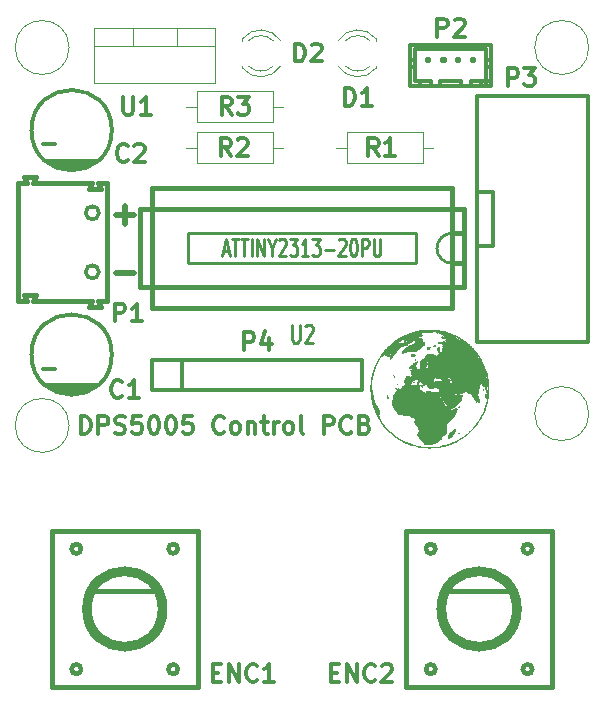
<source format=gto>
%TF.GenerationSoftware,KiCad,Pcbnew,(2017-10-06 revision 4905bbe50)-master*%
%TF.CreationDate,2017-10-08T14:00:52+03:00*%
%TF.ProjectId,dps5005control,64707335303035636F6E74726F6C2E6B,rev?*%
%TF.SameCoordinates,Original*%
%TF.FileFunction,Legend,Top*%
%TF.FilePolarity,Positive*%
%FSLAX46Y46*%
G04 Gerber Fmt 4.6, Leading zero omitted, Abs format (unit mm)*
G04 Created by KiCad (PCBNEW (2017-10-06 revision 4905bbe50)-master) date Sun Oct  8 14:00:52 2017*
%MOMM*%
%LPD*%
G01*
G04 APERTURE LIST*
%ADD10C,0.500000*%
%ADD11C,0.300000*%
%ADD12C,0.120000*%
%ADD13C,0.304800*%
%ADD14C,0.299720*%
%ADD15C,0.400000*%
%ADD16C,0.150000*%
%ADD17C,0.010000*%
%ADD18C,0.254000*%
%ADD19C,0.381000*%
%ADD20C,0.285750*%
%ADD21C,0.287020*%
%ADD22C,0.250000*%
G04 APERTURE END LIST*
D10*
X161638095Y-79245238D02*
X163161904Y-79245238D01*
X161638095Y-74292857D02*
X163161904Y-74292857D01*
X162400000Y-75054761D02*
X162400000Y-73530952D01*
D11*
X158661828Y-92855171D02*
X158661828Y-91355171D01*
X159018971Y-91355171D01*
X159233257Y-91426600D01*
X159376114Y-91569457D01*
X159447542Y-91712314D01*
X159518971Y-91998028D01*
X159518971Y-92212314D01*
X159447542Y-92498028D01*
X159376114Y-92640885D01*
X159233257Y-92783742D01*
X159018971Y-92855171D01*
X158661828Y-92855171D01*
X160161828Y-92855171D02*
X160161828Y-91355171D01*
X160733257Y-91355171D01*
X160876114Y-91426600D01*
X160947542Y-91498028D01*
X161018971Y-91640885D01*
X161018971Y-91855171D01*
X160947542Y-91998028D01*
X160876114Y-92069457D01*
X160733257Y-92140885D01*
X160161828Y-92140885D01*
X161590400Y-92783742D02*
X161804685Y-92855171D01*
X162161828Y-92855171D01*
X162304685Y-92783742D01*
X162376114Y-92712314D01*
X162447542Y-92569457D01*
X162447542Y-92426600D01*
X162376114Y-92283742D01*
X162304685Y-92212314D01*
X162161828Y-92140885D01*
X161876114Y-92069457D01*
X161733257Y-91998028D01*
X161661828Y-91926600D01*
X161590400Y-91783742D01*
X161590400Y-91640885D01*
X161661828Y-91498028D01*
X161733257Y-91426600D01*
X161876114Y-91355171D01*
X162233257Y-91355171D01*
X162447542Y-91426600D01*
X163804685Y-91355171D02*
X163090400Y-91355171D01*
X163018971Y-92069457D01*
X163090400Y-91998028D01*
X163233257Y-91926600D01*
X163590400Y-91926600D01*
X163733257Y-91998028D01*
X163804685Y-92069457D01*
X163876114Y-92212314D01*
X163876114Y-92569457D01*
X163804685Y-92712314D01*
X163733257Y-92783742D01*
X163590400Y-92855171D01*
X163233257Y-92855171D01*
X163090400Y-92783742D01*
X163018971Y-92712314D01*
X164804685Y-91355171D02*
X164947542Y-91355171D01*
X165090400Y-91426600D01*
X165161828Y-91498028D01*
X165233257Y-91640885D01*
X165304685Y-91926600D01*
X165304685Y-92283742D01*
X165233257Y-92569457D01*
X165161828Y-92712314D01*
X165090400Y-92783742D01*
X164947542Y-92855171D01*
X164804685Y-92855171D01*
X164661828Y-92783742D01*
X164590400Y-92712314D01*
X164518971Y-92569457D01*
X164447542Y-92283742D01*
X164447542Y-91926600D01*
X164518971Y-91640885D01*
X164590400Y-91498028D01*
X164661828Y-91426600D01*
X164804685Y-91355171D01*
X166233257Y-91355171D02*
X166376114Y-91355171D01*
X166518971Y-91426600D01*
X166590400Y-91498028D01*
X166661828Y-91640885D01*
X166733257Y-91926600D01*
X166733257Y-92283742D01*
X166661828Y-92569457D01*
X166590400Y-92712314D01*
X166518971Y-92783742D01*
X166376114Y-92855171D01*
X166233257Y-92855171D01*
X166090400Y-92783742D01*
X166018971Y-92712314D01*
X165947542Y-92569457D01*
X165876114Y-92283742D01*
X165876114Y-91926600D01*
X165947542Y-91640885D01*
X166018971Y-91498028D01*
X166090400Y-91426600D01*
X166233257Y-91355171D01*
X168090400Y-91355171D02*
X167376114Y-91355171D01*
X167304685Y-92069457D01*
X167376114Y-91998028D01*
X167518971Y-91926600D01*
X167876114Y-91926600D01*
X168018971Y-91998028D01*
X168090400Y-92069457D01*
X168161828Y-92212314D01*
X168161828Y-92569457D01*
X168090400Y-92712314D01*
X168018971Y-92783742D01*
X167876114Y-92855171D01*
X167518971Y-92855171D01*
X167376114Y-92783742D01*
X167304685Y-92712314D01*
X170804685Y-92712314D02*
X170733257Y-92783742D01*
X170518971Y-92855171D01*
X170376114Y-92855171D01*
X170161828Y-92783742D01*
X170018971Y-92640885D01*
X169947542Y-92498028D01*
X169876114Y-92212314D01*
X169876114Y-91998028D01*
X169947542Y-91712314D01*
X170018971Y-91569457D01*
X170161828Y-91426600D01*
X170376114Y-91355171D01*
X170518971Y-91355171D01*
X170733257Y-91426600D01*
X170804685Y-91498028D01*
X171661828Y-92855171D02*
X171518971Y-92783742D01*
X171447542Y-92712314D01*
X171376114Y-92569457D01*
X171376114Y-92140885D01*
X171447542Y-91998028D01*
X171518971Y-91926600D01*
X171661828Y-91855171D01*
X171876114Y-91855171D01*
X172018971Y-91926600D01*
X172090400Y-91998028D01*
X172161828Y-92140885D01*
X172161828Y-92569457D01*
X172090400Y-92712314D01*
X172018971Y-92783742D01*
X171876114Y-92855171D01*
X171661828Y-92855171D01*
X172804685Y-91855171D02*
X172804685Y-92855171D01*
X172804685Y-91998028D02*
X172876114Y-91926600D01*
X173018971Y-91855171D01*
X173233257Y-91855171D01*
X173376114Y-91926600D01*
X173447542Y-92069457D01*
X173447542Y-92855171D01*
X173947542Y-91855171D02*
X174518971Y-91855171D01*
X174161828Y-91355171D02*
X174161828Y-92640885D01*
X174233257Y-92783742D01*
X174376114Y-92855171D01*
X174518971Y-92855171D01*
X175018971Y-92855171D02*
X175018971Y-91855171D01*
X175018971Y-92140885D02*
X175090399Y-91998028D01*
X175161828Y-91926600D01*
X175304685Y-91855171D01*
X175447542Y-91855171D01*
X176161828Y-92855171D02*
X176018971Y-92783742D01*
X175947542Y-92712314D01*
X175876114Y-92569457D01*
X175876114Y-92140885D01*
X175947542Y-91998028D01*
X176018971Y-91926600D01*
X176161828Y-91855171D01*
X176376114Y-91855171D01*
X176518971Y-91926600D01*
X176590399Y-91998028D01*
X176661828Y-92140885D01*
X176661828Y-92569457D01*
X176590399Y-92712314D01*
X176518971Y-92783742D01*
X176376114Y-92855171D01*
X176161828Y-92855171D01*
X177518971Y-92855171D02*
X177376114Y-92783742D01*
X177304685Y-92640885D01*
X177304685Y-91355171D01*
X179233257Y-92855171D02*
X179233257Y-91355171D01*
X179804685Y-91355171D01*
X179947542Y-91426600D01*
X180018971Y-91498028D01*
X180090399Y-91640885D01*
X180090399Y-91855171D01*
X180018971Y-91998028D01*
X179947542Y-92069457D01*
X179804685Y-92140885D01*
X179233257Y-92140885D01*
X181590399Y-92712314D02*
X181518971Y-92783742D01*
X181304685Y-92855171D01*
X181161828Y-92855171D01*
X180947542Y-92783742D01*
X180804685Y-92640885D01*
X180733257Y-92498028D01*
X180661828Y-92212314D01*
X180661828Y-91998028D01*
X180733257Y-91712314D01*
X180804685Y-91569457D01*
X180947542Y-91426600D01*
X181161828Y-91355171D01*
X181304685Y-91355171D01*
X181518971Y-91426600D01*
X181590399Y-91498028D01*
X182733257Y-92069457D02*
X182947542Y-92140885D01*
X183018971Y-92212314D01*
X183090399Y-92355171D01*
X183090399Y-92569457D01*
X183018971Y-92712314D01*
X182947542Y-92783742D01*
X182804685Y-92855171D01*
X182233257Y-92855171D01*
X182233257Y-91355171D01*
X182733257Y-91355171D01*
X182876114Y-91426600D01*
X182947542Y-91498028D01*
X183018971Y-91640885D01*
X183018971Y-91783742D01*
X182947542Y-91926600D01*
X182876114Y-91998028D01*
X182733257Y-92069457D01*
X182233257Y-92069457D01*
D12*
%TO.C,R1*%
X188504000Y-68650000D02*
X187614000Y-68650000D01*
X180304000Y-68650000D02*
X181194000Y-68650000D01*
X187614000Y-67340000D02*
X181194000Y-67340000D01*
X187614000Y-69960000D02*
X187614000Y-67340000D01*
X181194000Y-69960000D02*
X187614000Y-69960000D01*
X181194000Y-67340000D02*
X181194000Y-69960000D01*
D13*
%TO.C,P3*%
X192200000Y-64250000D02*
X192200000Y-85050000D01*
X201600000Y-85050000D02*
X201600000Y-64250000D01*
X201600000Y-64250000D02*
X192200000Y-64250000D01*
X201600000Y-85050000D02*
X192200000Y-85050000D01*
D14*
X192200000Y-76950000D02*
X193600000Y-76950000D01*
X193600000Y-76950000D02*
X193600000Y-72350000D01*
X193600000Y-72350000D02*
X192200000Y-72350000D01*
D13*
%TO.C,df13-4p-125dsa*%
X186590940Y-63413640D02*
X186590940Y-59913520D01*
X186989720Y-60314840D02*
X186989720Y-63014860D01*
X192592960Y-63014860D02*
X192592960Y-63413640D01*
X187391040Y-63014860D02*
X187391040Y-63413640D01*
X186992260Y-61813440D02*
X186590940Y-61813440D01*
X186992260Y-61214000D02*
X186590940Y-61214000D01*
X192989200Y-61214000D02*
X193390520Y-61214000D01*
X193390520Y-61813440D02*
X192989200Y-61813440D01*
X193393060Y-59913520D02*
X193393060Y-63413640D01*
X188292740Y-63014860D02*
X188292740Y-63413640D01*
X191691260Y-63014860D02*
X191691260Y-63413640D01*
X188290200Y-63014860D02*
X186989720Y-63014860D01*
X192991740Y-60314840D02*
X192991740Y-63413640D01*
X189092840Y-63413640D02*
X189092840Y-63014860D01*
X190893700Y-63413640D02*
X190893700Y-63014860D01*
X193393060Y-63413640D02*
X186590940Y-63413640D01*
X189092840Y-63014860D02*
X190891160Y-63014860D01*
X191691260Y-63014860D02*
X193393060Y-63014860D01*
X192991740Y-60314840D02*
X186992260Y-60314840D01*
X186590940Y-59913520D02*
X193393060Y-59913520D01*
X187993020Y-61313060D02*
X187993020Y-61114940D01*
X188191140Y-61313060D02*
X187993020Y-61313060D01*
X188191140Y-61114940D02*
X188191140Y-61313060D01*
X187993020Y-61114940D02*
X188191140Y-61114940D01*
X189290960Y-61313060D02*
X189290960Y-61114940D01*
X189491620Y-61313060D02*
X189290960Y-61313060D01*
X189491620Y-61114940D02*
X189491620Y-61313060D01*
X189290960Y-61114940D02*
X189491620Y-61114940D01*
X190693040Y-61313060D02*
X190693040Y-61114940D01*
X190492380Y-61313060D02*
X190693040Y-61313060D01*
X190492380Y-61114940D02*
X190492380Y-61313060D01*
X190693040Y-61114940D02*
X190492380Y-61114940D01*
X191990980Y-61313060D02*
X191990980Y-61114940D01*
X191792860Y-61313060D02*
X191990980Y-61313060D01*
X191792860Y-61114940D02*
X191792860Y-61313060D01*
X191990980Y-61114940D02*
X191792860Y-61114940D01*
D15*
%TO.C,P1*%
X160900000Y-71650000D02*
X160900000Y-81650000D01*
X153400000Y-71650000D02*
X153400000Y-81650000D01*
X160150000Y-81650000D02*
X160400000Y-82150000D01*
X160400000Y-82150000D02*
X159400000Y-82150000D01*
X159400000Y-82150000D02*
X159650000Y-81650000D01*
X160900000Y-81650000D02*
X160150000Y-81650000D01*
X160900000Y-71650000D02*
X160150000Y-71650000D01*
X160150000Y-71650000D02*
X160400000Y-72150000D01*
X160400000Y-72150000D02*
X159400000Y-72150000D01*
X159400000Y-72150000D02*
X159650000Y-71650000D01*
D11*
X160209017Y-74150000D02*
G75*
G03X160209017Y-74150000I-559017J0D01*
G01*
X160209017Y-79150000D02*
G75*
G03X160209017Y-79150000I-559017J0D01*
G01*
D15*
X153900000Y-71150000D02*
X154900000Y-71150000D01*
X154900000Y-71150000D02*
X154650000Y-71650000D01*
X154150000Y-71650000D02*
X153900000Y-71150000D01*
X153900000Y-81150000D02*
X154900000Y-81150000D01*
X154150000Y-81650000D02*
X153900000Y-81150000D01*
X154900000Y-81150000D02*
X154650000Y-81650000D01*
X153400000Y-81650000D02*
X154150000Y-81650000D01*
X159650000Y-81650000D02*
X154650000Y-81650000D01*
D16*
X154650000Y-81650000D02*
X154900000Y-81650000D01*
D15*
X159650000Y-71650000D02*
X154650000Y-71650000D01*
X154150000Y-71650000D02*
X153400000Y-71650000D01*
D12*
%TO.C,D1*%
X183690000Y-59570000D02*
X183690000Y-59414000D01*
X183690000Y-61886000D02*
X183690000Y-61730000D01*
X181088870Y-59570163D02*
G75*
G02X183170961Y-59570000I1041130J-1079837D01*
G01*
X181088870Y-61729837D02*
G75*
G03X183170961Y-61730000I1041130J1079837D01*
G01*
X180457665Y-59571392D02*
G75*
G02X183690000Y-59414484I1672335J-1078608D01*
G01*
X180457665Y-61728608D02*
G75*
G03X183690000Y-61885516I1672335J1078608D01*
G01*
%TO.C,REF\002A\002A*%
X157686000Y-92150000D02*
G75*
G03X157686000Y-92150000I-2286000J0D01*
G01*
X201686000Y-91150000D02*
G75*
G03X201686000Y-91150000I-2286000J0D01*
G01*
X201686000Y-60150000D02*
G75*
G03X201686000Y-60150000I-2286000J0D01*
G01*
D17*
%TO.C,G\002A\002A\002A*%
G36*
X186920095Y-88453556D02*
X186913846Y-88460858D01*
X186903609Y-88469868D01*
X186897170Y-88470935D01*
X186895806Y-88463924D01*
X186896011Y-88462701D01*
X186902038Y-88454965D01*
X186910783Y-88451693D01*
X186919669Y-88450847D01*
X186920095Y-88453556D01*
X186920095Y-88453556D01*
G37*
X186920095Y-88453556D02*
X186913846Y-88460858D01*
X186903609Y-88469868D01*
X186897170Y-88470935D01*
X186895806Y-88463924D01*
X186896011Y-88462701D01*
X186902038Y-88454965D01*
X186910783Y-88451693D01*
X186919669Y-88450847D01*
X186920095Y-88453556D01*
G36*
X186843943Y-88455134D02*
X186847675Y-88458503D01*
X186851209Y-88469975D01*
X186847689Y-88483782D01*
X186839015Y-88496830D01*
X186827090Y-88506022D01*
X186816941Y-88508525D01*
X186810472Y-88504559D01*
X186802705Y-88495133D01*
X186797225Y-88485269D01*
X186797769Y-88477749D01*
X186804412Y-88467638D01*
X186817062Y-88456362D01*
X186831317Y-88451966D01*
X186843943Y-88455134D01*
X186843943Y-88455134D01*
G37*
X186843943Y-88455134D02*
X186847675Y-88458503D01*
X186851209Y-88469975D01*
X186847689Y-88483782D01*
X186839015Y-88496830D01*
X186827090Y-88506022D01*
X186816941Y-88508525D01*
X186810472Y-88504559D01*
X186802705Y-88495133D01*
X186797225Y-88485269D01*
X186797769Y-88477749D01*
X186804412Y-88467638D01*
X186817062Y-88456362D01*
X186831317Y-88451966D01*
X186843943Y-88455134D01*
G36*
X187282198Y-88277939D02*
X187283768Y-88279722D01*
X187285783Y-88289896D01*
X187284797Y-88307759D01*
X187281084Y-88331053D01*
X187274922Y-88357517D01*
X187273729Y-88361886D01*
X187268658Y-88388699D01*
X187268860Y-88417047D01*
X187269641Y-88424732D01*
X187272455Y-88470748D01*
X187270200Y-88513550D01*
X187263114Y-88550952D01*
X187253064Y-88577673D01*
X187241351Y-88590028D01*
X187221797Y-88598636D01*
X187196636Y-88602602D01*
X187190284Y-88602764D01*
X187173927Y-88602794D01*
X187176382Y-88530783D01*
X187177745Y-88495562D01*
X187179331Y-88469385D01*
X187181499Y-88450826D01*
X187184610Y-88438455D01*
X187189025Y-88430846D01*
X187195103Y-88426570D01*
X187203205Y-88424198D01*
X187203272Y-88424184D01*
X187216042Y-88420760D01*
X187223747Y-88417216D01*
X187223927Y-88417049D01*
X187225575Y-88410520D01*
X187226957Y-88396043D01*
X187227873Y-88376142D01*
X187228100Y-88364370D01*
X187229235Y-88335395D01*
X187232520Y-88314698D01*
X187238836Y-88300160D01*
X187249065Y-88289664D01*
X187262378Y-88281904D01*
X187275221Y-88276930D01*
X187282198Y-88277939D01*
X187282198Y-88277939D01*
G37*
X187282198Y-88277939D02*
X187283768Y-88279722D01*
X187285783Y-88289896D01*
X187284797Y-88307759D01*
X187281084Y-88331053D01*
X187274922Y-88357517D01*
X187273729Y-88361886D01*
X187268658Y-88388699D01*
X187268860Y-88417047D01*
X187269641Y-88424732D01*
X187272455Y-88470748D01*
X187270200Y-88513550D01*
X187263114Y-88550952D01*
X187253064Y-88577673D01*
X187241351Y-88590028D01*
X187221797Y-88598636D01*
X187196636Y-88602602D01*
X187190284Y-88602764D01*
X187173927Y-88602794D01*
X187176382Y-88530783D01*
X187177745Y-88495562D01*
X187179331Y-88469385D01*
X187181499Y-88450826D01*
X187184610Y-88438455D01*
X187189025Y-88430846D01*
X187195103Y-88426570D01*
X187203205Y-88424198D01*
X187203272Y-88424184D01*
X187216042Y-88420760D01*
X187223747Y-88417216D01*
X187223927Y-88417049D01*
X187225575Y-88410520D01*
X187226957Y-88396043D01*
X187227873Y-88376142D01*
X187228100Y-88364370D01*
X187229235Y-88335395D01*
X187232520Y-88314698D01*
X187238836Y-88300160D01*
X187249065Y-88289664D01*
X187262378Y-88281904D01*
X187275221Y-88276930D01*
X187282198Y-88277939D01*
G36*
X187539198Y-88903928D02*
X187536579Y-88906546D01*
X187533961Y-88903928D01*
X187536579Y-88901309D01*
X187539198Y-88903928D01*
X187539198Y-88903928D01*
G37*
X187539198Y-88903928D02*
X187536579Y-88906546D01*
X187533961Y-88903928D01*
X187536579Y-88901309D01*
X187539198Y-88903928D01*
G36*
X188429240Y-88950840D02*
X188431775Y-88957814D01*
X188432310Y-88969664D01*
X188428500Y-88981634D01*
X188422069Y-88989385D01*
X188418848Y-88990340D01*
X188414654Y-88986025D01*
X188413981Y-88981175D01*
X188416599Y-88969737D01*
X188421196Y-88959321D01*
X188426419Y-88950675D01*
X188429240Y-88950840D01*
X188429240Y-88950840D01*
G37*
X188429240Y-88950840D02*
X188431775Y-88957814D01*
X188432310Y-88969664D01*
X188428500Y-88981634D01*
X188422069Y-88989385D01*
X188418848Y-88990340D01*
X188414654Y-88986025D01*
X188413981Y-88981175D01*
X188416599Y-88969737D01*
X188421196Y-88959321D01*
X188426419Y-88950675D01*
X188429240Y-88950840D01*
G36*
X188213277Y-88976829D02*
X188235740Y-88979724D01*
X188261338Y-88983755D01*
X188287713Y-88988520D01*
X188312506Y-88993616D01*
X188333360Y-88998639D01*
X188347917Y-89003188D01*
X188349294Y-89003754D01*
X188361262Y-89009374D01*
X188364581Y-89012927D01*
X188360420Y-89016002D01*
X188358806Y-89016694D01*
X188347227Y-89018999D01*
X188327901Y-89020286D01*
X188303506Y-89020565D01*
X188276716Y-89019845D01*
X188250210Y-89018137D01*
X188232119Y-89016213D01*
X188213011Y-89013037D01*
X188196844Y-89009150D01*
X188188912Y-89006219D01*
X188180365Y-88997442D01*
X188178657Y-88986581D01*
X188184026Y-88977751D01*
X188187186Y-88976060D01*
X188196306Y-88975474D01*
X188213277Y-88976829D01*
X188213277Y-88976829D01*
G37*
X188213277Y-88976829D02*
X188235740Y-88979724D01*
X188261338Y-88983755D01*
X188287713Y-88988520D01*
X188312506Y-88993616D01*
X188333360Y-88998639D01*
X188347917Y-89003188D01*
X188349294Y-89003754D01*
X188361262Y-89009374D01*
X188364581Y-89012927D01*
X188360420Y-89016002D01*
X188358806Y-89016694D01*
X188347227Y-89018999D01*
X188327901Y-89020286D01*
X188303506Y-89020565D01*
X188276716Y-89019845D01*
X188250210Y-89018137D01*
X188232119Y-89016213D01*
X188213011Y-89013037D01*
X188196844Y-89009150D01*
X188188912Y-89006219D01*
X188180365Y-88997442D01*
X188178657Y-88986581D01*
X188184026Y-88977751D01*
X188187186Y-88976060D01*
X188196306Y-88975474D01*
X188213277Y-88976829D01*
G36*
X188944050Y-88933295D02*
X188938517Y-88942809D01*
X188934409Y-88948058D01*
X188925057Y-88962145D01*
X188919806Y-88975801D01*
X188919410Y-88979113D01*
X188917537Y-88987746D01*
X188910834Y-88995143D01*
X188897161Y-89003344D01*
X188890373Y-89006762D01*
X188858961Y-89019574D01*
X188833348Y-89024221D01*
X188819672Y-89022960D01*
X188807676Y-89016978D01*
X188804978Y-89006608D01*
X188811595Y-88991733D01*
X188826529Y-88973319D01*
X188842214Y-88961738D01*
X188857461Y-88958917D01*
X188871315Y-88956541D01*
X188889906Y-88950353D01*
X188906664Y-88942913D01*
X188923437Y-88935072D01*
X188936791Y-88929969D01*
X188943771Y-88928710D01*
X188944050Y-88933295D01*
X188944050Y-88933295D01*
G37*
X188944050Y-88933295D02*
X188938517Y-88942809D01*
X188934409Y-88948058D01*
X188925057Y-88962145D01*
X188919806Y-88975801D01*
X188919410Y-88979113D01*
X188917537Y-88987746D01*
X188910834Y-88995143D01*
X188897161Y-89003344D01*
X188890373Y-89006762D01*
X188858961Y-89019574D01*
X188833348Y-89024221D01*
X188819672Y-89022960D01*
X188807676Y-89016978D01*
X188804978Y-89006608D01*
X188811595Y-88991733D01*
X188826529Y-88973319D01*
X188842214Y-88961738D01*
X188857461Y-88958917D01*
X188871315Y-88956541D01*
X188889906Y-88950353D01*
X188906664Y-88942913D01*
X188923437Y-88935072D01*
X188936791Y-88929969D01*
X188943771Y-88928710D01*
X188944050Y-88933295D01*
G36*
X188834074Y-84304665D02*
X188836556Y-84305960D01*
X188829976Y-84306781D01*
X188822290Y-84306934D01*
X188810963Y-84306526D01*
X188807854Y-84305481D01*
X188810507Y-84304665D01*
X188825768Y-84303798D01*
X188834074Y-84304665D01*
X188834074Y-84304665D01*
G37*
X188834074Y-84304665D02*
X188836556Y-84305960D01*
X188829976Y-84306781D01*
X188822290Y-84306934D01*
X188810963Y-84306526D01*
X188807854Y-84305481D01*
X188810507Y-84304665D01*
X188825768Y-84303798D01*
X188834074Y-84304665D01*
G36*
X187526316Y-84488397D02*
X187533265Y-84495754D01*
X187533337Y-84508092D01*
X187527042Y-84522966D01*
X187516269Y-84536584D01*
X187498578Y-84554275D01*
X187456820Y-84551055D01*
X187434054Y-84550416D01*
X187406939Y-84551321D01*
X187378642Y-84553483D01*
X187352330Y-84556618D01*
X187331170Y-84560439D01*
X187321343Y-84563283D01*
X187314530Y-84568749D01*
X187317937Y-84575807D01*
X187328306Y-84582614D01*
X187335747Y-84586804D01*
X187337038Y-84589393D01*
X187330856Y-84591248D01*
X187315879Y-84593237D01*
X187311285Y-84593777D01*
X187289895Y-84596657D01*
X187269084Y-84600058D01*
X187259012Y-84602032D01*
X187241400Y-84605105D01*
X187225339Y-84606695D01*
X187223305Y-84606748D01*
X187208546Y-84606876D01*
X187218938Y-84592474D01*
X187240448Y-84567483D01*
X187265771Y-84545536D01*
X187291221Y-84529772D01*
X187294009Y-84528489D01*
X187309046Y-84523498D01*
X187331799Y-84517986D01*
X187359571Y-84512535D01*
X187389661Y-84507729D01*
X187390895Y-84507556D01*
X187420093Y-84503320D01*
X187448172Y-84498970D01*
X187472191Y-84494981D01*
X187489207Y-84491824D01*
X187490966Y-84491454D01*
X187507955Y-84488587D01*
X187521447Y-84487738D01*
X187526316Y-84488397D01*
X187526316Y-84488397D01*
G37*
X187526316Y-84488397D02*
X187533265Y-84495754D01*
X187533337Y-84508092D01*
X187527042Y-84522966D01*
X187516269Y-84536584D01*
X187498578Y-84554275D01*
X187456820Y-84551055D01*
X187434054Y-84550416D01*
X187406939Y-84551321D01*
X187378642Y-84553483D01*
X187352330Y-84556618D01*
X187331170Y-84560439D01*
X187321343Y-84563283D01*
X187314530Y-84568749D01*
X187317937Y-84575807D01*
X187328306Y-84582614D01*
X187335747Y-84586804D01*
X187337038Y-84589393D01*
X187330856Y-84591248D01*
X187315879Y-84593237D01*
X187311285Y-84593777D01*
X187289895Y-84596657D01*
X187269084Y-84600058D01*
X187259012Y-84602032D01*
X187241400Y-84605105D01*
X187225339Y-84606695D01*
X187223305Y-84606748D01*
X187208546Y-84606876D01*
X187218938Y-84592474D01*
X187240448Y-84567483D01*
X187265771Y-84545536D01*
X187291221Y-84529772D01*
X187294009Y-84528489D01*
X187309046Y-84523498D01*
X187331799Y-84517986D01*
X187359571Y-84512535D01*
X187389661Y-84507729D01*
X187390895Y-84507556D01*
X187420093Y-84503320D01*
X187448172Y-84498970D01*
X187472191Y-84494981D01*
X187489207Y-84491824D01*
X187490966Y-84491454D01*
X187507955Y-84488587D01*
X187521447Y-84487738D01*
X187526316Y-84488397D01*
G36*
X188703803Y-85323075D02*
X188707074Y-85331905D01*
X188707074Y-85331914D01*
X188702669Y-85338585D01*
X188695951Y-85341759D01*
X188688091Y-85346061D01*
X188687510Y-85355068D01*
X188688166Y-85357964D01*
X188688960Y-85368233D01*
X188682598Y-85373306D01*
X188677989Y-85374652D01*
X188664474Y-85378044D01*
X188679228Y-85393793D01*
X188693981Y-85409543D01*
X188670422Y-85406554D01*
X188648936Y-85400682D01*
X188635323Y-85390148D01*
X188625356Y-85379689D01*
X188620034Y-85377718D01*
X188618131Y-85384050D01*
X188618043Y-85387550D01*
X188613259Y-85405184D01*
X188600278Y-85419930D01*
X188581160Y-85431034D01*
X188557963Y-85437740D01*
X188532745Y-85439293D01*
X188507566Y-85434938D01*
X188498245Y-85431494D01*
X188480570Y-85423821D01*
X188493632Y-85406823D01*
X188509778Y-85390552D01*
X188525552Y-85383606D01*
X188539956Y-85386320D01*
X188544627Y-85389737D01*
X188552921Y-85402900D01*
X188553951Y-85412401D01*
X188555277Y-85424075D01*
X188562161Y-85427131D01*
X188573923Y-85421364D01*
X188576663Y-85419246D01*
X188583010Y-85413099D01*
X188586779Y-85405588D01*
X188588628Y-85393992D01*
X188589212Y-85375589D01*
X188589239Y-85367149D01*
X188589598Y-85347187D01*
X188590550Y-85331537D01*
X188591911Y-85322924D01*
X188592307Y-85322174D01*
X188598479Y-85322129D01*
X188611460Y-85325098D01*
X188625859Y-85329584D01*
X188648104Y-85336610D01*
X188663301Y-85339361D01*
X188673975Y-85337814D01*
X188682650Y-85331946D01*
X188685520Y-85329041D01*
X188695747Y-85322004D01*
X188703803Y-85323075D01*
X188703803Y-85323075D01*
G37*
X188703803Y-85323075D02*
X188707074Y-85331905D01*
X188707074Y-85331914D01*
X188702669Y-85338585D01*
X188695951Y-85341759D01*
X188688091Y-85346061D01*
X188687510Y-85355068D01*
X188688166Y-85357964D01*
X188688960Y-85368233D01*
X188682598Y-85373306D01*
X188677989Y-85374652D01*
X188664474Y-85378044D01*
X188679228Y-85393793D01*
X188693981Y-85409543D01*
X188670422Y-85406554D01*
X188648936Y-85400682D01*
X188635323Y-85390148D01*
X188625356Y-85379689D01*
X188620034Y-85377718D01*
X188618131Y-85384050D01*
X188618043Y-85387550D01*
X188613259Y-85405184D01*
X188600278Y-85419930D01*
X188581160Y-85431034D01*
X188557963Y-85437740D01*
X188532745Y-85439293D01*
X188507566Y-85434938D01*
X188498245Y-85431494D01*
X188480570Y-85423821D01*
X188493632Y-85406823D01*
X188509778Y-85390552D01*
X188525552Y-85383606D01*
X188539956Y-85386320D01*
X188544627Y-85389737D01*
X188552921Y-85402900D01*
X188553951Y-85412401D01*
X188555277Y-85424075D01*
X188562161Y-85427131D01*
X188573923Y-85421364D01*
X188576663Y-85419246D01*
X188583010Y-85413099D01*
X188586779Y-85405588D01*
X188588628Y-85393992D01*
X188589212Y-85375589D01*
X188589239Y-85367149D01*
X188589598Y-85347187D01*
X188590550Y-85331537D01*
X188591911Y-85322924D01*
X188592307Y-85322174D01*
X188598479Y-85322129D01*
X188611460Y-85325098D01*
X188625859Y-85329584D01*
X188648104Y-85336610D01*
X188663301Y-85339361D01*
X188673975Y-85337814D01*
X188682650Y-85331946D01*
X188685520Y-85329041D01*
X188695747Y-85322004D01*
X188703803Y-85323075D01*
G36*
X189231371Y-85414271D02*
X189245668Y-85425954D01*
X189256371Y-85437096D01*
X189263339Y-85447214D01*
X189265157Y-85453908D01*
X189262989Y-85455288D01*
X189256869Y-85451811D01*
X189246478Y-85442911D01*
X189239238Y-85435802D01*
X189225998Y-85420807D01*
X189220547Y-85411802D01*
X189222475Y-85409414D01*
X189231371Y-85414271D01*
X189231371Y-85414271D01*
G37*
X189231371Y-85414271D02*
X189245668Y-85425954D01*
X189256371Y-85437096D01*
X189263339Y-85447214D01*
X189265157Y-85453908D01*
X189262989Y-85455288D01*
X189256869Y-85451811D01*
X189246478Y-85442911D01*
X189239238Y-85435802D01*
X189225998Y-85420807D01*
X189220547Y-85411802D01*
X189222475Y-85409414D01*
X189231371Y-85414271D01*
G36*
X188179182Y-85472446D02*
X188203742Y-85476409D01*
X188220862Y-85482562D01*
X188229037Y-85490461D01*
X188227543Y-85499593D01*
X188219247Y-85510811D01*
X188206843Y-85521786D01*
X188193025Y-85530185D01*
X188180489Y-85533678D01*
X188179117Y-85533652D01*
X188166070Y-85533150D01*
X188158486Y-85533290D01*
X188152591Y-85537913D01*
X188152896Y-85549304D01*
X188159041Y-85566065D01*
X188170667Y-85586798D01*
X188173283Y-85590799D01*
X188183534Y-85607685D01*
X188190545Y-85622224D01*
X188192918Y-85631482D01*
X188192859Y-85631944D01*
X188187205Y-85640489D01*
X188176026Y-85648345D01*
X188175742Y-85648482D01*
X188163389Y-85653005D01*
X188153485Y-85651555D01*
X188147002Y-85648288D01*
X188138818Y-85642367D01*
X188135289Y-85634486D01*
X188135075Y-85620925D01*
X188135391Y-85616095D01*
X188135780Y-85600650D01*
X188133635Y-85593206D01*
X188129057Y-85591453D01*
X188118101Y-85596230D01*
X188103935Y-85610132D01*
X188087126Y-85632515D01*
X188072622Y-85655320D01*
X188058860Y-85677721D01*
X188048955Y-85691491D01*
X188041597Y-85697114D01*
X188035478Y-85695069D01*
X188029288Y-85685839D01*
X188023334Y-85673452D01*
X188015386Y-85653849D01*
X188009208Y-85634585D01*
X188006923Y-85624370D01*
X187998874Y-85602851D01*
X187988893Y-85590439D01*
X187978650Y-85578296D01*
X187974423Y-85564556D01*
X187973878Y-85553252D01*
X187976125Y-85528287D01*
X187982293Y-85507805D01*
X187991520Y-85494304D01*
X187995033Y-85491838D01*
X188004419Y-85489526D01*
X188021249Y-85487755D01*
X188042497Y-85486802D01*
X188051449Y-85486711D01*
X188076238Y-85486206D01*
X188092420Y-85484511D01*
X188101822Y-85481358D01*
X188104806Y-85478855D01*
X188112677Y-85474190D01*
X188127710Y-85471685D01*
X188148653Y-85471029D01*
X188179182Y-85472446D01*
X188179182Y-85472446D01*
G37*
X188179182Y-85472446D02*
X188203742Y-85476409D01*
X188220862Y-85482562D01*
X188229037Y-85490461D01*
X188227543Y-85499593D01*
X188219247Y-85510811D01*
X188206843Y-85521786D01*
X188193025Y-85530185D01*
X188180489Y-85533678D01*
X188179117Y-85533652D01*
X188166070Y-85533150D01*
X188158486Y-85533290D01*
X188152591Y-85537913D01*
X188152896Y-85549304D01*
X188159041Y-85566065D01*
X188170667Y-85586798D01*
X188173283Y-85590799D01*
X188183534Y-85607685D01*
X188190545Y-85622224D01*
X188192918Y-85631482D01*
X188192859Y-85631944D01*
X188187205Y-85640489D01*
X188176026Y-85648345D01*
X188175742Y-85648482D01*
X188163389Y-85653005D01*
X188153485Y-85651555D01*
X188147002Y-85648288D01*
X188138818Y-85642367D01*
X188135289Y-85634486D01*
X188135075Y-85620925D01*
X188135391Y-85616095D01*
X188135780Y-85600650D01*
X188133635Y-85593206D01*
X188129057Y-85591453D01*
X188118101Y-85596230D01*
X188103935Y-85610132D01*
X188087126Y-85632515D01*
X188072622Y-85655320D01*
X188058860Y-85677721D01*
X188048955Y-85691491D01*
X188041597Y-85697114D01*
X188035478Y-85695069D01*
X188029288Y-85685839D01*
X188023334Y-85673452D01*
X188015386Y-85653849D01*
X188009208Y-85634585D01*
X188006923Y-85624370D01*
X187998874Y-85602851D01*
X187988893Y-85590439D01*
X187978650Y-85578296D01*
X187974423Y-85564556D01*
X187973878Y-85553252D01*
X187976125Y-85528287D01*
X187982293Y-85507805D01*
X187991520Y-85494304D01*
X187995033Y-85491838D01*
X188004419Y-85489526D01*
X188021249Y-85487755D01*
X188042497Y-85486802D01*
X188051449Y-85486711D01*
X188076238Y-85486206D01*
X188092420Y-85484511D01*
X188101822Y-85481358D01*
X188104806Y-85478855D01*
X188112677Y-85474190D01*
X188127710Y-85471685D01*
X188148653Y-85471029D01*
X188179182Y-85472446D01*
G36*
X188969507Y-86098058D02*
X188977686Y-86109708D01*
X188979404Y-86123020D01*
X188977488Y-86136581D01*
X188973119Y-86145540D01*
X188961078Y-86151123D01*
X188945873Y-86150560D01*
X188932529Y-86144238D01*
X188930463Y-86142247D01*
X188922027Y-86127008D01*
X188922802Y-86112482D01*
X188931648Y-86100958D01*
X188947420Y-86094724D01*
X188954445Y-86094216D01*
X188969507Y-86098058D01*
X188969507Y-86098058D01*
G37*
X188969507Y-86098058D02*
X188977686Y-86109708D01*
X188979404Y-86123020D01*
X188977488Y-86136581D01*
X188973119Y-86145540D01*
X188961078Y-86151123D01*
X188945873Y-86150560D01*
X188932529Y-86144238D01*
X188930463Y-86142247D01*
X188922027Y-86127008D01*
X188922802Y-86112482D01*
X188931648Y-86100958D01*
X188947420Y-86094724D01*
X188954445Y-86094216D01*
X188969507Y-86098058D01*
G36*
X186724527Y-86063864D02*
X186751012Y-86065412D01*
X186749347Y-86092718D01*
X186748529Y-86104511D01*
X186748847Y-86112678D01*
X186751908Y-86118175D01*
X186759320Y-86121962D01*
X186772692Y-86124998D01*
X186793630Y-86128241D01*
X186813857Y-86131177D01*
X186839758Y-86135842D01*
X186867136Y-86142109D01*
X186889703Y-86148510D01*
X186913553Y-86158134D01*
X186928278Y-86169249D01*
X186935219Y-86183702D01*
X186935719Y-86203343D01*
X186934799Y-86210625D01*
X186927144Y-86238144D01*
X186912874Y-86260428D01*
X186891432Y-86277742D01*
X186862261Y-86290350D01*
X186824804Y-86298517D01*
X186778505Y-86302507D01*
X186740538Y-86302957D01*
X186715663Y-86302462D01*
X186693538Y-86301657D01*
X186676965Y-86300665D01*
X186669837Y-86299867D01*
X186653822Y-86294331D01*
X186645013Y-86283361D01*
X186641829Y-86272330D01*
X186634170Y-86257203D01*
X186617631Y-86243578D01*
X186603548Y-86232480D01*
X186596934Y-86222396D01*
X186598495Y-86214841D01*
X186603064Y-86212324D01*
X186612887Y-86209735D01*
X186623932Y-86207172D01*
X186635779Y-86200279D01*
X186642195Y-86188222D01*
X186642966Y-86174417D01*
X186637875Y-86162280D01*
X186627215Y-86155354D01*
X186619535Y-86150421D01*
X186618784Y-86145624D01*
X186625166Y-86141169D01*
X186640598Y-86139720D01*
X186648500Y-86139905D01*
X186675794Y-86141078D01*
X186672309Y-86113188D01*
X186670702Y-86096590D01*
X186671871Y-86086564D01*
X186676879Y-86079351D01*
X186683433Y-86073807D01*
X186695882Y-86066400D01*
X186710618Y-86063642D01*
X186724527Y-86063864D01*
X186724527Y-86063864D01*
G37*
X186724527Y-86063864D02*
X186751012Y-86065412D01*
X186749347Y-86092718D01*
X186748529Y-86104511D01*
X186748847Y-86112678D01*
X186751908Y-86118175D01*
X186759320Y-86121962D01*
X186772692Y-86124998D01*
X186793630Y-86128241D01*
X186813857Y-86131177D01*
X186839758Y-86135842D01*
X186867136Y-86142109D01*
X186889703Y-86148510D01*
X186913553Y-86158134D01*
X186928278Y-86169249D01*
X186935219Y-86183702D01*
X186935719Y-86203343D01*
X186934799Y-86210625D01*
X186927144Y-86238144D01*
X186912874Y-86260428D01*
X186891432Y-86277742D01*
X186862261Y-86290350D01*
X186824804Y-86298517D01*
X186778505Y-86302507D01*
X186740538Y-86302957D01*
X186715663Y-86302462D01*
X186693538Y-86301657D01*
X186676965Y-86300665D01*
X186669837Y-86299867D01*
X186653822Y-86294331D01*
X186645013Y-86283361D01*
X186641829Y-86272330D01*
X186634170Y-86257203D01*
X186617631Y-86243578D01*
X186603548Y-86232480D01*
X186596934Y-86222396D01*
X186598495Y-86214841D01*
X186603064Y-86212324D01*
X186612887Y-86209735D01*
X186623932Y-86207172D01*
X186635779Y-86200279D01*
X186642195Y-86188222D01*
X186642966Y-86174417D01*
X186637875Y-86162280D01*
X186627215Y-86155354D01*
X186619535Y-86150421D01*
X186618784Y-86145624D01*
X186625166Y-86141169D01*
X186640598Y-86139720D01*
X186648500Y-86139905D01*
X186675794Y-86141078D01*
X186672309Y-86113188D01*
X186670702Y-86096590D01*
X186671871Y-86086564D01*
X186676879Y-86079351D01*
X186683433Y-86073807D01*
X186695882Y-86066400D01*
X186710618Y-86063642D01*
X186724527Y-86063864D01*
G36*
X187010084Y-86542263D02*
X187011587Y-86549695D01*
X187008785Y-86561551D01*
X187001663Y-86576118D01*
X186994497Y-86586505D01*
X186984297Y-86599598D01*
X186984180Y-86578152D01*
X186986988Y-86558465D01*
X186994208Y-86547525D01*
X187004286Y-86540968D01*
X187010084Y-86542263D01*
X187010084Y-86542263D01*
G37*
X187010084Y-86542263D02*
X187011587Y-86549695D01*
X187008785Y-86561551D01*
X187001663Y-86576118D01*
X186994497Y-86586505D01*
X186984297Y-86599598D01*
X186984180Y-86578152D01*
X186986988Y-86558465D01*
X186994208Y-86547525D01*
X187004286Y-86540968D01*
X187010084Y-86542263D01*
G36*
X187161940Y-86730530D02*
X187157394Y-86742323D01*
X187147862Y-86758281D01*
X187136788Y-86773682D01*
X187129582Y-86779586D01*
X187125992Y-86776128D01*
X187125466Y-86770050D01*
X187129489Y-86751381D01*
X187139878Y-86735607D01*
X187149610Y-86728597D01*
X187159341Y-86726019D01*
X187161940Y-86730530D01*
X187161940Y-86730530D01*
G37*
X187161940Y-86730530D02*
X187157394Y-86742323D01*
X187147862Y-86758281D01*
X187136788Y-86773682D01*
X187129582Y-86779586D01*
X187125992Y-86776128D01*
X187125466Y-86770050D01*
X187129489Y-86751381D01*
X187139878Y-86735607D01*
X187149610Y-86728597D01*
X187159341Y-86726019D01*
X187161940Y-86730530D01*
G36*
X185098839Y-87846257D02*
X185109617Y-87852838D01*
X185117771Y-87860223D01*
X185119651Y-87864097D01*
X185115769Y-87870281D01*
X185106697Y-87871174D01*
X185096299Y-87866757D01*
X185093347Y-87864242D01*
X185084761Y-87853188D01*
X185083880Y-87845749D01*
X185089682Y-87843412D01*
X185098839Y-87846257D01*
X185098839Y-87846257D01*
G37*
X185098839Y-87846257D02*
X185109617Y-87852838D01*
X185117771Y-87860223D01*
X185119651Y-87864097D01*
X185115769Y-87870281D01*
X185106697Y-87871174D01*
X185096299Y-87866757D01*
X185093347Y-87864242D01*
X185084761Y-87853188D01*
X185083880Y-87845749D01*
X185089682Y-87843412D01*
X185098839Y-87846257D01*
G36*
X185194250Y-87990414D02*
X185196389Y-87992877D01*
X185202003Y-88002232D01*
X185203445Y-88006764D01*
X185199845Y-88010813D01*
X185192275Y-88010065D01*
X185185578Y-88005378D01*
X185184487Y-88003395D01*
X185183316Y-87993076D01*
X185187429Y-87987990D01*
X185194250Y-87990414D01*
X185194250Y-87990414D01*
G37*
X185194250Y-87990414D02*
X185196389Y-87992877D01*
X185202003Y-88002232D01*
X185203445Y-88006764D01*
X185199845Y-88010813D01*
X185192275Y-88010065D01*
X185185578Y-88005378D01*
X185184487Y-88003395D01*
X185183316Y-87993076D01*
X185187429Y-87987990D01*
X185194250Y-87990414D01*
G36*
X185445164Y-88622495D02*
X185450449Y-88631114D01*
X185452102Y-88639337D01*
X185451151Y-88641383D01*
X185442486Y-88644300D01*
X185437369Y-88641199D01*
X185434215Y-88633582D01*
X185434512Y-88624301D01*
X185437892Y-88618710D01*
X185438931Y-88618505D01*
X185445164Y-88622495D01*
X185445164Y-88622495D01*
G37*
X185445164Y-88622495D02*
X185450449Y-88631114D01*
X185452102Y-88639337D01*
X185451151Y-88641383D01*
X185442486Y-88644300D01*
X185437369Y-88641199D01*
X185434215Y-88633582D01*
X185434512Y-88624301D01*
X185437892Y-88618710D01*
X185438931Y-88618505D01*
X185445164Y-88622495D01*
G36*
X185347159Y-89000706D02*
X185353579Y-89003691D01*
X185352992Y-89007834D01*
X185345766Y-89015607D01*
X185334319Y-89025058D01*
X185326176Y-89026271D01*
X185322153Y-89023508D01*
X185319089Y-89015753D01*
X185318662Y-89011026D01*
X185323022Y-89002450D01*
X185333964Y-88998761D01*
X185347159Y-89000706D01*
X185347159Y-89000706D01*
G37*
X185347159Y-89000706D02*
X185353579Y-89003691D01*
X185352992Y-89007834D01*
X185345766Y-89015607D01*
X185334319Y-89025058D01*
X185326176Y-89026271D01*
X185322153Y-89023508D01*
X185319089Y-89015753D01*
X185318662Y-89011026D01*
X185323022Y-89002450D01*
X185333964Y-88998761D01*
X185347159Y-89000706D01*
G36*
X185537982Y-89021097D02*
X185534049Y-89030969D01*
X185530902Y-89037208D01*
X185522134Y-89050201D01*
X185510043Y-89063221D01*
X185496523Y-89074892D01*
X185483470Y-89083838D01*
X185472778Y-89088682D01*
X185466341Y-89088048D01*
X185465301Y-89084857D01*
X185468875Y-89078659D01*
X185478118Y-89067795D01*
X185490810Y-89054491D01*
X185504733Y-89040972D01*
X185517668Y-89029465D01*
X185527395Y-89022194D01*
X185528286Y-89021688D01*
X185536131Y-89018415D01*
X185537982Y-89021097D01*
X185537982Y-89021097D01*
G37*
X185537982Y-89021097D02*
X185534049Y-89030969D01*
X185530902Y-89037208D01*
X185522134Y-89050201D01*
X185510043Y-89063221D01*
X185496523Y-89074892D01*
X185483470Y-89083838D01*
X185472778Y-89088682D01*
X185466341Y-89088048D01*
X185465301Y-89084857D01*
X185468875Y-89078659D01*
X185478118Y-89067795D01*
X185490810Y-89054491D01*
X185504733Y-89040972D01*
X185517668Y-89029465D01*
X185527395Y-89022194D01*
X185528286Y-89021688D01*
X185536131Y-89018415D01*
X185537982Y-89021097D01*
G36*
X185385858Y-89052410D02*
X185390036Y-89063003D01*
X185390222Y-89075537D01*
X185387849Y-89082447D01*
X185383539Y-89088301D01*
X185379687Y-89085463D01*
X185376902Y-89080553D01*
X185371881Y-89066517D01*
X185371811Y-89054739D01*
X185376511Y-89048347D01*
X185378789Y-89047948D01*
X185385858Y-89052410D01*
X185385858Y-89052410D01*
G37*
X185385858Y-89052410D02*
X185390036Y-89063003D01*
X185390222Y-89075537D01*
X185387849Y-89082447D01*
X185383539Y-89088301D01*
X185379687Y-89085463D01*
X185376902Y-89080553D01*
X185371881Y-89066517D01*
X185371811Y-89054739D01*
X185376511Y-89048347D01*
X185378789Y-89047948D01*
X185385858Y-89052410D01*
G36*
X192750366Y-89108175D02*
X192756336Y-89126930D01*
X192759767Y-89144784D01*
X192760422Y-89159135D01*
X192758060Y-89167378D01*
X192755875Y-89168402D01*
X192751126Y-89163986D01*
X192745874Y-89153224D01*
X192745401Y-89151909D01*
X192741991Y-89136572D01*
X192740067Y-89117028D01*
X192739896Y-89108703D01*
X192740141Y-89081989D01*
X192750366Y-89108175D01*
X192750366Y-89108175D01*
G37*
X192750366Y-89108175D02*
X192756336Y-89126930D01*
X192759767Y-89144784D01*
X192760422Y-89159135D01*
X192758060Y-89167378D01*
X192755875Y-89168402D01*
X192751126Y-89163986D01*
X192745874Y-89153224D01*
X192745401Y-89151909D01*
X192741991Y-89136572D01*
X192740067Y-89117028D01*
X192739896Y-89108703D01*
X192740141Y-89081989D01*
X192750366Y-89108175D01*
G36*
X184590157Y-89617697D02*
X184593760Y-89622721D01*
X184601565Y-89642333D01*
X184613037Y-89663932D01*
X184625403Y-89682528D01*
X184630078Y-89688114D01*
X184637400Y-89697791D01*
X184639160Y-89704091D01*
X184638619Y-89704722D01*
X184632756Y-89702910D01*
X184623062Y-89695192D01*
X184618477Y-89690600D01*
X184606405Y-89676514D01*
X184593751Y-89659830D01*
X184582267Y-89643119D01*
X184573707Y-89628952D01*
X184569825Y-89619900D01*
X184569754Y-89619159D01*
X184573513Y-89614215D01*
X184581806Y-89613949D01*
X184590157Y-89617697D01*
X184590157Y-89617697D01*
G37*
X184590157Y-89617697D02*
X184593760Y-89622721D01*
X184601565Y-89642333D01*
X184613037Y-89663932D01*
X184625403Y-89682528D01*
X184630078Y-89688114D01*
X184637400Y-89697791D01*
X184639160Y-89704091D01*
X184638619Y-89704722D01*
X184632756Y-89702910D01*
X184623062Y-89695192D01*
X184618477Y-89690600D01*
X184606405Y-89676514D01*
X184593751Y-89659830D01*
X184582267Y-89643119D01*
X184573707Y-89628952D01*
X184569825Y-89619900D01*
X184569754Y-89619159D01*
X184573513Y-89614215D01*
X184581806Y-89613949D01*
X184590157Y-89617697D01*
G36*
X184699836Y-89769775D02*
X184705203Y-89779432D01*
X184705919Y-89784191D01*
X184701944Y-89786299D01*
X184693987Y-89785539D01*
X184688462Y-89782890D01*
X184684967Y-89774634D01*
X184687650Y-89767271D01*
X184692266Y-89765433D01*
X184699836Y-89769775D01*
X184699836Y-89769775D01*
G37*
X184699836Y-89769775D02*
X184705203Y-89779432D01*
X184705919Y-89784191D01*
X184701944Y-89786299D01*
X184693987Y-89785539D01*
X184688462Y-89782890D01*
X184684967Y-89774634D01*
X184687650Y-89767271D01*
X184692266Y-89765433D01*
X184699836Y-89769775D01*
G36*
X184639487Y-89816110D02*
X184650121Y-89824614D01*
X184658971Y-89834884D01*
X184662884Y-89843731D01*
X184662690Y-89845447D01*
X184655937Y-89852048D01*
X184644799Y-89852709D01*
X184633485Y-89847474D01*
X184631001Y-89845117D01*
X184624207Y-89833734D01*
X184622347Y-89822304D01*
X184625505Y-89814295D01*
X184630219Y-89812567D01*
X184639487Y-89816110D01*
X184639487Y-89816110D01*
G37*
X184639487Y-89816110D02*
X184650121Y-89824614D01*
X184658971Y-89834884D01*
X184662884Y-89843731D01*
X184662690Y-89845447D01*
X184655937Y-89852048D01*
X184644799Y-89852709D01*
X184633485Y-89847474D01*
X184631001Y-89845117D01*
X184624207Y-89833734D01*
X184622347Y-89822304D01*
X184625505Y-89814295D01*
X184630219Y-89812567D01*
X184639487Y-89816110D01*
G36*
X189691462Y-90434362D02*
X189701132Y-90443399D01*
X189706012Y-90454046D01*
X189705544Y-90459155D01*
X189698289Y-90465885D01*
X189686900Y-90466802D01*
X189675712Y-90462257D01*
X189670484Y-90456322D01*
X189666904Y-90442984D01*
X189671021Y-90433578D01*
X189680201Y-90430546D01*
X189691462Y-90434362D01*
X189691462Y-90434362D01*
G37*
X189691462Y-90434362D02*
X189701132Y-90443399D01*
X189706012Y-90454046D01*
X189705544Y-90459155D01*
X189698289Y-90465885D01*
X189686900Y-90466802D01*
X189675712Y-90462257D01*
X189670484Y-90456322D01*
X189666904Y-90442984D01*
X189671021Y-90433578D01*
X189680201Y-90430546D01*
X189691462Y-90434362D01*
G36*
X190683673Y-90545098D02*
X190682944Y-90551984D01*
X190674329Y-90558680D01*
X190660365Y-90563944D01*
X190643586Y-90566535D01*
X190639713Y-90566623D01*
X190616002Y-90566535D01*
X190631713Y-90556686D01*
X190647674Y-90548651D01*
X190663781Y-90543616D01*
X190676881Y-90542284D01*
X190683673Y-90545098D01*
X190683673Y-90545098D01*
G37*
X190683673Y-90545098D02*
X190682944Y-90551984D01*
X190674329Y-90558680D01*
X190660365Y-90563944D01*
X190643586Y-90566535D01*
X190639713Y-90566623D01*
X190616002Y-90566535D01*
X190631713Y-90556686D01*
X190647674Y-90548651D01*
X190663781Y-90543616D01*
X190676881Y-90542284D01*
X190683673Y-90545098D01*
G36*
X190669790Y-92768728D02*
X190669173Y-92775532D01*
X190664707Y-92780963D01*
X190655630Y-92786949D01*
X190648658Y-92784117D01*
X190647081Y-92776825D01*
X190652261Y-92769515D01*
X190661078Y-92766299D01*
X190669790Y-92768728D01*
X190669790Y-92768728D01*
G37*
X190669790Y-92768728D02*
X190669173Y-92775532D01*
X190664707Y-92780963D01*
X190655630Y-92786949D01*
X190648658Y-92784117D01*
X190647081Y-92776825D01*
X190652261Y-92769515D01*
X190661078Y-92766299D01*
X190669790Y-92768728D01*
G36*
X190321895Y-92424904D02*
X190331900Y-92435778D01*
X190341884Y-92450441D01*
X190348703Y-92463864D01*
X190353575Y-92479097D01*
X190358458Y-92500144D01*
X190362228Y-92522016D01*
X190364731Y-92554840D01*
X190362624Y-92581831D01*
X190356265Y-92602020D01*
X190346009Y-92614438D01*
X190332211Y-92618116D01*
X190327197Y-92617312D01*
X190317552Y-92617713D01*
X190311946Y-92625640D01*
X190309732Y-92642248D01*
X190309631Y-92648551D01*
X190307128Y-92670543D01*
X190300249Y-92686842D01*
X190290026Y-92695171D01*
X190281684Y-92701927D01*
X190274556Y-92714173D01*
X190274146Y-92715258D01*
X190266704Y-92731969D01*
X190254067Y-92755943D01*
X190237052Y-92785868D01*
X190216472Y-92820427D01*
X190193143Y-92858306D01*
X190167879Y-92898191D01*
X190141496Y-92938765D01*
X190114807Y-92978716D01*
X190088629Y-93016727D01*
X190077881Y-93031939D01*
X190047427Y-93072498D01*
X190019628Y-93104606D01*
X189993189Y-93129514D01*
X189966817Y-93148475D01*
X189945687Y-93159834D01*
X189915681Y-93172243D01*
X189882247Y-93183413D01*
X189848556Y-93192493D01*
X189817782Y-93198631D01*
X189793096Y-93200976D01*
X189792373Y-93200979D01*
X189775868Y-93200436D01*
X189766668Y-93197946D01*
X189761624Y-93192218D01*
X189759604Y-93187545D01*
X189757400Y-93176600D01*
X189755675Y-93158229D01*
X189754663Y-93135476D01*
X189754497Y-93121821D01*
X189755028Y-93093864D01*
X189757416Y-93072511D01*
X189762854Y-93054900D01*
X189772533Y-93038168D01*
X189787646Y-93019450D01*
X189804976Y-93000561D01*
X189819767Y-92984001D01*
X189831431Y-92969389D01*
X189838258Y-92958941D01*
X189839317Y-92956046D01*
X189839763Y-92947436D01*
X189840208Y-92930785D01*
X189840601Y-92908523D01*
X189840879Y-92884134D01*
X189843032Y-92839252D01*
X189849013Y-92803306D01*
X189859371Y-92775284D01*
X189874655Y-92754173D01*
X189895416Y-92738962D01*
X189922203Y-92728637D01*
X189925840Y-92727681D01*
X189947299Y-92720988D01*
X189972517Y-92711268D01*
X189996106Y-92700599D01*
X189996541Y-92700381D01*
X190025793Y-92685110D01*
X190051376Y-92670064D01*
X190074958Y-92653888D01*
X190098209Y-92635228D01*
X190122795Y-92612729D01*
X190150385Y-92585035D01*
X190182646Y-92550792D01*
X190188445Y-92544515D01*
X190223759Y-92506486D01*
X190252665Y-92475984D01*
X190275586Y-92452593D01*
X190292941Y-92435897D01*
X190305154Y-92425483D01*
X190312645Y-92420934D01*
X190314137Y-92420649D01*
X190321895Y-92424904D01*
X190321895Y-92424904D01*
G37*
X190321895Y-92424904D02*
X190331900Y-92435778D01*
X190341884Y-92450441D01*
X190348703Y-92463864D01*
X190353575Y-92479097D01*
X190358458Y-92500144D01*
X190362228Y-92522016D01*
X190364731Y-92554840D01*
X190362624Y-92581831D01*
X190356265Y-92602020D01*
X190346009Y-92614438D01*
X190332211Y-92618116D01*
X190327197Y-92617312D01*
X190317552Y-92617713D01*
X190311946Y-92625640D01*
X190309732Y-92642248D01*
X190309631Y-92648551D01*
X190307128Y-92670543D01*
X190300249Y-92686842D01*
X190290026Y-92695171D01*
X190281684Y-92701927D01*
X190274556Y-92714173D01*
X190274146Y-92715258D01*
X190266704Y-92731969D01*
X190254067Y-92755943D01*
X190237052Y-92785868D01*
X190216472Y-92820427D01*
X190193143Y-92858306D01*
X190167879Y-92898191D01*
X190141496Y-92938765D01*
X190114807Y-92978716D01*
X190088629Y-93016727D01*
X190077881Y-93031939D01*
X190047427Y-93072498D01*
X190019628Y-93104606D01*
X189993189Y-93129514D01*
X189966817Y-93148475D01*
X189945687Y-93159834D01*
X189915681Y-93172243D01*
X189882247Y-93183413D01*
X189848556Y-93192493D01*
X189817782Y-93198631D01*
X189793096Y-93200976D01*
X189792373Y-93200979D01*
X189775868Y-93200436D01*
X189766668Y-93197946D01*
X189761624Y-93192218D01*
X189759604Y-93187545D01*
X189757400Y-93176600D01*
X189755675Y-93158229D01*
X189754663Y-93135476D01*
X189754497Y-93121821D01*
X189755028Y-93093864D01*
X189757416Y-93072511D01*
X189762854Y-93054900D01*
X189772533Y-93038168D01*
X189787646Y-93019450D01*
X189804976Y-93000561D01*
X189819767Y-92984001D01*
X189831431Y-92969389D01*
X189838258Y-92958941D01*
X189839317Y-92956046D01*
X189839763Y-92947436D01*
X189840208Y-92930785D01*
X189840601Y-92908523D01*
X189840879Y-92884134D01*
X189843032Y-92839252D01*
X189849013Y-92803306D01*
X189859371Y-92775284D01*
X189874655Y-92754173D01*
X189895416Y-92738962D01*
X189922203Y-92728637D01*
X189925840Y-92727681D01*
X189947299Y-92720988D01*
X189972517Y-92711268D01*
X189996106Y-92700599D01*
X189996541Y-92700381D01*
X190025793Y-92685110D01*
X190051376Y-92670064D01*
X190074958Y-92653888D01*
X190098209Y-92635228D01*
X190122795Y-92612729D01*
X190150385Y-92585035D01*
X190182646Y-92550792D01*
X190188445Y-92544515D01*
X190223759Y-92506486D01*
X190252665Y-92475984D01*
X190275586Y-92452593D01*
X190292941Y-92435897D01*
X190305154Y-92425483D01*
X190312645Y-92420934D01*
X190314137Y-92420649D01*
X190321895Y-92424904D01*
G36*
X188466762Y-84043077D02*
X188674407Y-84058348D01*
X188736876Y-84064752D01*
X188957045Y-84093688D01*
X189173960Y-84131999D01*
X189388314Y-84179870D01*
X189600797Y-84237485D01*
X189812099Y-84305028D01*
X190022912Y-84382684D01*
X190194414Y-84453395D01*
X190227573Y-84467716D01*
X190260011Y-84481725D01*
X190289578Y-84494496D01*
X190314123Y-84505099D01*
X190331497Y-84512605D01*
X190333198Y-84513339D01*
X190355205Y-84523288D01*
X190377086Y-84533890D01*
X190393424Y-84542482D01*
X190407784Y-84550411D01*
X190428427Y-84561588D01*
X190452359Y-84574400D01*
X190471981Y-84584805D01*
X190618830Y-84664653D01*
X190757637Y-84745143D01*
X190890793Y-84827823D01*
X191020691Y-84914244D01*
X191149722Y-85005954D01*
X191280279Y-85104504D01*
X191309919Y-85127629D01*
X191336061Y-85148377D01*
X191362721Y-85169943D01*
X191387246Y-85190154D01*
X191406983Y-85206839D01*
X191411868Y-85211091D01*
X191428390Y-85225627D01*
X191450520Y-85245101D01*
X191476007Y-85267533D01*
X191502597Y-85290938D01*
X191519229Y-85305578D01*
X191567125Y-85348912D01*
X191619423Y-85398315D01*
X191674893Y-85452495D01*
X191732310Y-85510157D01*
X191790444Y-85570007D01*
X191848069Y-85630750D01*
X191903957Y-85691092D01*
X191956880Y-85749739D01*
X192005611Y-85805397D01*
X192048922Y-85856772D01*
X192085585Y-85902569D01*
X192085996Y-85903101D01*
X192099903Y-85921033D01*
X192112281Y-85936875D01*
X192121053Y-85947974D01*
X192122844Y-85950196D01*
X192160356Y-85997605D01*
X192201708Y-86052477D01*
X192245706Y-86113088D01*
X192291157Y-86177715D01*
X192336868Y-86244635D01*
X192381646Y-86312125D01*
X192424296Y-86378460D01*
X192463626Y-86441919D01*
X192465555Y-86445103D01*
X192576451Y-86637932D01*
X192678693Y-86835446D01*
X192771909Y-87036798D01*
X192855726Y-87241141D01*
X192929770Y-87447628D01*
X192983770Y-87620835D01*
X193041949Y-87837839D01*
X193090001Y-88053798D01*
X193128071Y-88269725D01*
X193156303Y-88486630D01*
X193174842Y-88705524D01*
X193183831Y-88927419D01*
X193184800Y-89029618D01*
X193179626Y-89258622D01*
X193164169Y-89486033D01*
X193138527Y-89711568D01*
X193102800Y-89934947D01*
X193057085Y-90155886D01*
X193001481Y-90374105D01*
X192936086Y-90589322D01*
X192860998Y-90801255D01*
X192776316Y-91009621D01*
X192682138Y-91214140D01*
X192578563Y-91414529D01*
X192465689Y-91610507D01*
X192343613Y-91801791D01*
X192212436Y-91988101D01*
X192101707Y-92132498D01*
X191954730Y-92308852D01*
X191800601Y-92477643D01*
X191639569Y-92638702D01*
X191471884Y-92791860D01*
X191297793Y-92936949D01*
X191117548Y-93073800D01*
X190931395Y-93202244D01*
X190739586Y-93322114D01*
X190542369Y-93433239D01*
X190339993Y-93535451D01*
X190132707Y-93628583D01*
X189920761Y-93712464D01*
X189704404Y-93786927D01*
X189618022Y-93813636D01*
X189416430Y-93869000D01*
X189209639Y-93916083D01*
X188999094Y-93954701D01*
X188786245Y-93984668D01*
X188572536Y-94005800D01*
X188359414Y-94017911D01*
X188148328Y-94020816D01*
X188020394Y-94017960D01*
X187790320Y-94004405D01*
X187562355Y-93980646D01*
X187336730Y-93946760D01*
X187113674Y-93902821D01*
X186893420Y-93848904D01*
X186676196Y-93785085D01*
X186462233Y-93711438D01*
X186251763Y-93628038D01*
X186045015Y-93534960D01*
X185842221Y-93432280D01*
X185643610Y-93320072D01*
X185449413Y-93198411D01*
X185399837Y-93165350D01*
X185215538Y-93034606D01*
X185037027Y-92895305D01*
X184864750Y-92747885D01*
X184699151Y-92592783D01*
X184540679Y-92430438D01*
X184389778Y-92261288D01*
X184246894Y-92085772D01*
X184112475Y-91904326D01*
X184105432Y-91894319D01*
X183978243Y-91704107D01*
X183860391Y-91509232D01*
X183751943Y-91309908D01*
X183652964Y-91106348D01*
X183563523Y-90898764D01*
X183483684Y-90687371D01*
X183413515Y-90472380D01*
X183353082Y-90254004D01*
X183302452Y-90032458D01*
X183261690Y-89807953D01*
X183230865Y-89580702D01*
X183210041Y-89350919D01*
X183199287Y-89118817D01*
X183197687Y-88987721D01*
X183200023Y-88861711D01*
X183268589Y-88861711D01*
X183268633Y-88910712D01*
X183268764Y-88951671D01*
X183269009Y-88985398D01*
X183269390Y-89012703D01*
X183269932Y-89034398D01*
X183270658Y-89051293D01*
X183271594Y-89064199D01*
X183272762Y-89073925D01*
X183274188Y-89081284D01*
X183275894Y-89087085D01*
X183277906Y-89092139D01*
X183279330Y-89095281D01*
X183288892Y-89120239D01*
X183299172Y-89155359D01*
X183310191Y-89200726D01*
X183321970Y-89256425D01*
X183325925Y-89276552D01*
X183331889Y-89305488D01*
X183338366Y-89333780D01*
X183344587Y-89358238D01*
X183349782Y-89375669D01*
X183349916Y-89376057D01*
X183356034Y-89399654D01*
X183361538Y-89433505D01*
X183366396Y-89477403D01*
X183367772Y-89493103D01*
X183371649Y-89537177D01*
X183375442Y-89573704D01*
X183379563Y-89605598D01*
X183384426Y-89635773D01*
X183390441Y-89667143D01*
X183396290Y-89694732D01*
X183400974Y-89717530D01*
X183406661Y-89747241D01*
X183412714Y-89780432D01*
X183418496Y-89813670D01*
X183419946Y-89822318D01*
X183426665Y-89861682D01*
X183432696Y-89893758D01*
X183438808Y-89921630D01*
X183445770Y-89948383D01*
X183454352Y-89977101D01*
X183465322Y-90010869D01*
X183471706Y-90029907D01*
X183496604Y-90099488D01*
X183524078Y-90168708D01*
X183553263Y-90235696D01*
X183583294Y-90298580D01*
X183613304Y-90355488D01*
X183642430Y-90404550D01*
X183650863Y-90417453D01*
X183670890Y-90447895D01*
X183689699Y-90477830D01*
X183708223Y-90508906D01*
X183727393Y-90542773D01*
X183748140Y-90581077D01*
X183771395Y-90625466D01*
X183798090Y-90677590D01*
X183799980Y-90681312D01*
X183822038Y-90724123D01*
X183840391Y-90758256D01*
X183855567Y-90784614D01*
X183868093Y-90804101D01*
X183878498Y-90817617D01*
X183881712Y-90821080D01*
X183893621Y-90834580D01*
X183902877Y-90849188D01*
X183911123Y-90868007D01*
X183919447Y-90892397D01*
X183933860Y-90939322D01*
X183944644Y-90978444D01*
X183952194Y-91011630D01*
X183956901Y-91040751D01*
X183959160Y-91067672D01*
X183959503Y-91082567D01*
X183959048Y-91104672D01*
X183956932Y-91123025D01*
X183952231Y-91139672D01*
X183944022Y-91156655D01*
X183931378Y-91176018D01*
X183913377Y-91199807D01*
X183897495Y-91219690D01*
X183863535Y-91261751D01*
X183900037Y-91373675D01*
X183912464Y-91412430D01*
X183925353Y-91453766D01*
X183937771Y-91494607D01*
X183948782Y-91531879D01*
X183957454Y-91562507D01*
X183957934Y-91564268D01*
X183966038Y-91593066D01*
X183974023Y-91619678D01*
X183981163Y-91641805D01*
X183986733Y-91657144D01*
X183988558Y-91661268D01*
X183996820Y-91675854D01*
X184010399Y-91697658D01*
X184028440Y-91725433D01*
X184050088Y-91757933D01*
X184074488Y-91793914D01*
X184100785Y-91832130D01*
X184128122Y-91871335D01*
X184155646Y-91910284D01*
X184182500Y-91947731D01*
X184207831Y-91982431D01*
X184223957Y-92004100D01*
X184365574Y-92183903D01*
X184514752Y-92356487D01*
X184671338Y-92521718D01*
X184835180Y-92679462D01*
X185006126Y-92829587D01*
X185184023Y-92971960D01*
X185368719Y-93106447D01*
X185560062Y-93232914D01*
X185757899Y-93351230D01*
X185776909Y-93361976D01*
X185815804Y-93383280D01*
X185862233Y-93407771D01*
X185914183Y-93434459D01*
X185969644Y-93462352D01*
X186026603Y-93490462D01*
X186083049Y-93517799D01*
X186136970Y-93543372D01*
X186186355Y-93566192D01*
X186229192Y-93585268D01*
X186240809Y-93590259D01*
X186453337Y-93674920D01*
X186669026Y-93749602D01*
X186887782Y-93814284D01*
X187109518Y-93868945D01*
X187334141Y-93913564D01*
X187561561Y-93948119D01*
X187791688Y-93972590D01*
X187905796Y-93980917D01*
X187936947Y-93982358D01*
X187976866Y-93983432D01*
X188024039Y-93984154D01*
X188076950Y-93984540D01*
X188134084Y-93984605D01*
X188193926Y-93984364D01*
X188254962Y-93983834D01*
X188315676Y-93983030D01*
X188374554Y-93981967D01*
X188430080Y-93980661D01*
X188480740Y-93979128D01*
X188525019Y-93977382D01*
X188561402Y-93975441D01*
X188581383Y-93973971D01*
X188664669Y-93966365D01*
X188740638Y-93958516D01*
X188812445Y-93950067D01*
X188883248Y-93940661D01*
X188913940Y-93936266D01*
X189138758Y-93898179D01*
X189360645Y-93850073D01*
X189579370Y-93792048D01*
X189794702Y-93724204D01*
X190006410Y-93646641D01*
X190214265Y-93559461D01*
X190418035Y-93462763D01*
X190617490Y-93356648D01*
X190812398Y-93241217D01*
X191002530Y-93116570D01*
X191187655Y-92982807D01*
X191294208Y-92899834D01*
X191366273Y-92841097D01*
X191435029Y-92782734D01*
X191502494Y-92722926D01*
X191570687Y-92659853D01*
X191641625Y-92591694D01*
X191700469Y-92533523D01*
X191850113Y-92378080D01*
X191990109Y-92220257D01*
X192121198Y-92059027D01*
X192244117Y-91893364D01*
X192359606Y-91722241D01*
X192468405Y-91544633D01*
X192571252Y-91359512D01*
X192634071Y-91237062D01*
X192715507Y-91066347D01*
X192788476Y-90898252D01*
X192853805Y-90730564D01*
X192912317Y-90561066D01*
X192964838Y-90387545D01*
X193001169Y-90251955D01*
X193009779Y-90217228D01*
X193018884Y-90179055D01*
X193028210Y-90138729D01*
X193037481Y-90097547D01*
X193046423Y-90056803D01*
X193054762Y-90017793D01*
X193062222Y-89981813D01*
X193068528Y-89950156D01*
X193073406Y-89924118D01*
X193076582Y-89904996D01*
X193077780Y-89894083D01*
X193077515Y-89892066D01*
X193074363Y-89894404D01*
X193070115Y-89903082D01*
X193066284Y-89914296D01*
X193064379Y-89924242D01*
X193064352Y-89925196D01*
X193060669Y-89934330D01*
X193052463Y-89936215D01*
X193046323Y-89932331D01*
X193041667Y-89923454D01*
X193036583Y-89908144D01*
X193033459Y-89895509D01*
X193028642Y-89879176D01*
X193020378Y-89857528D01*
X193009638Y-89832541D01*
X192997391Y-89806195D01*
X192984607Y-89780466D01*
X192972256Y-89757334D01*
X192966025Y-89746770D01*
X193019281Y-89746770D01*
X193021288Y-89761538D01*
X193025428Y-89782625D01*
X193031345Y-89808151D01*
X193036259Y-89827301D01*
X193039584Y-89833473D01*
X193043170Y-89830957D01*
X193046311Y-89821496D01*
X193048297Y-89806831D01*
X193048641Y-89796838D01*
X193047708Y-89777039D01*
X193044160Y-89763561D01*
X193036872Y-89752359D01*
X193035994Y-89751323D01*
X193026983Y-89742691D01*
X193020581Y-89739805D01*
X193019763Y-89740203D01*
X193019281Y-89746770D01*
X192966025Y-89746770D01*
X192961308Y-89738775D01*
X192952732Y-89726768D01*
X192949140Y-89723538D01*
X192941584Y-89715699D01*
X192992107Y-89715699D01*
X192996523Y-89725463D01*
X193004123Y-89728991D01*
X193012740Y-89724714D01*
X193017034Y-89718643D01*
X193021772Y-89703972D01*
X193021615Y-89689749D01*
X193016846Y-89679847D01*
X193014071Y-89678093D01*
X193004413Y-89679186D01*
X192996579Y-89690584D01*
X192993040Y-89701266D01*
X192992107Y-89715699D01*
X192941584Y-89715699D01*
X192940125Y-89714186D01*
X192940638Y-89701271D01*
X192950565Y-89685316D01*
X192959610Y-89675801D01*
X192971266Y-89663423D01*
X192978872Y-89652872D01*
X192980558Y-89648299D01*
X192976575Y-89641443D01*
X192966222Y-89631260D01*
X192954246Y-89621821D01*
X192937951Y-89608560D01*
X192923818Y-89594405D01*
X192917299Y-89585979D01*
X192909242Y-89563858D01*
X192910154Y-89539244D01*
X192919394Y-89513813D01*
X192936323Y-89489240D01*
X192960299Y-89467202D01*
X192963553Y-89464854D01*
X192974302Y-89457330D01*
X192982118Y-89453404D01*
X192989796Y-89453330D01*
X193000130Y-89457359D01*
X193015914Y-89465745D01*
X193024330Y-89470349D01*
X193037671Y-89475116D01*
X193046496Y-89472206D01*
X193050811Y-89461307D01*
X193050622Y-89442109D01*
X193045936Y-89414300D01*
X193036759Y-89377569D01*
X193026896Y-89343857D01*
X193014420Y-89305890D01*
X193002844Y-89276930D01*
X192991536Y-89255621D01*
X192979861Y-89240608D01*
X192977646Y-89238446D01*
X192969823Y-89227751D01*
X192961368Y-89209411D01*
X192952097Y-89182856D01*
X192941828Y-89147518D01*
X192930378Y-89102827D01*
X192920492Y-89061041D01*
X192906041Y-88999098D01*
X192893067Y-88945529D01*
X192881055Y-88898424D01*
X192869488Y-88855873D01*
X192857849Y-88815967D01*
X192845624Y-88776796D01*
X192834646Y-88743433D01*
X192824525Y-88713590D01*
X192815235Y-88686773D01*
X192807397Y-88664732D01*
X192801632Y-88649215D01*
X192798634Y-88642096D01*
X192795927Y-88640847D01*
X192792741Y-88646883D01*
X192788783Y-88661122D01*
X192783758Y-88684485D01*
X192781647Y-88695230D01*
X192775904Y-88722666D01*
X192769574Y-88749240D01*
X192763495Y-88771606D01*
X192759253Y-88784548D01*
X192749997Y-88804642D01*
X192740211Y-88819009D01*
X192731137Y-88826218D01*
X192724160Y-88824985D01*
X192720968Y-88818267D01*
X192715834Y-88803602D01*
X192709475Y-88783172D01*
X192702812Y-88759907D01*
X192692513Y-88723681D01*
X192683691Y-88696064D01*
X192675547Y-88675443D01*
X192667282Y-88660202D01*
X192658097Y-88648728D01*
X192647194Y-88639405D01*
X192641087Y-88635203D01*
X192625364Y-88623936D01*
X192605703Y-88608452D01*
X192585809Y-88591694D01*
X192581583Y-88587963D01*
X192554659Y-88564391D01*
X192534173Y-88547590D01*
X192519186Y-88536894D01*
X192508759Y-88531637D01*
X192501954Y-88531153D01*
X192501591Y-88531280D01*
X192494242Y-88538241D01*
X192484303Y-88553596D01*
X192472417Y-88575774D01*
X192459226Y-88603208D01*
X192445373Y-88634328D01*
X192431500Y-88667564D01*
X192418250Y-88701348D01*
X192406266Y-88734109D01*
X192396189Y-88764279D01*
X192388662Y-88790287D01*
X192384329Y-88810566D01*
X192383528Y-88819634D01*
X192382282Y-88830202D01*
X192378825Y-88848919D01*
X192373575Y-88873793D01*
X192366949Y-88902833D01*
X192360213Y-88930652D01*
X192336858Y-89031410D01*
X192318881Y-89124474D01*
X192306066Y-89211004D01*
X192303020Y-89237503D01*
X192298913Y-89272140D01*
X192294278Y-89300415D01*
X192288211Y-89325606D01*
X192279809Y-89350988D01*
X192268167Y-89379838D01*
X192256331Y-89406690D01*
X192242800Y-89439593D01*
X192235091Y-89466406D01*
X192232918Y-89489551D01*
X192235996Y-89511449D01*
X192241874Y-89529261D01*
X192256568Y-89576463D01*
X192266700Y-89631922D01*
X192270859Y-89673783D01*
X192275019Y-89722790D01*
X192280358Y-89763009D01*
X192287410Y-89796107D01*
X192296708Y-89823753D01*
X192308787Y-89847613D01*
X192324181Y-89869353D01*
X192338807Y-89885886D01*
X192365923Y-89916881D01*
X192386088Y-89946527D01*
X192401560Y-89978470D01*
X192409405Y-89999884D01*
X192415372Y-90019807D01*
X192417723Y-90035701D01*
X192416884Y-90052907D01*
X192414790Y-90067567D01*
X192406915Y-90102759D01*
X192395763Y-90132594D01*
X192382085Y-90155901D01*
X192366630Y-90171513D01*
X192350147Y-90178261D01*
X192343795Y-90178261D01*
X192332761Y-90174616D01*
X192323622Y-90165698D01*
X192315805Y-90150291D01*
X192308736Y-90127175D01*
X192301842Y-90095131D01*
X192300025Y-90085285D01*
X192292567Y-90049140D01*
X192285013Y-90023233D01*
X192277274Y-90007330D01*
X192269259Y-90001195D01*
X192268113Y-90001103D01*
X192261197Y-90005831D01*
X192252411Y-90018786D01*
X192242765Y-90038127D01*
X192233272Y-90062010D01*
X192230909Y-90068873D01*
X192219964Y-90096013D01*
X192207807Y-90113899D01*
X192193258Y-90123752D01*
X192175138Y-90126793D01*
X192174987Y-90126794D01*
X192162790Y-90126005D01*
X192152004Y-90122938D01*
X192141691Y-90116543D01*
X192130913Y-90105770D01*
X192118733Y-90089569D01*
X192104214Y-90066889D01*
X192086417Y-90036681D01*
X192072120Y-90011577D01*
X192058333Y-89988822D01*
X192043272Y-89966543D01*
X192029498Y-89948454D01*
X192025174Y-89943495D01*
X192014307Y-89929694D01*
X192000516Y-89909195D01*
X191985515Y-89884690D01*
X191971023Y-89858870D01*
X191970072Y-89857082D01*
X191946570Y-89814106D01*
X191925346Y-89778472D01*
X191904857Y-89747769D01*
X191883560Y-89719587D01*
X191876484Y-89710903D01*
X191862415Y-89691773D01*
X191847953Y-89668767D01*
X191838772Y-89651846D01*
X191828671Y-89633763D01*
X191818131Y-89618730D01*
X191809667Y-89610196D01*
X191800906Y-89601807D01*
X191797306Y-89589519D01*
X191796890Y-89580222D01*
X191794318Y-89562373D01*
X191786141Y-89541131D01*
X191776038Y-89521907D01*
X191763086Y-89498650D01*
X191749413Y-89473479D01*
X191738429Y-89452705D01*
X191727887Y-89434303D01*
X191717503Y-89422675D01*
X191704717Y-89416670D01*
X191686972Y-89415134D01*
X191661706Y-89416913D01*
X191659494Y-89417142D01*
X191632753Y-89418245D01*
X191606455Y-89415328D01*
X191577970Y-89407807D01*
X191544665Y-89395095D01*
X191528441Y-89387993D01*
X191505140Y-89377980D01*
X191482309Y-89368975D01*
X191463690Y-89362429D01*
X191458238Y-89360817D01*
X191441816Y-89355033D01*
X191432184Y-89347105D01*
X191426915Y-89337407D01*
X191413814Y-89318065D01*
X191393106Y-89305374D01*
X191380620Y-89301560D01*
X191346756Y-89288401D01*
X191318468Y-89266456D01*
X191310625Y-89257542D01*
X191287936Y-89234238D01*
X191264940Y-89220035D01*
X191244011Y-89215555D01*
X191229860Y-89218792D01*
X191209022Y-89228121D01*
X191183784Y-89242373D01*
X191158803Y-89256836D01*
X191129113Y-89272909D01*
X191099590Y-89287987D01*
X191087342Y-89293904D01*
X191062849Y-89306136D01*
X191039132Y-89319161D01*
X191019538Y-89331086D01*
X191010751Y-89337232D01*
X190990667Y-89352066D01*
X190975743Y-89361187D01*
X190963335Y-89365867D01*
X190950799Y-89367378D01*
X190948062Y-89367412D01*
X190937113Y-89368610D01*
X190918261Y-89371909D01*
X190893764Y-89376865D01*
X190865880Y-89383036D01*
X190852416Y-89386189D01*
X190819916Y-89393711D01*
X190794684Y-89398841D01*
X190773881Y-89401946D01*
X190754669Y-89403394D01*
X190734212Y-89403552D01*
X190721019Y-89403210D01*
X190695707Y-89402050D01*
X190678205Y-89400219D01*
X190665852Y-89397178D01*
X190655985Y-89392389D01*
X190650949Y-89389026D01*
X190637369Y-89381203D01*
X190629106Y-89381224D01*
X190628037Y-89382086D01*
X190624348Y-89392551D01*
X190625706Y-89409501D01*
X190631236Y-89430783D01*
X190640062Y-89454241D01*
X190651311Y-89477723D01*
X190664108Y-89499074D01*
X190677576Y-89516140D01*
X190685360Y-89523232D01*
X190694494Y-89529689D01*
X190703245Y-89533871D01*
X190714176Y-89536281D01*
X190729847Y-89537424D01*
X190752823Y-89537802D01*
X190759619Y-89537835D01*
X190788962Y-89538709D01*
X190812685Y-89541758D01*
X190833970Y-89548012D01*
X190855998Y-89558500D01*
X190881952Y-89574251D01*
X190891520Y-89580514D01*
X190902720Y-89588529D01*
X190910785Y-89596637D01*
X190915901Y-89606406D01*
X190918255Y-89619400D01*
X190918032Y-89637188D01*
X190915420Y-89661335D01*
X190910604Y-89693407D01*
X190907335Y-89713467D01*
X190899848Y-89755972D01*
X190892925Y-89788797D01*
X190886324Y-89812710D01*
X190879803Y-89828473D01*
X190873119Y-89836851D01*
X190867623Y-89838752D01*
X190857552Y-89841676D01*
X190850181Y-89851246D01*
X190844993Y-89868656D01*
X190841469Y-89895102D01*
X190841030Y-89900184D01*
X190837654Y-89930158D01*
X190832595Y-89951969D01*
X190824946Y-89967899D01*
X190813801Y-89980232D01*
X190807156Y-89985391D01*
X190789501Y-90002914D01*
X190778455Y-90024214D01*
X190775734Y-90040524D01*
X190770861Y-90055348D01*
X190756973Y-90071715D01*
X190735161Y-90088425D01*
X190728032Y-90092854D01*
X190715074Y-90103416D01*
X190705245Y-90119087D01*
X190699796Y-90132515D01*
X190689477Y-90158120D01*
X190679205Y-90175627D01*
X190667173Y-90187247D01*
X190651572Y-90195191D01*
X190647304Y-90196725D01*
X190616065Y-90211301D01*
X190583257Y-90233339D01*
X190551300Y-90260617D01*
X190522610Y-90290913D01*
X190499605Y-90322003D01*
X190488196Y-90343011D01*
X190479493Y-90360221D01*
X190469110Y-90375565D01*
X190455567Y-90390488D01*
X190437386Y-90406434D01*
X190413089Y-90424846D01*
X190382308Y-90446407D01*
X190360026Y-90462198D01*
X190333117Y-90482063D01*
X190305034Y-90503417D01*
X190280185Y-90522908D01*
X190234438Y-90558133D01*
X190188363Y-90591069D01*
X190143943Y-90620398D01*
X190103161Y-90644807D01*
X190071342Y-90661417D01*
X190047593Y-90674024D01*
X190023406Y-90689048D01*
X190003500Y-90703527D01*
X190001197Y-90705450D01*
X189966062Y-90731437D01*
X189931806Y-90748843D01*
X189899392Y-90757316D01*
X189869786Y-90756502D01*
X189864815Y-90755339D01*
X189853763Y-90751116D01*
X189843637Y-90743958D01*
X189833511Y-90732582D01*
X189822459Y-90715701D01*
X189809555Y-90692032D01*
X189793873Y-90660290D01*
X189789102Y-90650295D01*
X189775489Y-90620455D01*
X189764878Y-90593879D01*
X189756230Y-90567305D01*
X189748505Y-90537470D01*
X189740666Y-90501115D01*
X189739116Y-90493391D01*
X189736106Y-90479856D01*
X189732333Y-90468080D01*
X189726803Y-90456685D01*
X189718520Y-90444294D01*
X189706488Y-90429530D01*
X189689712Y-90411016D01*
X189667196Y-90387376D01*
X189648608Y-90368194D01*
X189626050Y-90344407D01*
X189605085Y-90321235D01*
X189587257Y-90300464D01*
X189574109Y-90283881D01*
X189568065Y-90274951D01*
X189550231Y-90247505D01*
X189530941Y-90226970D01*
X189506771Y-90209967D01*
X189496176Y-90204038D01*
X189474296Y-90190746D01*
X189457127Y-90175878D01*
X189443169Y-90157351D01*
X189430926Y-90133082D01*
X189418896Y-90100990D01*
X189416217Y-90092940D01*
X189401401Y-90050939D01*
X189385908Y-90012853D01*
X189370471Y-89980216D01*
X189355822Y-89954565D01*
X189342693Y-89937436D01*
X189341476Y-89936236D01*
X189327490Y-89925178D01*
X189309044Y-89913405D01*
X189297838Y-89907348D01*
X189281161Y-89897676D01*
X189267398Y-89885720D01*
X189253565Y-89868615D01*
X189245743Y-89857317D01*
X189232205Y-89838340D01*
X189218551Y-89821173D01*
X189207384Y-89809055D01*
X189205825Y-89807648D01*
X189196653Y-89796942D01*
X189185254Y-89779595D01*
X189173514Y-89758597D01*
X189168479Y-89748451D01*
X189153784Y-89720358D01*
X189137833Y-89696759D01*
X189117487Y-89673226D01*
X189108677Y-89664116D01*
X189083014Y-89639924D01*
X189061820Y-89624238D01*
X189044120Y-89616619D01*
X189028937Y-89616626D01*
X189016800Y-89622650D01*
X189005406Y-89635400D01*
X189001099Y-89652151D01*
X189003920Y-89673947D01*
X189013909Y-89701829D01*
X189020456Y-89716028D01*
X189042296Y-89757776D01*
X189067784Y-89801175D01*
X189094553Y-89842391D01*
X189120234Y-89877590D01*
X189120419Y-89877825D01*
X189136333Y-89898411D01*
X189146589Y-89913295D01*
X189152250Y-89924807D01*
X189154379Y-89935280D01*
X189154039Y-89947044D01*
X189153665Y-89950722D01*
X189155573Y-89973186D01*
X189165103Y-89993079D01*
X189180478Y-90007547D01*
X189192121Y-90012529D01*
X189208806Y-90021122D01*
X189227262Y-90037767D01*
X189245868Y-90060603D01*
X189263003Y-90087773D01*
X189270494Y-90102365D01*
X189279472Y-90124385D01*
X189289052Y-90153086D01*
X189298083Y-90184824D01*
X189303392Y-90206582D01*
X189309738Y-90232862D01*
X189316212Y-90256433D01*
X189322091Y-90274852D01*
X189326650Y-90285673D01*
X189326970Y-90286189D01*
X189335705Y-90296196D01*
X189349807Y-90309068D01*
X189363810Y-90320182D01*
X189387020Y-90339250D01*
X189407400Y-90360683D01*
X189426727Y-90386714D01*
X189446779Y-90419574D01*
X189455526Y-90435361D01*
X189468062Y-90457831D01*
X189480287Y-90478627D01*
X189490477Y-90494871D01*
X189495148Y-90501567D01*
X189502995Y-90512390D01*
X189504695Y-90517734D01*
X189500606Y-90520331D01*
X189497712Y-90521138D01*
X189489473Y-90527485D01*
X189487475Y-90538481D01*
X189490681Y-90551239D01*
X189498056Y-90562873D01*
X189508564Y-90570498D01*
X189515945Y-90571948D01*
X189527883Y-90567733D01*
X189533808Y-90555020D01*
X189534538Y-90545519D01*
X189538854Y-90534832D01*
X189549907Y-90528702D01*
X189564852Y-90527456D01*
X189580843Y-90531417D01*
X189592825Y-90538851D01*
X189599259Y-90548745D01*
X189604056Y-90563526D01*
X189604561Y-90566272D01*
X189610037Y-90582625D01*
X189621870Y-90599923D01*
X189640932Y-90619089D01*
X189668099Y-90641049D01*
X189690400Y-90657178D01*
X189741650Y-90695404D01*
X189783110Y-90731528D01*
X189815156Y-90765964D01*
X189838165Y-90799124D01*
X189852515Y-90831421D01*
X189853906Y-90836081D01*
X189861443Y-90854611D01*
X189872048Y-90871456D01*
X189875943Y-90875887D01*
X189889449Y-90886771D01*
X189904787Y-90893439D01*
X189922963Y-90895697D01*
X189944982Y-90893351D01*
X189971849Y-90886205D01*
X190004570Y-90874066D01*
X190044151Y-90856737D01*
X190091335Y-90834153D01*
X190124421Y-90817957D01*
X190158141Y-90801622D01*
X190189942Y-90786371D01*
X190217271Y-90773429D01*
X190236311Y-90764597D01*
X190286377Y-90740942D01*
X190326651Y-90720043D01*
X190357400Y-90701749D01*
X190378895Y-90685910D01*
X190381758Y-90683349D01*
X190403952Y-90665931D01*
X190423267Y-90657831D01*
X190438965Y-90658150D01*
X190445100Y-90660394D01*
X190449565Y-90664788D01*
X190453072Y-90673245D01*
X190456332Y-90687683D01*
X190460057Y-90710017D01*
X190461361Y-90718478D01*
X190465746Y-90738715D01*
X190471853Y-90756736D01*
X190477120Y-90766709D01*
X190484750Y-90779817D01*
X190487629Y-90790737D01*
X190485205Y-90796721D01*
X190483220Y-90797144D01*
X190476737Y-90800401D01*
X190466637Y-90808399D01*
X190464890Y-90809987D01*
X190455498Y-90821341D01*
X190451553Y-90835053D01*
X190451033Y-90846527D01*
X190447912Y-90870703D01*
X190438886Y-90901666D01*
X190424457Y-90937918D01*
X190410520Y-90967419D01*
X190403658Y-90982075D01*
X190393834Y-91004382D01*
X190381938Y-91032251D01*
X190368861Y-91063594D01*
X190355494Y-91096321D01*
X190354110Y-91099750D01*
X190336808Y-91141707D01*
X190319939Y-91180124D01*
X190302869Y-91215855D01*
X190284963Y-91249754D01*
X190265587Y-91282677D01*
X190244107Y-91315479D01*
X190219888Y-91349013D01*
X190192295Y-91384136D01*
X190160694Y-91421701D01*
X190124451Y-91462564D01*
X190082931Y-91507579D01*
X190035500Y-91557601D01*
X189981524Y-91613484D01*
X189944944Y-91650989D01*
X189888279Y-91709093D01*
X189838469Y-91760543D01*
X189794894Y-91806018D01*
X189756931Y-91846198D01*
X189723958Y-91881764D01*
X189695354Y-91913395D01*
X189670497Y-91941771D01*
X189648765Y-91967572D01*
X189629536Y-91991478D01*
X189612188Y-92014169D01*
X189609540Y-92017739D01*
X189591150Y-92044526D01*
X189578420Y-92067128D01*
X189571672Y-92084673D01*
X189571226Y-92096289D01*
X189577403Y-92101104D01*
X189578869Y-92101185D01*
X189589039Y-92105218D01*
X189594153Y-92115506D01*
X189594564Y-92129330D01*
X189590621Y-92143975D01*
X189582674Y-92156722D01*
X189571075Y-92164854D01*
X189570637Y-92165011D01*
X189561376Y-92169530D01*
X189556833Y-92176195D01*
X189557026Y-92186819D01*
X189561971Y-92203212D01*
X189571198Y-92226041D01*
X189578927Y-92246327D01*
X189584536Y-92265092D01*
X189586894Y-92278514D01*
X189586909Y-92279250D01*
X189584453Y-92291877D01*
X189577991Y-92309780D01*
X189568881Y-92329239D01*
X189568160Y-92330599D01*
X189558226Y-92350351D01*
X189553001Y-92364783D01*
X189551535Y-92377386D01*
X189552408Y-92388349D01*
X189560505Y-92418027D01*
X189575995Y-92440300D01*
X189593280Y-92452587D01*
X189607241Y-92461693D01*
X189617407Y-92471714D01*
X189618794Y-92473884D01*
X189620922Y-92482552D01*
X189622515Y-92499871D01*
X189623589Y-92526269D01*
X189624160Y-92562178D01*
X189624243Y-92608029D01*
X189624199Y-92619197D01*
X189623556Y-92753206D01*
X189577738Y-92796414D01*
X189529245Y-92838780D01*
X189482584Y-92872428D01*
X189436106Y-92898519D01*
X189426513Y-92903012D01*
X189390158Y-92919586D01*
X189361858Y-92932790D01*
X189340069Y-92943445D01*
X189323249Y-92952376D01*
X189309854Y-92960404D01*
X189298342Y-92968352D01*
X189287168Y-92977043D01*
X189286242Y-92977795D01*
X189266776Y-92992287D01*
X189242749Y-93008261D01*
X189218979Y-93022533D01*
X189216281Y-93024030D01*
X189181476Y-93044814D01*
X189156435Y-93063865D01*
X189140717Y-93081812D01*
X189133882Y-93099288D01*
X189135491Y-93116923D01*
X189141961Y-93130612D01*
X189147624Y-93141104D01*
X189150823Y-93151834D01*
X189151998Y-93165866D01*
X189151591Y-93186265D01*
X189151192Y-93194753D01*
X189147210Y-93232643D01*
X189139519Y-93261048D01*
X189138168Y-93264231D01*
X189132798Y-93274823D01*
X189126268Y-93283584D01*
X189117103Y-93291374D01*
X189103826Y-93299055D01*
X189084959Y-93307488D01*
X189059028Y-93317533D01*
X189026538Y-93329343D01*
X188994721Y-93341221D01*
X188970847Y-93351809D01*
X188952808Y-93362763D01*
X188938496Y-93375737D01*
X188925801Y-93392388D01*
X188912617Y-93414371D01*
X188908289Y-93422183D01*
X188896309Y-93443033D01*
X188884656Y-93460329D01*
X188871839Y-93475337D01*
X188856370Y-93489323D01*
X188836760Y-93503553D01*
X188811520Y-93519293D01*
X188779161Y-93537808D01*
X188759445Y-93548723D01*
X188707728Y-93576861D01*
X188660917Y-93601434D01*
X188617865Y-93622700D01*
X188577428Y-93640916D01*
X188538461Y-93656336D01*
X188499817Y-93669219D01*
X188460353Y-93679821D01*
X188418923Y-93688398D01*
X188374381Y-93695207D01*
X188325583Y-93700505D01*
X188271383Y-93704547D01*
X188210635Y-93707591D01*
X188142196Y-93709893D01*
X188064919Y-93711710D01*
X188028808Y-93712403D01*
X187970628Y-93713376D01*
X187922027Y-93713861D01*
X187882117Y-93713688D01*
X187850006Y-93712686D01*
X187824806Y-93710685D01*
X187805626Y-93707513D01*
X187791576Y-93703000D01*
X187781768Y-93696976D01*
X187775310Y-93689269D01*
X187771314Y-93679709D01*
X187768889Y-93668126D01*
X187768098Y-93662398D01*
X187765295Y-93649085D01*
X187759495Y-93637035D01*
X187748961Y-93623437D01*
X187734677Y-93608241D01*
X187684871Y-93561845D01*
X187626274Y-93515152D01*
X187582320Y-93483959D01*
X187552410Y-93462453D01*
X187529813Y-93442818D01*
X187512321Y-93422562D01*
X187497725Y-93399192D01*
X187486136Y-93375443D01*
X187475973Y-93355540D01*
X187464750Y-93337655D01*
X187454896Y-93325659D01*
X187454892Y-93325656D01*
X187443946Y-93311864D01*
X187439693Y-93298472D01*
X187439692Y-93298386D01*
X187435844Y-93286539D01*
X187423956Y-93270482D01*
X187410302Y-93256068D01*
X187395002Y-93240129D01*
X187386402Y-93228790D01*
X187383163Y-93219934D01*
X187383456Y-93213601D01*
X187384201Y-93204653D01*
X187379840Y-93201459D01*
X187368612Y-93201788D01*
X187355952Y-93202035D01*
X187348595Y-93200615D01*
X187348361Y-93200424D01*
X187345848Y-93194048D01*
X187342490Y-93180779D01*
X187340302Y-93170162D01*
X187332341Y-93144777D01*
X187317313Y-93116900D01*
X187294570Y-93085494D01*
X187267747Y-93054212D01*
X187233231Y-93012241D01*
X187206061Y-92970821D01*
X187187208Y-92931502D01*
X187182997Y-92919310D01*
X187175952Y-92893638D01*
X187173383Y-92874005D01*
X187175467Y-92856899D01*
X187182378Y-92838807D01*
X187187553Y-92828572D01*
X187197941Y-92806887D01*
X187207765Y-92783064D01*
X187211857Y-92771536D01*
X187219340Y-92751022D01*
X187228061Y-92733677D01*
X187239706Y-92717142D01*
X187255966Y-92699062D01*
X187278529Y-92677080D01*
X187281633Y-92674168D01*
X187288610Y-92667408D01*
X189093611Y-92667408D01*
X189094480Y-92685290D01*
X189096445Y-92696583D01*
X189097088Y-92697972D01*
X189103608Y-92703206D01*
X189110114Y-92698088D01*
X189114802Y-92687689D01*
X189118467Y-92673589D01*
X189122006Y-92654218D01*
X189123812Y-92640867D01*
X189125291Y-92616396D01*
X189124130Y-92596308D01*
X189120861Y-92581683D01*
X189116012Y-92573602D01*
X189110114Y-92573146D01*
X189103698Y-92581396D01*
X189099624Y-92591561D01*
X189096845Y-92605014D01*
X189094867Y-92624192D01*
X189093765Y-92646016D01*
X189093611Y-92667408D01*
X187288610Y-92667408D01*
X187300205Y-92656176D01*
X187312817Y-92641263D01*
X187319653Y-92627356D01*
X187320899Y-92612386D01*
X187316739Y-92594281D01*
X187307358Y-92570971D01*
X187293481Y-92541501D01*
X187280172Y-92512729D01*
X187271600Y-92490966D01*
X187267094Y-92474253D01*
X187265962Y-92461404D01*
X187263558Y-92440394D01*
X187256327Y-92412205D01*
X187244995Y-92378537D01*
X187230287Y-92341092D01*
X187222527Y-92323422D01*
X188707074Y-92323422D01*
X188711320Y-92335244D01*
X188722265Y-92348357D01*
X188734903Y-92358064D01*
X188746120Y-92364899D01*
X188752010Y-92367597D01*
X188756372Y-92367158D01*
X188761635Y-92365099D01*
X188768884Y-92358002D01*
X188768524Y-92347498D01*
X188761005Y-92336867D01*
X188757380Y-92334118D01*
X188746291Y-92328773D01*
X188732375Y-92324423D01*
X188719005Y-92321785D01*
X188709557Y-92321575D01*
X188707074Y-92323422D01*
X187222527Y-92323422D01*
X187212929Y-92301571D01*
X187193648Y-92261676D01*
X187173168Y-92223109D01*
X187152214Y-92187570D01*
X187143243Y-92173647D01*
X187131494Y-92157772D01*
X187113954Y-92136407D01*
X187092264Y-92111438D01*
X187068068Y-92084755D01*
X187043006Y-92058244D01*
X187041229Y-92056409D01*
X186996969Y-92009585D01*
X186960449Y-91968216D01*
X186958296Y-91965529D01*
X188911329Y-91965529D01*
X188911917Y-91982949D01*
X188914379Y-91992983D01*
X188919741Y-91998687D01*
X188923105Y-92000525D01*
X188944507Y-92006685D01*
X188963578Y-92002854D01*
X188981500Y-91988792D01*
X188981688Y-91988587D01*
X188993148Y-91977684D01*
X189002900Y-91971110D01*
X189005961Y-91970238D01*
X189022114Y-91965641D01*
X189039460Y-91953567D01*
X189055872Y-91936471D01*
X189069222Y-91916811D01*
X189077385Y-91897043D01*
X189078909Y-91885975D01*
X189074827Y-91867680D01*
X189063890Y-91854879D01*
X189048062Y-91849814D01*
X189047272Y-91849804D01*
X189030471Y-91852285D01*
X189009814Y-91858643D01*
X188989515Y-91867247D01*
X188973790Y-91876465D01*
X188969978Y-91879702D01*
X188956942Y-91889952D01*
X188943709Y-91896435D01*
X188943110Y-91896600D01*
X188929293Y-91905325D01*
X188918874Y-91922392D01*
X188912690Y-91945984D01*
X188911329Y-91965529D01*
X186958296Y-91965529D01*
X186931014Y-91931490D01*
X186908007Y-91898597D01*
X186893210Y-91873412D01*
X186882957Y-91851503D01*
X186879542Y-91836248D01*
X186883041Y-91826301D01*
X186893535Y-91820316D01*
X186896342Y-91819511D01*
X186912923Y-91810645D01*
X186922854Y-91794128D01*
X186926367Y-91769565D01*
X186926378Y-91768270D01*
X186928613Y-91746317D01*
X186934349Y-91721166D01*
X186942337Y-91697184D01*
X186951327Y-91678736D01*
X186952499Y-91676979D01*
X186963475Y-91656107D01*
X186970360Y-91632190D01*
X186973307Y-91607227D01*
X186972471Y-91583218D01*
X186968007Y-91562164D01*
X186960068Y-91546064D01*
X186948809Y-91536920D01*
X186941588Y-91535577D01*
X186931593Y-91538401D01*
X186917851Y-91545479D01*
X186912864Y-91548670D01*
X186893561Y-91558772D01*
X186877635Y-91561182D01*
X186866571Y-91555778D01*
X186864413Y-91552598D01*
X186862375Y-91538444D01*
X186869028Y-91523770D01*
X186883095Y-91511268D01*
X186884377Y-91510514D01*
X186897699Y-91501391D01*
X186903125Y-91493498D01*
X186900276Y-91486693D01*
X186888769Y-91480834D01*
X186868223Y-91475779D01*
X186838257Y-91471387D01*
X186798490Y-91467514D01*
X186761694Y-91464846D01*
X186656780Y-91458037D01*
X186640478Y-91439178D01*
X186631672Y-91427252D01*
X186619604Y-91408551D01*
X186605834Y-91385595D01*
X186591924Y-91360906D01*
X186591350Y-91359850D01*
X186577632Y-91335563D01*
X186564104Y-91313332D01*
X186552269Y-91295522D01*
X186543630Y-91284495D01*
X186543196Y-91284051D01*
X186529404Y-91273270D01*
X186511057Y-91264646D01*
X186486719Y-91257789D01*
X186454958Y-91252306D01*
X186414339Y-91247804D01*
X186408901Y-91247320D01*
X186386830Y-91245552D01*
X186366438Y-91244367D01*
X186346195Y-91243819D01*
X186324569Y-91243960D01*
X186300027Y-91244844D01*
X186271037Y-91246525D01*
X186236068Y-91249054D01*
X186193587Y-91252486D01*
X186147517Y-91256404D01*
X186107742Y-91259662D01*
X186076234Y-91261539D01*
X186050840Y-91261729D01*
X186029409Y-91259923D01*
X186009789Y-91255814D01*
X185989826Y-91249094D01*
X185967369Y-91239454D01*
X185940798Y-91226846D01*
X185907586Y-91211745D01*
X185876205Y-91199836D01*
X185844252Y-91190534D01*
X185809320Y-91183254D01*
X185769005Y-91177412D01*
X185720901Y-91172423D01*
X185714708Y-91171873D01*
X185678535Y-91168241D01*
X185645187Y-91164019D01*
X185616969Y-91159544D01*
X185596185Y-91155155D01*
X185591553Y-91153846D01*
X185564357Y-91142800D01*
X185537743Y-91126319D01*
X185510337Y-91103299D01*
X185480767Y-91072638D01*
X185459169Y-91047402D01*
X185422818Y-91003407D01*
X185392153Y-90966447D01*
X185366239Y-90935440D01*
X185344139Y-90909305D01*
X185324921Y-90886961D01*
X185307647Y-90867325D01*
X185291385Y-90849317D01*
X185275197Y-90831855D01*
X185258150Y-90813857D01*
X185248962Y-90804269D01*
X185223065Y-90777201D01*
X185203716Y-90756501D01*
X185190146Y-90741040D01*
X185181589Y-90729689D01*
X185177276Y-90721321D01*
X185176439Y-90714807D01*
X185178310Y-90709019D01*
X185181026Y-90704478D01*
X185185898Y-90691928D01*
X185187366Y-90673053D01*
X185186836Y-90659148D01*
X185181162Y-90626415D01*
X185167893Y-90592542D01*
X185146444Y-90556351D01*
X185116228Y-90516663D01*
X185115615Y-90515927D01*
X185094762Y-90489862D01*
X185073241Y-90461103D01*
X185052197Y-90431373D01*
X185032775Y-90402395D01*
X185016121Y-90375894D01*
X185003379Y-90353593D01*
X184995695Y-90337216D01*
X184994536Y-90333672D01*
X184991920Y-90318619D01*
X184992033Y-90300518D01*
X184994955Y-90276282D01*
X184996249Y-90268208D01*
X184999814Y-90242858D01*
X185003209Y-90212008D01*
X185005915Y-90180626D01*
X185006862Y-90166072D01*
X185009515Y-90128454D01*
X185013056Y-90099359D01*
X185017980Y-90076841D01*
X185024778Y-90058956D01*
X185033946Y-90043760D01*
X185039816Y-90036271D01*
X185053056Y-90018132D01*
X185065983Y-89996426D01*
X185077129Y-89974106D01*
X185085028Y-89954122D01*
X185088215Y-89939425D01*
X185088224Y-89938835D01*
X185084765Y-89926361D01*
X185079449Y-89919899D01*
X185073571Y-89911265D01*
X185069842Y-89897197D01*
X185068158Y-89880116D01*
X185068416Y-89862448D01*
X185070510Y-89846615D01*
X185074337Y-89835041D01*
X185079795Y-89830150D01*
X185083254Y-89831059D01*
X185086170Y-89837685D01*
X185087960Y-89851046D01*
X185088229Y-89859369D01*
X185089976Y-89878549D01*
X185094667Y-89890189D01*
X185101478Y-89893368D01*
X185109583Y-89887166D01*
X185111152Y-89884927D01*
X185119540Y-89866351D01*
X185125914Y-89841073D01*
X185129459Y-89812799D01*
X185129917Y-89799474D01*
X185128615Y-89777798D01*
X185124394Y-89765587D01*
X185116930Y-89762158D01*
X185112686Y-89763197D01*
X185108174Y-89764132D01*
X185105410Y-89762011D01*
X185104485Y-89755611D01*
X185105493Y-89743710D01*
X185108524Y-89725083D01*
X185113673Y-89698508D01*
X185119848Y-89668445D01*
X185129135Y-89626063D01*
X185137875Y-89591883D01*
X185146845Y-89563714D01*
X185156818Y-89539369D01*
X185168569Y-89516657D01*
X185180542Y-89496991D01*
X185196443Y-89474720D01*
X185216856Y-89449719D01*
X185239836Y-89424037D01*
X185263437Y-89399722D01*
X185285714Y-89378821D01*
X185304722Y-89363383D01*
X185312059Y-89358545D01*
X185334479Y-89342352D01*
X185346939Y-89325660D01*
X185350084Y-89310997D01*
X185354817Y-89289232D01*
X185367877Y-89266333D01*
X185387553Y-89244167D01*
X185412137Y-89224597D01*
X185439917Y-89209487D01*
X185445079Y-89207402D01*
X185468166Y-89196901D01*
X185487505Y-89183655D01*
X185505767Y-89165418D01*
X185525627Y-89139943D01*
X185526122Y-89139257D01*
X185532759Y-89131096D01*
X185539934Y-89126486D01*
X185550733Y-89124421D01*
X185568243Y-89123895D01*
X185573256Y-89123886D01*
X185592719Y-89123512D01*
X185604332Y-89121915D01*
X185610706Y-89118379D01*
X185614245Y-89112673D01*
X185620649Y-89104841D01*
X185632974Y-89100515D01*
X185643116Y-89099160D01*
X185663061Y-89095466D01*
X185687441Y-89088342D01*
X185713616Y-89078869D01*
X185738948Y-89068125D01*
X185760797Y-89057191D01*
X185776524Y-89047147D01*
X185781478Y-89042550D01*
X185789770Y-89028469D01*
X185797682Y-89007686D01*
X185802416Y-88990186D01*
X185817093Y-88943957D01*
X185839738Y-88901931D01*
X185871454Y-88862185D01*
X185881869Y-88851441D01*
X185920550Y-88818448D01*
X185963568Y-88791258D01*
X186007623Y-88771921D01*
X186012579Y-88770302D01*
X186056604Y-88752207D01*
X186094419Y-88728025D01*
X186125134Y-88698729D01*
X186141778Y-88674238D01*
X186241447Y-88674238D01*
X186245380Y-88688547D01*
X186250994Y-88698727D01*
X186260129Y-88706131D01*
X186274756Y-88711639D01*
X186296848Y-88716133D01*
X186312072Y-88718381D01*
X186351349Y-88726902D01*
X186380407Y-88739323D01*
X186397339Y-88747694D01*
X186412403Y-88753268D01*
X186419960Y-88754670D01*
X186429561Y-88753283D01*
X186446785Y-88749507D01*
X186469208Y-88743913D01*
X186494407Y-88737075D01*
X186494919Y-88736931D01*
X186522668Y-88729235D01*
X186550116Y-88721864D01*
X186573867Y-88715716D01*
X186588912Y-88712055D01*
X186611863Y-88708552D01*
X186643412Y-88706292D01*
X186681760Y-88705243D01*
X186725108Y-88705377D01*
X186771657Y-88706662D01*
X186819608Y-88709068D01*
X186867164Y-88712566D01*
X186912523Y-88717125D01*
X186915981Y-88717532D01*
X186956132Y-88721756D01*
X187001648Y-88725641D01*
X187047966Y-88728851D01*
X187090523Y-88731049D01*
X187107136Y-88731617D01*
X187148800Y-88732829D01*
X187181344Y-88734082D01*
X187206118Y-88735576D01*
X187224475Y-88737514D01*
X187237767Y-88740100D01*
X187247346Y-88743534D01*
X187254563Y-88748020D01*
X187260771Y-88753760D01*
X187261720Y-88754766D01*
X187279185Y-88767423D01*
X187296121Y-88771323D01*
X187309430Y-88773141D01*
X187315578Y-88777813D01*
X187317874Y-88788575D01*
X187318268Y-88793011D01*
X187318122Y-88806647D01*
X187313635Y-88817231D01*
X187302832Y-88829122D01*
X187301247Y-88830628D01*
X187290205Y-88843174D01*
X187283506Y-88854896D01*
X187282579Y-88859165D01*
X187284854Y-88868366D01*
X187290973Y-88884225D01*
X187299877Y-88904144D01*
X187306146Y-88917020D01*
X187319024Y-88943764D01*
X187326602Y-88963134D01*
X187328959Y-88976741D01*
X187326175Y-88986200D01*
X187318328Y-88993124D01*
X187310074Y-88997235D01*
X187291640Y-89003865D01*
X187272908Y-89008702D01*
X187271249Y-89009003D01*
X187255123Y-89014030D01*
X187241865Y-89021814D01*
X187241135Y-89022464D01*
X187233938Y-89032399D01*
X187230361Y-89043515D01*
X187230649Y-89052725D01*
X187235047Y-89056942D01*
X187238443Y-89056383D01*
X187245439Y-89055285D01*
X187253868Y-89057761D01*
X187265101Y-89064709D01*
X187280507Y-89077028D01*
X187301457Y-89095618D01*
X187309602Y-89103080D01*
X187343328Y-89131716D01*
X187372339Y-89151184D01*
X187396571Y-89161443D01*
X187408973Y-89163165D01*
X187431984Y-89165884D01*
X187458322Y-89173352D01*
X187486189Y-89184532D01*
X187513782Y-89198387D01*
X187539303Y-89213882D01*
X187560950Y-89229981D01*
X187576923Y-89245647D01*
X187585423Y-89259844D01*
X187586332Y-89265248D01*
X187588920Y-89277340D01*
X187597363Y-89289119D01*
X187612676Y-89301377D01*
X187635876Y-89314907D01*
X187667978Y-89330501D01*
X187672744Y-89332670D01*
X187701668Y-89345855D01*
X187732209Y-89359946D01*
X187760469Y-89373134D01*
X187780105Y-89382440D01*
X187810819Y-89395837D01*
X187834461Y-89402855D01*
X187852212Y-89403570D01*
X187865249Y-89398054D01*
X187873642Y-89388303D01*
X187879016Y-89375459D01*
X187884370Y-89356076D01*
X187888656Y-89334036D01*
X187889119Y-89330904D01*
X187892948Y-89308349D01*
X187897592Y-89287439D01*
X187902119Y-89272305D01*
X187902619Y-89271053D01*
X187914888Y-89253617D01*
X187935416Y-89237297D01*
X187961992Y-89222932D01*
X187992404Y-89211357D01*
X188024441Y-89203409D01*
X188055893Y-89199924D01*
X188084547Y-89201739D01*
X188085405Y-89201897D01*
X188100823Y-89207374D01*
X188117948Y-89217085D01*
X188123893Y-89221435D01*
X188156820Y-89243505D01*
X188194631Y-89260467D01*
X188238416Y-89273159D01*
X188261635Y-89279197D01*
X188283371Y-89285921D01*
X188299752Y-89292107D01*
X188302720Y-89293509D01*
X188313793Y-89298777D01*
X188325585Y-89303418D01*
X188339565Y-89307779D01*
X188357202Y-89312214D01*
X188379963Y-89317072D01*
X188409317Y-89322704D01*
X188446732Y-89329461D01*
X188471404Y-89333805D01*
X188509245Y-89340108D01*
X188542861Y-89345072D01*
X188570674Y-89348502D01*
X188591106Y-89350196D01*
X188601296Y-89350147D01*
X188618969Y-89345800D01*
X188639183Y-89337404D01*
X188649770Y-89331562D01*
X188669601Y-89320506D01*
X188686855Y-89312400D01*
X190016352Y-89312400D01*
X190020119Y-89319533D01*
X190029858Y-89330345D01*
X190039828Y-89339380D01*
X190055278Y-89354803D01*
X190068720Y-89372440D01*
X190073896Y-89381538D01*
X190081325Y-89395441D01*
X190088481Y-89402070D01*
X190098615Y-89404014D01*
X190102211Y-89404072D01*
X190117854Y-89406767D01*
X190130545Y-89413237D01*
X190139986Y-89422880D01*
X190152122Y-89437337D01*
X190165565Y-89454671D01*
X190178928Y-89472947D01*
X190190821Y-89490228D01*
X190199857Y-89504578D01*
X190204648Y-89514060D01*
X190204753Y-89516754D01*
X190200374Y-89524680D01*
X190200309Y-89536782D01*
X190204370Y-89547777D01*
X190205936Y-89549664D01*
X190216623Y-89554977D01*
X190229433Y-89555227D01*
X190239061Y-89550454D01*
X190239844Y-89549402D01*
X190242184Y-89540760D01*
X190243729Y-89525613D01*
X190244081Y-89514051D01*
X190244426Y-89497623D01*
X190246115Y-89489257D01*
X190250320Y-89486543D01*
X190257259Y-89486945D01*
X190270871Y-89490386D01*
X190286828Y-89496553D01*
X190288682Y-89497419D01*
X190299382Y-89503864D01*
X190307119Y-89512835D01*
X190313939Y-89527256D01*
X190318610Y-89540237D01*
X190327069Y-89568793D01*
X190330093Y-89589740D01*
X190327684Y-89604421D01*
X190319847Y-89614177D01*
X190318796Y-89614913D01*
X190310818Y-89621035D01*
X190310758Y-89626288D01*
X190316989Y-89633882D01*
X190331766Y-89642938D01*
X190351787Y-89644858D01*
X190374690Y-89639714D01*
X190391626Y-89631683D01*
X190412761Y-89614914D01*
X190426095Y-89594762D01*
X190430250Y-89575847D01*
X190430740Y-89568264D01*
X190433204Y-89568210D01*
X190439592Y-89576106D01*
X190441161Y-89578206D01*
X190451271Y-89588083D01*
X190461284Y-89592581D01*
X190461911Y-89592608D01*
X190472012Y-89588019D01*
X190484862Y-89574131D01*
X190500588Y-89550760D01*
X190519319Y-89517724D01*
X190533241Y-89490834D01*
X190555835Y-89447571D01*
X190576072Y-89412145D01*
X190593611Y-89385096D01*
X190608110Y-89366963D01*
X190616154Y-89359938D01*
X190624316Y-89351628D01*
X190628793Y-89341705D01*
X190628661Y-89333616D01*
X190623962Y-89330752D01*
X190618000Y-89334062D01*
X190606478Y-89342899D01*
X190591476Y-89355626D01*
X190584909Y-89361492D01*
X190554573Y-89386299D01*
X190525908Y-89403402D01*
X190495785Y-89414410D01*
X190472387Y-89419312D01*
X190440453Y-89421858D01*
X190408142Y-89418676D01*
X190372656Y-89409322D01*
X190345418Y-89399265D01*
X190320376Y-89390507D01*
X190297386Y-89384813D01*
X190282289Y-89383123D01*
X190261735Y-89380366D01*
X190240653Y-89371116D01*
X190233409Y-89366753D01*
X190215294Y-89353613D01*
X190195402Y-89336473D01*
X190175569Y-89317259D01*
X190157635Y-89297893D01*
X190143437Y-89280302D01*
X190134814Y-89266407D01*
X190133251Y-89261918D01*
X190126649Y-89248447D01*
X190117703Y-89243678D01*
X190108383Y-89238782D01*
X190106427Y-89228604D01*
X190106587Y-89226725D01*
X190105626Y-89215955D01*
X190098305Y-89211583D01*
X190096553Y-89211288D01*
X190088398Y-89212146D01*
X190083000Y-89219261D01*
X190079561Y-89229617D01*
X190075857Y-89245398D01*
X190073901Y-89258450D01*
X190073824Y-89260051D01*
X190072963Y-89266040D01*
X190069581Y-89264519D01*
X190062864Y-89256096D01*
X190053063Y-89246134D01*
X190046283Y-89246177D01*
X190042878Y-89256101D01*
X190042538Y-89263217D01*
X190037813Y-89280655D01*
X190029445Y-89291950D01*
X190020602Y-89302736D01*
X190016406Y-89311678D01*
X190016352Y-89312400D01*
X188686855Y-89312400D01*
X188690896Y-89310502D01*
X188700558Y-89306715D01*
X188723171Y-89301486D01*
X188753560Y-89298384D01*
X188789237Y-89297447D01*
X188827716Y-89298712D01*
X188866508Y-89302217D01*
X188879989Y-89304022D01*
X188903818Y-89307297D01*
X188919983Y-89308716D01*
X188931138Y-89308233D01*
X188939937Y-89305800D01*
X188946226Y-89302856D01*
X188956586Y-89295204D01*
X188966428Y-89282765D01*
X188976085Y-89264665D01*
X188985889Y-89240028D01*
X188996172Y-89207981D01*
X189007268Y-89167649D01*
X189019510Y-89118158D01*
X189024315Y-89097701D01*
X189031418Y-89061327D01*
X189036485Y-89023339D01*
X189039459Y-88985759D01*
X189040282Y-88950608D01*
X189038900Y-88919907D01*
X189035254Y-88895676D01*
X189030357Y-88881719D01*
X189013994Y-88861073D01*
X188992429Y-88849517D01*
X188970171Y-88846828D01*
X188955320Y-88848381D01*
X188943275Y-88853585D01*
X188929956Y-88864441D01*
X188925428Y-88868782D01*
X188904752Y-88886315D01*
X188884429Y-88896674D01*
X188860470Y-88901472D01*
X188842475Y-88902357D01*
X188826547Y-88901984D01*
X188813573Y-88899537D01*
X188800117Y-88893818D01*
X188782745Y-88883627D01*
X188775274Y-88878891D01*
X188748064Y-88863486D01*
X188723906Y-88853695D01*
X188704298Y-88849953D01*
X188690741Y-88852699D01*
X188689194Y-88853801D01*
X188683059Y-88862993D01*
X188679077Y-88875015D01*
X188671203Y-88890188D01*
X188656016Y-88900652D01*
X188635719Y-88906077D01*
X188612513Y-88906135D01*
X188588600Y-88900496D01*
X188569941Y-88891347D01*
X188555829Y-88881786D01*
X188545544Y-88873698D01*
X188542421Y-88870398D01*
X188535380Y-88864733D01*
X188527429Y-88869231D01*
X188518462Y-88883986D01*
X188512913Y-88896878D01*
X188504577Y-88914811D01*
X188495539Y-88929369D01*
X188488688Y-88936620D01*
X188481063Y-88940657D01*
X188476081Y-88938791D01*
X188471021Y-88929341D01*
X188468931Y-88924417D01*
X188461189Y-88909957D01*
X188449213Y-88891898D01*
X188437244Y-88876217D01*
X188425401Y-88860787D01*
X188416737Y-88847524D01*
X188413098Y-88839258D01*
X188413090Y-88839171D01*
X188412372Y-88827714D01*
X188411781Y-88814897D01*
X188411146Y-88806421D01*
X188408526Y-88801815D01*
X188401615Y-88800320D01*
X188388108Y-88801181D01*
X188374517Y-88802666D01*
X188363480Y-88802812D01*
X188359358Y-88797796D01*
X188358806Y-88788711D01*
X188359937Y-88777767D01*
X188365344Y-88774278D01*
X188373208Y-88774684D01*
X188383926Y-88774297D01*
X188387516Y-88768606D01*
X188387610Y-88766566D01*
X188383117Y-88752931D01*
X188371097Y-88745211D01*
X188363180Y-88744196D01*
X188353966Y-88742181D01*
X188347498Y-88735237D01*
X188343367Y-88722011D01*
X188341164Y-88701151D01*
X188340478Y-88671303D01*
X188340476Y-88669256D01*
X188339971Y-88634561D01*
X188338362Y-88609389D01*
X188335503Y-88592833D01*
X188331251Y-88583985D01*
X188326599Y-88581845D01*
X188319483Y-88586214D01*
X188314290Y-88594938D01*
X188306087Y-88605097D01*
X188294394Y-88608114D01*
X188282662Y-88604692D01*
X188274342Y-88595536D01*
X188272394Y-88586391D01*
X188276375Y-88577538D01*
X188286153Y-88567594D01*
X188288105Y-88566134D01*
X188299608Y-88555124D01*
X188303654Y-88541738D01*
X188303816Y-88536973D01*
X188302068Y-88523844D01*
X188296489Y-88519680D01*
X188286575Y-88524498D01*
X188272112Y-88538010D01*
X188238812Y-88566404D01*
X188200604Y-88586083D01*
X188169645Y-88595245D01*
X188151074Y-88599652D01*
X188139812Y-88603942D01*
X188135918Y-88609541D01*
X188139451Y-88617874D01*
X188150471Y-88630366D01*
X188169037Y-88648445D01*
X188171973Y-88651246D01*
X188197485Y-88673353D01*
X188218231Y-88686491D01*
X188234077Y-88690586D01*
X188239255Y-88689584D01*
X188245218Y-88691210D01*
X188246208Y-88695298D01*
X188250136Y-88708458D01*
X188261948Y-88728194D01*
X188281687Y-88754570D01*
X188305777Y-88783474D01*
X188326213Y-88807229D01*
X188340486Y-88824480D01*
X188349224Y-88836695D01*
X188353054Y-88845345D01*
X188352606Y-88851898D01*
X188348507Y-88857823D01*
X188341386Y-88864589D01*
X188340722Y-88865195D01*
X188329280Y-88877832D01*
X188325645Y-88888776D01*
X188326089Y-88893677D01*
X188325935Y-88903968D01*
X188320723Y-88906089D01*
X188311622Y-88900292D01*
X188300843Y-88888216D01*
X188290222Y-88876297D01*
X188279552Y-88871036D01*
X188264511Y-88869886D01*
X188242160Y-88869886D01*
X188238527Y-88845662D01*
X188231709Y-88823253D01*
X188220137Y-88807290D01*
X188205676Y-88798256D01*
X188190195Y-88796636D01*
X188175557Y-88802912D01*
X188163630Y-88817568D01*
X188160220Y-88825371D01*
X188157763Y-88835662D01*
X188154900Y-88852757D01*
X188152235Y-88873037D01*
X188152136Y-88873902D01*
X188149135Y-88893781D01*
X188145295Y-88910162D01*
X188141416Y-88919680D01*
X188141190Y-88919971D01*
X188135993Y-88924189D01*
X188130127Y-88922153D01*
X188120726Y-88912856D01*
X188120630Y-88912751D01*
X188108752Y-88902736D01*
X188091068Y-88891206D01*
X188071716Y-88880815D01*
X188045801Y-88865829D01*
X188029472Y-88849784D01*
X188021844Y-88831650D01*
X188021012Y-88822115D01*
X188016590Y-88807050D01*
X188006249Y-88796369D01*
X188251530Y-88796369D01*
X188252285Y-88810598D01*
X188255764Y-88824554D01*
X188259598Y-88832061D01*
X188268760Y-88841928D01*
X188276317Y-88841808D01*
X188282974Y-88833029D01*
X188285608Y-88819383D01*
X188282208Y-88803974D01*
X188274428Y-88790325D01*
X188263922Y-88781960D01*
X188258489Y-88780855D01*
X188253573Y-88785307D01*
X188251530Y-88796369D01*
X188006249Y-88796369D01*
X188005532Y-88795629D01*
X187991770Y-88791330D01*
X187976476Y-88787419D01*
X187967050Y-88777647D01*
X187964490Y-88764954D01*
X187969794Y-88752279D01*
X187976497Y-88746333D01*
X187987092Y-88737449D01*
X187988615Y-88731196D01*
X187980915Y-88728520D01*
X187979299Y-88728484D01*
X187969642Y-88725266D01*
X187962467Y-88714688D01*
X187956941Y-88695365D01*
X187955788Y-88689386D01*
X187949683Y-88671729D01*
X187939348Y-88654394D01*
X187936801Y-88651271D01*
X187913050Y-88616911D01*
X187896589Y-88576023D01*
X187887268Y-88528120D01*
X187886123Y-88506429D01*
X188472802Y-88506429D01*
X188474299Y-88515876D01*
X188485915Y-88526164D01*
X188489734Y-88528453D01*
X188498330Y-88533227D01*
X188503066Y-88534086D01*
X188509425Y-88531853D01*
X188510254Y-88531532D01*
X188516671Y-88524393D01*
X188518538Y-88515691D01*
X188514073Y-88504089D01*
X188503095Y-88496828D01*
X188489231Y-88495619D01*
X188481535Y-88498235D01*
X188472802Y-88506429D01*
X187886123Y-88506429D01*
X187884847Y-88482257D01*
X187884553Y-88457899D01*
X187883347Y-88441314D01*
X187880747Y-88429808D01*
X187876268Y-88420687D01*
X187872915Y-88415831D01*
X187852533Y-88393270D01*
X187824834Y-88371403D01*
X187797804Y-88354970D01*
X188478125Y-88354970D01*
X188480128Y-88376190D01*
X188484504Y-88395388D01*
X188489911Y-88407909D01*
X188507165Y-88427150D01*
X188532194Y-88440912D01*
X188563655Y-88448874D01*
X188600203Y-88450715D01*
X188640496Y-88446112D01*
X188645280Y-88445161D01*
X188660757Y-88440611D01*
X188682690Y-88432410D01*
X188708224Y-88421697D01*
X188734502Y-88409616D01*
X188735878Y-88408951D01*
X188771945Y-88392856D01*
X188807774Y-88379386D01*
X188842106Y-88368769D01*
X188873683Y-88361236D01*
X188901245Y-88357013D01*
X188923534Y-88356331D01*
X188939291Y-88359416D01*
X188947258Y-88366499D01*
X188947981Y-88370425D01*
X188950054Y-88375750D01*
X188957993Y-88376604D01*
X188966123Y-88375360D01*
X188984498Y-88375113D01*
X189004312Y-88382189D01*
X189005417Y-88382747D01*
X189029157Y-88391370D01*
X189061366Y-88397810D01*
X189100221Y-88401850D01*
X189143903Y-88403271D01*
X189172644Y-88402740D01*
X189209575Y-88400309D01*
X189238339Y-88395624D01*
X189261138Y-88387903D01*
X189280176Y-88376365D01*
X189297654Y-88360227D01*
X189300177Y-88357473D01*
X189312550Y-88341906D01*
X189318456Y-88328530D01*
X189319816Y-88315140D01*
X189318835Y-88304452D01*
X189315368Y-88294246D01*
X189308631Y-88283963D01*
X189297839Y-88273047D01*
X189282208Y-88260941D01*
X189260952Y-88247088D01*
X189233288Y-88230931D01*
X189198430Y-88211914D01*
X189155594Y-88189479D01*
X189109537Y-88165887D01*
X189075777Y-88148785D01*
X189049760Y-88135900D01*
X189029927Y-88126633D01*
X189014720Y-88120384D01*
X189002581Y-88116551D01*
X188991951Y-88114535D01*
X188981273Y-88113737D01*
X188973752Y-88113587D01*
X188953233Y-88114223D01*
X188937088Y-88117500D01*
X188920287Y-88124772D01*
X188908703Y-88131102D01*
X188873812Y-88150540D01*
X188846657Y-88164560D01*
X188826125Y-88173352D01*
X188811104Y-88177101D01*
X188800480Y-88175997D01*
X188793142Y-88170227D01*
X188787977Y-88159980D01*
X188785499Y-88151913D01*
X188780074Y-88137398D01*
X188771341Y-88128064D01*
X188757199Y-88120604D01*
X188738355Y-88110950D01*
X188728121Y-88101546D01*
X188724901Y-88090300D01*
X188726037Y-88079845D01*
X188726442Y-88063794D01*
X188719232Y-88053245D01*
X188703304Y-88046922D01*
X188696507Y-88045634D01*
X188679740Y-88040415D01*
X188669266Y-88032053D01*
X188669161Y-88031887D01*
X188660972Y-88023917D01*
X188916558Y-88023917D01*
X188920684Y-88038268D01*
X188933221Y-88047111D01*
X188954413Y-88050548D01*
X188976382Y-88049617D01*
X188993605Y-88047089D01*
X189007593Y-88043626D01*
X189011671Y-88041971D01*
X189021865Y-88031348D01*
X189025353Y-88016311D01*
X189022537Y-88000134D01*
X189013820Y-87986093D01*
X189003929Y-87979061D01*
X188987884Y-87976361D01*
X188968761Y-87979702D01*
X188949317Y-87987669D01*
X188932306Y-87998846D01*
X188920484Y-88011820D01*
X188916558Y-88023917D01*
X188660972Y-88023917D01*
X188660695Y-88023648D01*
X188654149Y-88021474D01*
X188640639Y-88026130D01*
X188625541Y-88038727D01*
X188610392Y-88057210D01*
X188596728Y-88079522D01*
X188586088Y-88103607D01*
X188581722Y-88118361D01*
X188572441Y-88142845D01*
X188555140Y-88169106D01*
X188549929Y-88175590D01*
X188527972Y-88208512D01*
X188516007Y-88242564D01*
X188513301Y-88270120D01*
X188510130Y-88282407D01*
X188502623Y-88293415D01*
X188493781Y-88298943D01*
X188492614Y-88299041D01*
X188485738Y-88303765D01*
X188480991Y-88316300D01*
X188478433Y-88334188D01*
X188478125Y-88354970D01*
X187797804Y-88354970D01*
X187788709Y-88349441D01*
X187755444Y-88332446D01*
X187729889Y-88319855D01*
X187712226Y-88310207D01*
X187700719Y-88302313D01*
X187693636Y-88294982D01*
X187689243Y-88287025D01*
X187689233Y-88287002D01*
X187683036Y-88276820D01*
X187671166Y-88261128D01*
X187655240Y-88241940D01*
X187636874Y-88221269D01*
X187633799Y-88217938D01*
X187606746Y-88187862D01*
X187586654Y-88163108D01*
X187572532Y-88142185D01*
X187563388Y-88123600D01*
X187558229Y-88105861D01*
X187557824Y-88103683D01*
X187553857Y-88090151D01*
X187548445Y-88081782D01*
X187547174Y-88081022D01*
X187535324Y-88081504D01*
X187523074Y-88089929D01*
X187511964Y-88103947D01*
X187503535Y-88121209D01*
X187499329Y-88139365D01*
X187500027Y-88152891D01*
X187504886Y-88164204D01*
X187514755Y-88180411D01*
X187527760Y-88198518D01*
X187531848Y-88203695D01*
X187545868Y-88222681D01*
X187557639Y-88241588D01*
X187565060Y-88256962D01*
X187565966Y-88259763D01*
X187576606Y-88291999D01*
X187589825Y-88317718D01*
X187607836Y-88340868D01*
X187616464Y-88349880D01*
X187631775Y-88363837D01*
X187646129Y-88374613D01*
X187656569Y-88380007D01*
X187657051Y-88380121D01*
X187673188Y-88383474D01*
X187683403Y-88385600D01*
X187696368Y-88393248D01*
X187702067Y-88402620D01*
X187709206Y-88416251D01*
X187721286Y-88431094D01*
X187739530Y-88448397D01*
X187765160Y-88469406D01*
X187775164Y-88477149D01*
X187806641Y-88502710D01*
X187829016Y-88524312D01*
X187842687Y-88542405D01*
X187848053Y-88557441D01*
X187848168Y-88559770D01*
X187845804Y-88572120D01*
X187839973Y-88586453D01*
X187832523Y-88599272D01*
X187825304Y-88607082D01*
X187822645Y-88608031D01*
X187816564Y-88604773D01*
X187805340Y-88596264D01*
X187792455Y-88585268D01*
X187772976Y-88568930D01*
X187756363Y-88557074D01*
X187744474Y-88550969D01*
X187741545Y-88550422D01*
X187736211Y-88553664D01*
X187731104Y-88558275D01*
X187727419Y-88563498D01*
X187727321Y-88570280D01*
X187731353Y-88581172D01*
X187739547Y-88597722D01*
X187755842Y-88629318D01*
X187745093Y-88651406D01*
X187727439Y-88681389D01*
X187705493Y-88709019D01*
X187681192Y-88732441D01*
X187656473Y-88749799D01*
X187633273Y-88759236D01*
X187632313Y-88759442D01*
X187616377Y-88766825D01*
X187606527Y-88781652D01*
X187602336Y-88804668D01*
X187602120Y-88812422D01*
X187599391Y-88833645D01*
X187592135Y-88849681D01*
X187581521Y-88858421D01*
X187576031Y-88859412D01*
X187566963Y-88856304D01*
X187553230Y-88848230D01*
X187540535Y-88839027D01*
X187520438Y-88824858D01*
X187497267Y-88810932D01*
X187484581Y-88804372D01*
X187467203Y-88794406D01*
X187448255Y-88780769D01*
X187429597Y-88765183D01*
X187413089Y-88749369D01*
X187400592Y-88735051D01*
X187393964Y-88723949D01*
X187393456Y-88720017D01*
X187400797Y-88707480D01*
X187415586Y-88697339D01*
X187434924Y-88690373D01*
X187455912Y-88687357D01*
X187475651Y-88689070D01*
X187488751Y-88694470D01*
X187497479Y-88698875D01*
X187508624Y-88701289D01*
X187524776Y-88701989D01*
X187548527Y-88701252D01*
X187551013Y-88701130D01*
X187587912Y-88697775D01*
X187615497Y-88691658D01*
X187634647Y-88682442D01*
X187646238Y-88669787D01*
X187649105Y-88663237D01*
X187651827Y-88639248D01*
X187646068Y-88611291D01*
X187632177Y-88581030D01*
X187631585Y-88580013D01*
X187621917Y-88566975D01*
X187606130Y-88549526D01*
X187585872Y-88529144D01*
X187562792Y-88507308D01*
X187538537Y-88485495D01*
X187514755Y-88465183D01*
X187493094Y-88447852D01*
X187475203Y-88434979D01*
X187462728Y-88428042D01*
X187461795Y-88427717D01*
X187454546Y-88422501D01*
X187442651Y-88410829D01*
X187427871Y-88394528D01*
X187414682Y-88378801D01*
X187389625Y-88348619D01*
X187369428Y-88326115D01*
X187353061Y-88310302D01*
X187339494Y-88300196D01*
X187327699Y-88294812D01*
X187326604Y-88294502D01*
X187313773Y-88288113D01*
X187309813Y-88279614D01*
X187315094Y-88271257D01*
X187322143Y-88267509D01*
X187330783Y-88263260D01*
X187334381Y-88257017D01*
X187334327Y-88245283D01*
X187333631Y-88238594D01*
X187327537Y-88215172D01*
X187315826Y-88192866D01*
X187300623Y-88174975D01*
X187286799Y-88165811D01*
X187272462Y-88162135D01*
X187255738Y-88162901D01*
X187234968Y-88168516D01*
X187208490Y-88179392D01*
X187184099Y-88191140D01*
X187161010Y-88202291D01*
X187138243Y-88212559D01*
X187119508Y-88220295D01*
X187113810Y-88222367D01*
X187099108Y-88226821D01*
X187087684Y-88228014D01*
X187075020Y-88225821D01*
X187058820Y-88220846D01*
X187036354Y-88212942D01*
X187011352Y-88203351D01*
X186997156Y-88197509D01*
X186967098Y-88186939D01*
X186943717Y-88184129D01*
X186926394Y-88189326D01*
X186914511Y-88202777D01*
X186907447Y-88224726D01*
X186906088Y-88233714D01*
X186902999Y-88252693D01*
X186899002Y-88268849D01*
X186896113Y-88276315D01*
X186884098Y-88289861D01*
X186862519Y-88303727D01*
X186830997Y-88318141D01*
X186818582Y-88322969D01*
X186763609Y-88346823D01*
X186716538Y-88373935D01*
X186679079Y-88403145D01*
X186657319Y-88424844D01*
X186643246Y-88443129D01*
X186635617Y-88460054D01*
X186633185Y-88477675D01*
X186633177Y-88478864D01*
X186629457Y-88495479D01*
X186619328Y-88516519D01*
X186604334Y-88539596D01*
X186586021Y-88562324D01*
X186566646Y-88581691D01*
X186550026Y-88594756D01*
X186536336Y-88601219D01*
X186523654Y-88602794D01*
X186503675Y-88606880D01*
X186486163Y-88618020D01*
X186464577Y-88631582D01*
X186440296Y-88640277D01*
X186417331Y-88642853D01*
X186409487Y-88641906D01*
X186397357Y-88639027D01*
X186378880Y-88634290D01*
X186357794Y-88628655D01*
X186355171Y-88627939D01*
X186321062Y-88621348D01*
X186291842Y-88621127D01*
X186268392Y-88626791D01*
X186251590Y-88637854D01*
X186242315Y-88653832D01*
X186241447Y-88674238D01*
X186141778Y-88674238D01*
X186147860Y-88665290D01*
X186161704Y-88628681D01*
X186165540Y-88603315D01*
X186165090Y-88572865D01*
X186159056Y-88550734D01*
X186147047Y-88536141D01*
X186128674Y-88528310D01*
X186127806Y-88528127D01*
X186109651Y-88522157D01*
X186091048Y-88512742D01*
X186087337Y-88510326D01*
X186068076Y-88500502D01*
X186046664Y-88494469D01*
X186044000Y-88494108D01*
X186029083Y-88491502D01*
X186019041Y-88488033D01*
X186017151Y-88486500D01*
X186018040Y-88479710D01*
X186023518Y-88467331D01*
X186029743Y-88456423D01*
X186044695Y-88429430D01*
X186052989Y-88405751D01*
X186055606Y-88381532D01*
X186054344Y-88359837D01*
X186052636Y-88336503D01*
X186053808Y-88317591D01*
X186058786Y-88300218D01*
X186068498Y-88281498D01*
X186083870Y-88258549D01*
X186089345Y-88250931D01*
X186121714Y-88202408D01*
X186145887Y-88156766D01*
X186162783Y-88111726D01*
X186173319Y-88065006D01*
X186177182Y-88032793D01*
X186179986Y-88006136D01*
X186184273Y-87987650D01*
X186191829Y-87975034D01*
X186204442Y-87965990D01*
X186223898Y-87958218D01*
X186238844Y-87953442D01*
X186269709Y-87945413D01*
X186294251Y-87943016D01*
X186315100Y-87946443D01*
X186334882Y-87955885D01*
X186342572Y-87961023D01*
X186361565Y-87972313D01*
X186382181Y-87981312D01*
X186392787Y-87984436D01*
X186412581Y-87990638D01*
X186431687Y-87999617D01*
X186436328Y-88002496D01*
X186456111Y-88013662D01*
X186481712Y-88024873D01*
X186510749Y-88035426D01*
X186540836Y-88044620D01*
X186569590Y-88051755D01*
X186594626Y-88056130D01*
X186613560Y-88057043D01*
X186619083Y-88056234D01*
X186633043Y-88048171D01*
X186648048Y-88031690D01*
X186662760Y-88008575D01*
X186675844Y-87980611D01*
X186675953Y-87980335D01*
X186681271Y-87965091D01*
X186681365Y-87964670D01*
X189635354Y-87964670D01*
X189636208Y-87978527D01*
X189640054Y-87997126D01*
X189647145Y-88021956D01*
X189657733Y-88054505D01*
X189662465Y-88068447D01*
X189674127Y-88101080D01*
X189684028Y-88125216D01*
X189692942Y-88142519D01*
X189701643Y-88154653D01*
X189703520Y-88156705D01*
X189718930Y-88171092D01*
X189740897Y-88189325D01*
X189767267Y-88209834D01*
X189795889Y-88231050D01*
X189824610Y-88251404D01*
X189851275Y-88269327D01*
X189873733Y-88283249D01*
X189886673Y-88290195D01*
X189904291Y-88299562D01*
X189917917Y-88308725D01*
X189924871Y-88315852D01*
X189925114Y-88316437D01*
X189924084Y-88327767D01*
X189916355Y-88338738D01*
X189905106Y-88345505D01*
X189900508Y-88346175D01*
X189891886Y-88348810D01*
X189885932Y-88357508D01*
X189882316Y-88373458D01*
X189880705Y-88397848D01*
X189880570Y-88417841D01*
X189881809Y-88460542D01*
X189884794Y-88493948D01*
X189889476Y-88517721D01*
X189895808Y-88531525D01*
X189896759Y-88532579D01*
X189906036Y-88538219D01*
X189921604Y-88544410D01*
X189934390Y-88548259D01*
X189956509Y-88555349D01*
X189979221Y-88564619D01*
X189988916Y-88569394D01*
X190004127Y-88576706D01*
X190017825Y-88580384D01*
X190034388Y-88581221D01*
X190050394Y-88580517D01*
X190083903Y-88575768D01*
X190109522Y-88566748D01*
X190129225Y-88552514D01*
X190138959Y-88535143D01*
X190138703Y-88514708D01*
X190133073Y-88496831D01*
X190124712Y-88476741D01*
X190115065Y-88457290D01*
X190105573Y-88441327D01*
X190097681Y-88431702D01*
X190096118Y-88430616D01*
X190087983Y-88421651D01*
X190081050Y-88405760D01*
X190079653Y-88400803D01*
X190074292Y-88384309D01*
X190065672Y-88362771D01*
X190055490Y-88340370D01*
X190053576Y-88336477D01*
X190033773Y-88293657D01*
X190019950Y-88256832D01*
X190014021Y-88234982D01*
X190008629Y-88222058D01*
X189998880Y-88207187D01*
X189995311Y-88202849D01*
X189976798Y-88176017D01*
X189966124Y-88147631D01*
X189963981Y-88129300D01*
X189959458Y-88111373D01*
X189947100Y-88099281D01*
X189928726Y-88094794D01*
X189928515Y-88094794D01*
X189910047Y-88090813D01*
X189887351Y-88078652D01*
X189859843Y-88057985D01*
X189853347Y-88052486D01*
X189835426Y-88037905D01*
X189817308Y-88024516D01*
X189803594Y-88015631D01*
X189790655Y-88006566D01*
X189773640Y-87992303D01*
X189755523Y-87975389D01*
X189748992Y-87968822D01*
X189721659Y-87944150D01*
X189697225Y-87929328D01*
X189675789Y-87924378D01*
X189657454Y-87929322D01*
X189642317Y-87944182D01*
X189641616Y-87945232D01*
X189637240Y-87954068D01*
X189635354Y-87964670D01*
X186681365Y-87964670D01*
X186684760Y-87949595D01*
X186686787Y-87931007D01*
X186687720Y-87906486D01*
X186687907Y-87887928D01*
X186687054Y-87847406D01*
X186683928Y-87815957D01*
X186678242Y-87792368D01*
X186669709Y-87775427D01*
X186658637Y-87764339D01*
X186647074Y-87752241D01*
X186643651Y-87741397D01*
X186639226Y-87728939D01*
X186627385Y-87715559D01*
X186626631Y-87714920D01*
X186611062Y-87699968D01*
X186601925Y-87684927D01*
X186597659Y-87666183D01*
X186596703Y-87645581D01*
X186596946Y-87627418D01*
X186598588Y-87616908D01*
X186602611Y-87611238D01*
X186609951Y-87607612D01*
X186630610Y-87603164D01*
X186655951Y-87602577D01*
X186682500Y-87605415D01*
X186706787Y-87611238D01*
X186725339Y-87619610D01*
X186729394Y-87622665D01*
X186735257Y-87627279D01*
X186737516Y-87626052D01*
X186736862Y-87617256D01*
X186735377Y-87607742D01*
X186732907Y-87592379D01*
X186731162Y-87581289D01*
X186730809Y-87578938D01*
X186734928Y-87575966D01*
X186746470Y-87575252D01*
X186750603Y-87575522D01*
X186765860Y-87575396D01*
X186775604Y-87570538D01*
X186780159Y-87565390D01*
X186787217Y-87557368D01*
X186793378Y-87557113D01*
X186801517Y-87562433D01*
X186813916Y-87571468D01*
X186828970Y-87582433D01*
X186832187Y-87584775D01*
X186848544Y-87594055D01*
X186863637Y-87595909D01*
X186867106Y-87595475D01*
X186879300Y-87592287D01*
X186896328Y-87586255D01*
X186916045Y-87578345D01*
X186936303Y-87569519D01*
X186954956Y-87560743D01*
X186969855Y-87552980D01*
X186978856Y-87547195D01*
X186980344Y-87544618D01*
X186972559Y-87541198D01*
X186956594Y-87536756D01*
X186934635Y-87531760D01*
X186908869Y-87526680D01*
X186881483Y-87521986D01*
X186860843Y-87518954D01*
X186843252Y-87516997D01*
X186817358Y-87514664D01*
X186785318Y-87512121D01*
X186749288Y-87509536D01*
X186711425Y-87507076D01*
X186694209Y-87506045D01*
X186659124Y-87503876D01*
X186627578Y-87501680D01*
X186601058Y-87499581D01*
X186581052Y-87497703D01*
X186569047Y-87496169D01*
X186566234Y-87495411D01*
X186565054Y-87488329D01*
X186572906Y-87479883D01*
X186588601Y-87470989D01*
X186607365Y-87463713D01*
X186643048Y-87450265D01*
X186671648Y-87435999D01*
X186692271Y-87421504D01*
X186704024Y-87407373D01*
X186706497Y-87398053D01*
X186704315Y-87389654D01*
X186701380Y-87387783D01*
X186695138Y-87383829D01*
X186687665Y-87374660D01*
X186682795Y-87359094D01*
X186686519Y-87343566D01*
X186697198Y-87330359D01*
X186713197Y-87321759D01*
X186727050Y-87319701D01*
X186739094Y-87315522D01*
X186747506Y-87302609D01*
X186752592Y-87280396D01*
X186753631Y-87270464D01*
X186756249Y-87238525D01*
X186792909Y-87237041D01*
X186816351Y-87235013D01*
X186831208Y-87230290D01*
X186839289Y-87221480D01*
X186842400Y-87207188D01*
X186842662Y-87198674D01*
X186841343Y-87180121D01*
X186837962Y-87167746D01*
X186833385Y-87162650D01*
X186828475Y-87165934D01*
X186824755Y-87175858D01*
X186817423Y-87188083D01*
X186804918Y-87196443D01*
X186791446Y-87198432D01*
X186788291Y-87197591D01*
X186783115Y-87192200D01*
X186782781Y-87180332D01*
X186783405Y-87175954D01*
X186784431Y-87163451D01*
X186781431Y-87158405D01*
X186773215Y-87160668D01*
X186758592Y-87170090D01*
X186755305Y-87172451D01*
X186738629Y-87187633D01*
X186727727Y-87206131D01*
X186720762Y-87231221D01*
X186720020Y-87235306D01*
X186712603Y-87259556D01*
X186698966Y-87279029D01*
X186678047Y-87294540D01*
X186648786Y-87306902D01*
X186614847Y-87315919D01*
X186567425Y-87324787D01*
X186528617Y-87328688D01*
X186497805Y-87327601D01*
X186474371Y-87321505D01*
X186457874Y-87310557D01*
X186446876Y-87293136D01*
X186445206Y-87273448D01*
X186452379Y-87252891D01*
X186467909Y-87232859D01*
X186491191Y-87214820D01*
X186508710Y-87202936D01*
X186518228Y-87192699D01*
X186521329Y-87181535D01*
X186519870Y-87168208D01*
X186520055Y-87153877D01*
X186526462Y-87135897D01*
X186531529Y-87125982D01*
X186547549Y-87101695D01*
X186564844Y-87086639D01*
X186585128Y-87079579D01*
X186597326Y-87078659D01*
X186615905Y-87076233D01*
X186635241Y-87068248D01*
X186648646Y-87060330D01*
X186665486Y-87050370D01*
X186679493Y-87044853D01*
X186695294Y-87042482D01*
X186714110Y-87041967D01*
X186737118Y-87041041D01*
X186752803Y-87037656D01*
X186764250Y-87030525D01*
X186774543Y-87018359D01*
X186776129Y-87016092D01*
X186783665Y-87001295D01*
X186784184Y-86990251D01*
X186777758Y-86984800D01*
X186774888Y-86984525D01*
X186764581Y-86981707D01*
X186760962Y-86978440D01*
X186761531Y-86970951D01*
X186769301Y-86962837D01*
X186781361Y-86956198D01*
X186794798Y-86953132D01*
X186796108Y-86953103D01*
X186808081Y-86951451D01*
X186810486Y-86947560D01*
X186803501Y-86943028D01*
X186794717Y-86940634D01*
X186775304Y-86933930D01*
X186765491Y-86923412D01*
X186764105Y-86915993D01*
X186767883Y-86906637D01*
X186777891Y-86892834D01*
X186792141Y-86876631D01*
X186808646Y-86860074D01*
X186825416Y-86845211D01*
X186840465Y-86834088D01*
X186847369Y-86830270D01*
X186866053Y-86824109D01*
X186878974Y-86825805D01*
X186887710Y-86835742D01*
X186889837Y-86840613D01*
X186894958Y-86854083D01*
X186918087Y-86840528D01*
X186936949Y-86831545D01*
X186951477Y-86829767D01*
X186954784Y-86830379D01*
X186973570Y-86831715D01*
X186992549Y-86825396D01*
X187012719Y-86811819D01*
X187030075Y-86800107D01*
X187043375Y-86796692D01*
X187054638Y-86801341D01*
X187059880Y-86806329D01*
X187065886Y-86814117D01*
X187065834Y-86820770D01*
X187059907Y-86830910D01*
X187051849Y-86841052D01*
X187038519Y-86855651D01*
X187022357Y-86872076D01*
X187016655Y-86877602D01*
X186998664Y-86896020D01*
X186989093Y-86909041D01*
X186987752Y-86917228D01*
X186994446Y-86921144D01*
X187001537Y-86921680D01*
X187018471Y-86925858D01*
X187031072Y-86936661D01*
X187036409Y-86951490D01*
X187036435Y-86952625D01*
X187035062Y-86962458D01*
X187030232Y-86973782D01*
X187020876Y-86988415D01*
X187005927Y-87008173D01*
X186997819Y-87018320D01*
X186988179Y-87032895D01*
X186982014Y-87049306D01*
X186979424Y-87068743D01*
X186980511Y-87092392D01*
X186985374Y-87121443D01*
X186994115Y-87157083D01*
X187006834Y-87200500D01*
X187015623Y-87228313D01*
X187029545Y-87273265D01*
X187039735Y-87310613D01*
X187046578Y-87342389D01*
X187050455Y-87370623D01*
X187051749Y-87397344D01*
X187051269Y-87417344D01*
X187049882Y-87438091D01*
X187047646Y-87451317D01*
X187043588Y-87459972D01*
X187036738Y-87467008D01*
X187034237Y-87469050D01*
X187024076Y-87480563D01*
X187022852Y-87490352D01*
X187030251Y-87496547D01*
X187039098Y-87497763D01*
X187058892Y-87493666D01*
X187083043Y-87482163D01*
X187109905Y-87464431D01*
X187137833Y-87441648D01*
X187165183Y-87414992D01*
X187183233Y-87394503D01*
X187198879Y-87376681D01*
X187214132Y-87361319D01*
X187226519Y-87350837D01*
X187230257Y-87348480D01*
X187245523Y-87343701D01*
X187270585Y-87339931D01*
X187304808Y-87337262D01*
X187307580Y-87337116D01*
X187332658Y-87335489D01*
X187354467Y-87333434D01*
X187370536Y-87331225D01*
X187378102Y-87329304D01*
X187386843Y-87322160D01*
X187394303Y-87309670D01*
X187400908Y-87290580D01*
X187402733Y-87282614D01*
X187637875Y-87282614D01*
X187638037Y-87291082D01*
X187646959Y-87299100D01*
X187660137Y-87304120D01*
X187674760Y-87309850D01*
X187682060Y-87318378D01*
X187683794Y-87323816D01*
X187689172Y-87336881D01*
X187695322Y-87344577D01*
X187705868Y-87348387D01*
X187723197Y-87350308D01*
X187743796Y-87350356D01*
X187764147Y-87348549D01*
X187780734Y-87344900D01*
X187782723Y-87344179D01*
X187796401Y-87337867D01*
X187813869Y-87328585D01*
X187823548Y-87322992D01*
X187853757Y-87309954D01*
X187883591Y-87306793D01*
X187911883Y-87313533D01*
X187925678Y-87321010D01*
X187942684Y-87331159D01*
X187954513Y-87334635D01*
X187963889Y-87331637D01*
X187971757Y-87324381D01*
X187982974Y-87314818D01*
X187998174Y-87305047D01*
X188001769Y-87303124D01*
X188013295Y-87295856D01*
X188022372Y-87286195D01*
X188029747Y-87272450D01*
X188036163Y-87252934D01*
X188042365Y-87225956D01*
X188047325Y-87199813D01*
X188055489Y-87159519D01*
X192761922Y-87159519D01*
X192762193Y-87165374D01*
X192765205Y-87178724D01*
X192770373Y-87197129D01*
X192772988Y-87205599D01*
X192787327Y-87255736D01*
X192801639Y-87315553D01*
X192815957Y-87385218D01*
X192830314Y-87464901D01*
X192844744Y-87554769D01*
X192855022Y-87624651D01*
X192858805Y-87643056D01*
X192865550Y-87668086D01*
X192874347Y-87696632D01*
X192884286Y-87725586D01*
X192885679Y-87729393D01*
X192900122Y-87771691D01*
X192912245Y-87813506D01*
X192921810Y-87853418D01*
X192928574Y-87890005D01*
X192932298Y-87921848D01*
X192932741Y-87947525D01*
X192929661Y-87965616D01*
X192926676Y-87971438D01*
X192921635Y-87977046D01*
X192917572Y-87976464D01*
X192912306Y-87968411D01*
X192908247Y-87960605D01*
X192904222Y-87950749D01*
X192898164Y-87933540D01*
X192890740Y-87911133D01*
X192882617Y-87885684D01*
X192874462Y-87859347D01*
X192866942Y-87834278D01*
X192860726Y-87812633D01*
X192856479Y-87796567D01*
X192854868Y-87788235D01*
X192854868Y-87788159D01*
X192850548Y-87786120D01*
X192846244Y-87785804D01*
X192841865Y-87787057D01*
X192839702Y-87792237D01*
X192839455Y-87803473D01*
X192840826Y-87822896D01*
X192840901Y-87823773D01*
X192843977Y-87850440D01*
X192848861Y-87882473D01*
X192855030Y-87917237D01*
X192861961Y-87952095D01*
X192869130Y-87984415D01*
X192876014Y-88011559D01*
X192881977Y-88030596D01*
X192889058Y-88046107D01*
X192899426Y-88062301D01*
X192914511Y-88081098D01*
X192935745Y-88104418D01*
X192941504Y-88110471D01*
X192975946Y-88148337D01*
X193002956Y-88182938D01*
X193023845Y-88216778D01*
X193039922Y-88252360D01*
X193052500Y-88292188D01*
X193062889Y-88338764D01*
X193063926Y-88344254D01*
X193069462Y-88375807D01*
X193074149Y-88407037D01*
X193078171Y-88439776D01*
X193081709Y-88475855D01*
X193084944Y-88517106D01*
X193088059Y-88565360D01*
X193090888Y-88615886D01*
X193093595Y-88673477D01*
X193095041Y-88721075D01*
X193095215Y-88759087D01*
X193094106Y-88787920D01*
X193091703Y-88807981D01*
X193087995Y-88819678D01*
X193085283Y-88822763D01*
X193074461Y-88824149D01*
X193063511Y-88817296D01*
X193054895Y-88804115D01*
X193052638Y-88797438D01*
X193045946Y-88783811D01*
X193034106Y-88777581D01*
X193017942Y-88771799D01*
X193009044Y-88762193D01*
X193004436Y-88746628D01*
X192998889Y-88732454D01*
X192990146Y-88727554D01*
X192979425Y-88731700D01*
X192967941Y-88744666D01*
X192962252Y-88754469D01*
X192958318Y-88763649D01*
X192955874Y-88774209D01*
X192954747Y-88788387D01*
X192954766Y-88808419D01*
X192955760Y-88836541D01*
X192955835Y-88838263D01*
X192958565Y-88882377D01*
X192962637Y-88917495D01*
X192968330Y-88945039D01*
X192975919Y-88966431D01*
X192983402Y-88979866D01*
X192990229Y-88993615D01*
X192997583Y-89014181D01*
X193004260Y-89038049D01*
X193006166Y-89046312D01*
X193013861Y-89078219D01*
X193021596Y-89101592D01*
X193030315Y-89118332D01*
X193040965Y-89130341D01*
X193051710Y-89137939D01*
X193065819Y-89149393D01*
X193079115Y-89165062D01*
X193082490Y-89170303D01*
X193092701Y-89191917D01*
X193103076Y-89221094D01*
X193112797Y-89254965D01*
X193121041Y-89290665D01*
X193126987Y-89325328D01*
X193127080Y-89326011D01*
X193130233Y-89348081D01*
X193133333Y-89367551D01*
X193135824Y-89380987D01*
X193136317Y-89383123D01*
X193138539Y-89387010D01*
X193140622Y-89380898D01*
X193142547Y-89365262D01*
X193144296Y-89340577D01*
X193145850Y-89307316D01*
X193147189Y-89265955D01*
X193148294Y-89216969D01*
X193149148Y-89160832D01*
X193149730Y-89098019D01*
X193149997Y-89040092D01*
X193150070Y-88970787D01*
X193149843Y-88910165D01*
X193149237Y-88856438D01*
X193148174Y-88807820D01*
X193146574Y-88762522D01*
X193144359Y-88718755D01*
X193141451Y-88674732D01*
X193137770Y-88628665D01*
X193133238Y-88578766D01*
X193127776Y-88523247D01*
X193126834Y-88513952D01*
X193099804Y-88296926D01*
X193063032Y-88080710D01*
X193016773Y-87866368D01*
X192961283Y-87654962D01*
X192896818Y-87447555D01*
X192823632Y-87245209D01*
X192818676Y-87232506D01*
X192807583Y-87204722D01*
X192799161Y-87185251D01*
X192792541Y-87172547D01*
X192786858Y-87165065D01*
X192781244Y-87161259D01*
X192778147Y-87160240D01*
X192767187Y-87158605D01*
X192761922Y-87159519D01*
X188055489Y-87159519D01*
X188056917Y-87152476D01*
X188067971Y-87108054D01*
X188078975Y-87071364D01*
X188145180Y-87071364D01*
X188146916Y-87088778D01*
X188149952Y-87096108D01*
X188163848Y-87118402D01*
X188177990Y-87131787D01*
X188191480Y-87136034D01*
X188203419Y-87130912D01*
X188212908Y-87116190D01*
X188214244Y-87112627D01*
X188218464Y-87097696D01*
X188218007Y-87086326D01*
X188212590Y-87072571D01*
X188212311Y-87071982D01*
X188200132Y-87055238D01*
X188183744Y-87048049D01*
X188164847Y-87049568D01*
X188151407Y-87057515D01*
X188145180Y-87071364D01*
X188078975Y-87071364D01*
X188080018Y-87067887D01*
X188092590Y-87033317D01*
X188105220Y-87005683D01*
X188117440Y-86986328D01*
X188124274Y-86979329D01*
X188129901Y-86975939D01*
X188822872Y-86975939D01*
X188824849Y-86988946D01*
X188830520Y-86997244D01*
X188842559Y-87004050D01*
X188855400Y-87004102D01*
X188865327Y-86998045D01*
X188868536Y-86990640D01*
X188866029Y-86975801D01*
X188856185Y-86964285D01*
X188842080Y-86959270D01*
X188838275Y-86959401D01*
X188827589Y-86964909D01*
X188822872Y-86975939D01*
X188129901Y-86975939D01*
X188136773Y-86971799D01*
X188154111Y-86963995D01*
X188162710Y-86960860D01*
X188178886Y-86954751D01*
X188186927Y-86949666D01*
X188186427Y-86945434D01*
X188176984Y-86941881D01*
X188158192Y-86938834D01*
X188129648Y-86936121D01*
X188100120Y-86934112D01*
X188067247Y-86932495D01*
X188042882Y-86932534D01*
X188025126Y-86934686D01*
X188012083Y-86939406D01*
X188001855Y-86947151D01*
X187992543Y-86958375D01*
X187991177Y-86960289D01*
X187978970Y-86974686D01*
X187963064Y-86987231D01*
X187940623Y-87000061D01*
X187933909Y-87003440D01*
X187912864Y-87014383D01*
X187898935Y-87023462D01*
X187889554Y-87032795D01*
X187882151Y-87044504D01*
X187880654Y-87047371D01*
X187872471Y-87068002D01*
X187871569Y-87084752D01*
X187871920Y-87086649D01*
X187874920Y-87115877D01*
X187869913Y-87142238D01*
X187859794Y-87163996D01*
X187844073Y-87187656D01*
X187827704Y-87202698D01*
X187808492Y-87210862D01*
X187798312Y-87212760D01*
X187773598Y-87216227D01*
X187757257Y-87219179D01*
X187747248Y-87222216D01*
X187741529Y-87225940D01*
X187738321Y-87230459D01*
X187736546Y-87238038D01*
X187740133Y-87247248D01*
X187750171Y-87260731D01*
X187751465Y-87262290D01*
X187762058Y-87276161D01*
X187765931Y-87285105D01*
X187764025Y-87291337D01*
X187763868Y-87291530D01*
X187752466Y-87298209D01*
X187738364Y-87296024D01*
X187723693Y-87285403D01*
X187721517Y-87283041D01*
X187711093Y-87273111D01*
X187699887Y-87268499D01*
X187683215Y-87267331D01*
X187682238Y-87267330D01*
X187660745Y-87269455D01*
X187645701Y-87274977D01*
X187637875Y-87282614D01*
X187402733Y-87282614D01*
X187407083Y-87263635D01*
X187413253Y-87227584D01*
X187413774Y-87224171D01*
X187420065Y-87184925D01*
X187420273Y-87183854D01*
X187575512Y-87183854D01*
X187579813Y-87187867D01*
X187592481Y-87185820D01*
X187610702Y-87178666D01*
X187627753Y-87168441D01*
X187635825Y-87156251D01*
X187635463Y-87140236D01*
X187627905Y-87120000D01*
X187620665Y-87105825D01*
X187614784Y-87096568D01*
X187612429Y-87094505D01*
X187610411Y-87099181D01*
X187609404Y-87110997D01*
X187609396Y-87117779D01*
X187608334Y-87134455D01*
X187602786Y-87147040D01*
X187592878Y-87158616D01*
X187579796Y-87174022D01*
X187575512Y-87183854D01*
X187420273Y-87183854D01*
X187425970Y-87154564D01*
X187432130Y-87131552D01*
X187439185Y-87114350D01*
X187447777Y-87101419D01*
X187458545Y-87091224D01*
X187472132Y-87082224D01*
X187473167Y-87081621D01*
X187489368Y-87073716D01*
X187510965Y-87065071D01*
X187532747Y-87057729D01*
X187552371Y-87052047D01*
X187564921Y-87049407D01*
X187573301Y-87049670D01*
X187580416Y-87052695D01*
X187584468Y-87055240D01*
X187595209Y-87060214D01*
X187602130Y-87057670D01*
X187605881Y-87046706D01*
X187607113Y-87026419D01*
X187607123Y-87023804D01*
X187604572Y-86996924D01*
X187596955Y-86979200D01*
X187584339Y-86970671D01*
X187566788Y-86971373D01*
X187544370Y-86981345D01*
X187539027Y-86984635D01*
X187504062Y-87002873D01*
X187469178Y-87013217D01*
X187436179Y-87015344D01*
X187406868Y-87008930D01*
X187405831Y-87008505D01*
X187387353Y-86995195D01*
X187374163Y-86973088D01*
X187366340Y-86942471D01*
X187365559Y-86929718D01*
X188340476Y-86929718D01*
X188343754Y-86936685D01*
X188351780Y-86937105D01*
X188361842Y-86931783D01*
X188371228Y-86921524D01*
X188371956Y-86920371D01*
X188379344Y-86905294D01*
X188382227Y-86892930D01*
X188380194Y-86885825D01*
X188377678Y-86885020D01*
X188370938Y-86888922D01*
X188361226Y-86898524D01*
X188351164Y-86910676D01*
X188343377Y-86922223D01*
X188340476Y-86929718D01*
X187365559Y-86929718D01*
X187363959Y-86903631D01*
X187366580Y-86861453D01*
X187373067Y-86810584D01*
X187373930Y-86806019D01*
X187926585Y-86806019D01*
X187932404Y-86829268D01*
X187945554Y-86847282D01*
X187965229Y-86858965D01*
X187990623Y-86863218D01*
X188020930Y-86858943D01*
X188021401Y-86858813D01*
X188039063Y-86852198D01*
X188051440Y-86842597D01*
X188059534Y-86828181D01*
X188064353Y-86807119D01*
X188064727Y-86802772D01*
X188482700Y-86802772D01*
X188483690Y-86810361D01*
X188492778Y-86836508D01*
X188510472Y-86856718D01*
X188524147Y-86865373D01*
X188537269Y-86871835D01*
X188545112Y-86873821D01*
X188551808Y-86871452D01*
X188559269Y-86866393D01*
X188568803Y-86855788D01*
X188569252Y-86843067D01*
X188560448Y-86827420D01*
X188548395Y-86813994D01*
X188526616Y-86795910D01*
X188506838Y-86786919D01*
X188489859Y-86787376D01*
X188489075Y-86787662D01*
X188483574Y-86792487D01*
X188482700Y-86802772D01*
X188064727Y-86802772D01*
X188066900Y-86777579D01*
X188066990Y-86775769D01*
X188067749Y-86745732D01*
X188067319Y-86715512D01*
X188065849Y-86687356D01*
X188063492Y-86663510D01*
X188060401Y-86646222D01*
X188057735Y-86638978D01*
X188051174Y-86637122D01*
X188039540Y-86642165D01*
X188024254Y-86652789D01*
X188006735Y-86667672D01*
X187988403Y-86685497D01*
X187970679Y-86704942D01*
X187954983Y-86724690D01*
X187942736Y-86743419D01*
X187940164Y-86748209D01*
X187928903Y-86778634D01*
X187926585Y-86806019D01*
X187373930Y-86806019D01*
X187380988Y-86768701D01*
X187391188Y-86734334D01*
X187404512Y-86706011D01*
X187421806Y-86682262D01*
X187443916Y-86661615D01*
X187471686Y-86642599D01*
X187502073Y-86625739D01*
X187520087Y-86615818D01*
X188087737Y-86615818D01*
X188091212Y-86622548D01*
X188100590Y-86621369D01*
X188116766Y-86612863D01*
X188134091Y-86601903D01*
X188155633Y-86586190D01*
X188178197Y-86567136D01*
X188193373Y-86552464D01*
X188210882Y-86531285D01*
X188213327Y-86526283D01*
X188621532Y-86526283D01*
X188622336Y-86529606D01*
X188630467Y-86534678D01*
X188644229Y-86541395D01*
X188666748Y-86551099D01*
X188680671Y-86554908D01*
X188686051Y-86552836D01*
X188686125Y-86552119D01*
X188681423Y-86540217D01*
X188669452Y-86530098D01*
X188653415Y-86523312D01*
X188636514Y-86521407D01*
X188626816Y-86523430D01*
X188621532Y-86526283D01*
X188213327Y-86526283D01*
X188219245Y-86514177D01*
X188218680Y-86500510D01*
X188213738Y-86493284D01*
X188201965Y-86488029D01*
X188184511Y-86487683D01*
X188164832Y-86492035D01*
X188153041Y-86496994D01*
X188129934Y-86511898D01*
X188113254Y-86530564D01*
X188101180Y-86555476D01*
X188094917Y-86576284D01*
X188089270Y-86600591D01*
X188087737Y-86615818D01*
X187520087Y-86615818D01*
X187522808Y-86614320D01*
X187540214Y-86603417D01*
X187551987Y-86594546D01*
X187555532Y-86590578D01*
X187562599Y-86583835D01*
X187576807Y-86574582D01*
X187595646Y-86564374D01*
X187605286Y-86559736D01*
X187632877Y-86545624D01*
X187656951Y-86529849D01*
X187679513Y-86510649D01*
X187702567Y-86486262D01*
X187728116Y-86454927D01*
X187735659Y-86445103D01*
X187746290Y-86431838D01*
X188593416Y-86431838D01*
X188594003Y-86443102D01*
X188594588Y-86446474D01*
X188598836Y-86460807D01*
X188604542Y-86470840D01*
X188605400Y-86471662D01*
X188617133Y-86476966D01*
X188636279Y-86481008D01*
X188660098Y-86483696D01*
X188685849Y-86484934D01*
X188710791Y-86484629D01*
X188732184Y-86482685D01*
X188747286Y-86479009D01*
X188751400Y-86476683D01*
X188757560Y-86466133D01*
X188759819Y-86450819D01*
X188758329Y-86434924D01*
X188753240Y-86422632D01*
X188749315Y-86419101D01*
X188740322Y-86417004D01*
X188723286Y-86415284D01*
X188700637Y-86414118D01*
X188674804Y-86413680D01*
X188674378Y-86413680D01*
X188642575Y-86414043D01*
X188619905Y-86415494D01*
X188605040Y-86418580D01*
X188596653Y-86423847D01*
X188593416Y-86431838D01*
X187746290Y-86431838D01*
X187759939Y-86414810D01*
X187785348Y-86386776D01*
X187814344Y-86358475D01*
X187849387Y-86327379D01*
X187854473Y-86323036D01*
X187871754Y-86308331D01*
X187853424Y-86310702D01*
X187837132Y-86314142D01*
X187817743Y-86320001D01*
X187810509Y-86322644D01*
X187795641Y-86327350D01*
X187784787Y-86328817D01*
X187781705Y-86327920D01*
X187783225Y-86322518D01*
X187791517Y-86312009D01*
X187805107Y-86297743D01*
X187822520Y-86281074D01*
X187842283Y-86263353D01*
X187862921Y-86245932D01*
X187882960Y-86230163D01*
X187900928Y-86217398D01*
X187905186Y-86214670D01*
X187943640Y-86190469D01*
X187975322Y-86169925D01*
X187999471Y-86153542D01*
X188015324Y-86141824D01*
X188015873Y-86141380D01*
X188030168Y-86133864D01*
X188052658Y-86128417D01*
X188069508Y-86126103D01*
X188092058Y-86122958D01*
X188107554Y-86118840D01*
X188119410Y-86112570D01*
X188127646Y-86106031D01*
X188146486Y-86094160D01*
X188173129Y-86083562D01*
X188204931Y-86074727D01*
X188239250Y-86068149D01*
X188273443Y-86064317D01*
X188304868Y-86063724D01*
X188330882Y-86066862D01*
X188333995Y-86067642D01*
X188349817Y-86074233D01*
X188368897Y-86085392D01*
X188385138Y-86097181D01*
X188412728Y-86118543D01*
X188434256Y-86132616D01*
X188450622Y-86139936D01*
X188459264Y-86141331D01*
X188470568Y-86145688D01*
X188481665Y-86156762D01*
X188491917Y-86167508D01*
X188505672Y-86173339D01*
X188517372Y-86175411D01*
X188549800Y-86182031D01*
X188587179Y-86193534D01*
X188627188Y-86208842D01*
X188667508Y-86226877D01*
X188705820Y-86246560D01*
X188739805Y-86266812D01*
X188767142Y-86286556D01*
X188778520Y-86296825D01*
X188798465Y-86315460D01*
X188815385Y-86327053D01*
X188832324Y-86333096D01*
X188852330Y-86335082D01*
X188856673Y-86335123D01*
X188872494Y-86334117D01*
X188878727Y-86330145D01*
X188876006Y-86321781D01*
X188867543Y-86310649D01*
X188846440Y-86277797D01*
X188835737Y-86244202D01*
X188830536Y-86228355D01*
X188821891Y-86221325D01*
X188821542Y-86221229D01*
X188811300Y-86214270D01*
X188805063Y-86202439D01*
X188804606Y-86190161D01*
X188807108Y-86185229D01*
X188817722Y-86179968D01*
X188836505Y-86178634D01*
X188861979Y-86181081D01*
X188892661Y-86187164D01*
X188927073Y-86196736D01*
X188928426Y-86197163D01*
X188943849Y-86201576D01*
X188954379Y-86202031D01*
X188965028Y-86197975D01*
X188975560Y-86191965D01*
X188989466Y-86182056D01*
X188996509Y-86176116D01*
X192003014Y-86176116D01*
X192005790Y-86182003D01*
X192012814Y-86191067D01*
X192025368Y-86203614D01*
X192041666Y-86218219D01*
X192059923Y-86233455D01*
X192078354Y-86247898D01*
X192095172Y-86260122D01*
X192108593Y-86268702D01*
X192116831Y-86272212D01*
X192118309Y-86271840D01*
X192118684Y-86265943D01*
X192117908Y-86252485D01*
X192116148Y-86234297D01*
X192116001Y-86233000D01*
X192113833Y-86205092D01*
X192114837Y-86187029D01*
X192119026Y-86178671D01*
X192121403Y-86178010D01*
X192128681Y-86182830D01*
X192139940Y-86197238D01*
X192155129Y-86221154D01*
X192174197Y-86254498D01*
X192195873Y-86294859D01*
X192215484Y-86331879D01*
X192231163Y-86360517D01*
X192243603Y-86381792D01*
X192253497Y-86396718D01*
X192261537Y-86406313D01*
X192268418Y-86411594D01*
X192274831Y-86413576D01*
X192276879Y-86413680D01*
X192286375Y-86411794D01*
X192289259Y-86408443D01*
X192292376Y-86402460D01*
X192301224Y-86404027D01*
X192315048Y-86412467D01*
X192333096Y-86427105D01*
X192354613Y-86447264D01*
X192378846Y-86472268D01*
X192405041Y-86501442D01*
X192432443Y-86534109D01*
X192440364Y-86543959D01*
X192464130Y-86574865D01*
X192486615Y-86606571D01*
X192508985Y-86640918D01*
X192532403Y-86679749D01*
X192558032Y-86724908D01*
X192579691Y-86764567D01*
X192606646Y-86813293D01*
X192630614Y-86854011D01*
X192651284Y-86886223D01*
X192668347Y-86909429D01*
X192673231Y-86915134D01*
X192682263Y-86924511D01*
X192685528Y-86925657D01*
X192683788Y-86918530D01*
X192682355Y-86914644D01*
X192677127Y-86902659D01*
X192667769Y-86882984D01*
X192655071Y-86857172D01*
X192639826Y-86826777D01*
X192622827Y-86793353D01*
X192604865Y-86758454D01*
X192586732Y-86723634D01*
X192569222Y-86690448D01*
X192553125Y-86660449D01*
X192547685Y-86650466D01*
X192470196Y-86513744D01*
X192390557Y-86382951D01*
X192306010Y-86253561D01*
X192303265Y-86249501D01*
X192278909Y-86214364D01*
X192259270Y-86187998D01*
X192243998Y-86170012D01*
X192232745Y-86160009D01*
X192225159Y-86157596D01*
X192222866Y-86158864D01*
X192222250Y-86161417D01*
X192224243Y-86166593D01*
X192229629Y-86175646D01*
X192239196Y-86189824D01*
X192253727Y-86210380D01*
X192265683Y-86227025D01*
X192278450Y-86246774D01*
X192283618Y-86259968D01*
X192281125Y-86266403D01*
X192277718Y-86267041D01*
X192272357Y-86263475D01*
X192260797Y-86253479D01*
X192244170Y-86238110D01*
X192223604Y-86218423D01*
X192200230Y-86195472D01*
X192187449Y-86182708D01*
X192154037Y-86149791D01*
X192125456Y-86122965D01*
X192102284Y-86102747D01*
X192085101Y-86089651D01*
X192078730Y-86085831D01*
X192060021Y-86074979D01*
X192041924Y-86062353D01*
X192036071Y-86057566D01*
X192022273Y-86046973D01*
X192011888Y-86041891D01*
X192006721Y-86043108D01*
X192006455Y-86044613D01*
X192008630Y-86050379D01*
X192014305Y-86062694D01*
X192021484Y-86077345D01*
X192032693Y-86100418D01*
X192039141Y-86116250D01*
X192041172Y-86126744D01*
X192039134Y-86133803D01*
X192033372Y-86139328D01*
X192032837Y-86139707D01*
X192024915Y-86148176D01*
X192024315Y-86159819D01*
X192024945Y-86163025D01*
X192026555Y-86173606D01*
X192023184Y-86176585D01*
X192014211Y-86174898D01*
X192004567Y-86173138D01*
X192003014Y-86176116D01*
X188996509Y-86176116D01*
X189007238Y-86167069D01*
X189025733Y-86149708D01*
X189031775Y-86143593D01*
X189058143Y-86117480D01*
X189073389Y-86104460D01*
X191981123Y-86104460D01*
X191981267Y-86118226D01*
X191984368Y-86133709D01*
X191989325Y-86147425D01*
X191995036Y-86155888D01*
X191997762Y-86157062D01*
X192007023Y-86153660D01*
X192010645Y-86150777D01*
X192016583Y-86138471D01*
X192012475Y-86123693D01*
X191999959Y-86108215D01*
X191982988Y-86091598D01*
X191981123Y-86104460D01*
X189073389Y-86104460D01*
X189080683Y-86098232D01*
X189101719Y-86084240D01*
X189123577Y-86073893D01*
X189141246Y-86067760D01*
X189160730Y-86061149D01*
X189177631Y-86054381D01*
X189187517Y-86049365D01*
X189197219Y-86037670D01*
X189198501Y-86023292D01*
X189191102Y-86010114D01*
X189190198Y-86009288D01*
X189179804Y-86001155D01*
X189168768Y-85995158D01*
X189155189Y-85990887D01*
X189137164Y-85987929D01*
X189112792Y-85985874D01*
X189080171Y-85984308D01*
X189073672Y-85984061D01*
X189031851Y-85981739D01*
X188998787Y-85977910D01*
X188972812Y-85972082D01*
X188952257Y-85963765D01*
X188935454Y-85952464D01*
X188922207Y-85939390D01*
X188916887Y-85932928D01*
X188912399Y-85926007D01*
X188908434Y-85917374D01*
X188904684Y-85905775D01*
X188900840Y-85889956D01*
X188896594Y-85868665D01*
X188891636Y-85840648D01*
X188885658Y-85804652D01*
X188879213Y-85764785D01*
X188873561Y-85729004D01*
X188869580Y-85701760D01*
X188867136Y-85681272D01*
X188866094Y-85665760D01*
X188866319Y-85653441D01*
X188867678Y-85642537D01*
X188869348Y-85634265D01*
X188873722Y-85618444D01*
X188879977Y-85605611D01*
X188890133Y-85592654D01*
X188906209Y-85576463D01*
X188907971Y-85574783D01*
X188924618Y-85557468D01*
X188939387Y-85539496D01*
X188949503Y-85524296D01*
X188950640Y-85522068D01*
X188960675Y-85505474D01*
X188970959Y-85498808D01*
X188982721Y-85501571D01*
X188989442Y-85506254D01*
X189001185Y-85515762D01*
X188994963Y-85641329D01*
X188992512Y-85699760D01*
X188991463Y-85748469D01*
X188991834Y-85788118D01*
X188993644Y-85819369D01*
X188996911Y-85842882D01*
X189000947Y-85857543D01*
X189014477Y-85879764D01*
X189037317Y-85899175D01*
X189069767Y-85915969D01*
X189112127Y-85930337D01*
X189116567Y-85931553D01*
X189143931Y-85937798D01*
X189175206Y-85943167D01*
X189207392Y-85947318D01*
X189237490Y-85949905D01*
X189262502Y-85950586D01*
X189275323Y-85949752D01*
X189305462Y-85945531D01*
X189332166Y-85941495D01*
X189353625Y-85937940D01*
X189368030Y-85935164D01*
X189373358Y-85933650D01*
X189371438Y-85929390D01*
X189363215Y-85919712D01*
X189350145Y-85906236D01*
X189339830Y-85896292D01*
X189311279Y-85866095D01*
X189292602Y-85838580D01*
X189283873Y-85813866D01*
X189283185Y-85806175D01*
X189280341Y-85793746D01*
X189273430Y-85778026D01*
X189270068Y-85772134D01*
X189245459Y-85726348D01*
X189229304Y-85682865D01*
X189225702Y-85668132D01*
X189222396Y-85647848D01*
X189336067Y-85647848D01*
X189336388Y-85657625D01*
X189340973Y-85669708D01*
X189343680Y-85674082D01*
X189352570Y-85682770D01*
X189361170Y-85685534D01*
X189366447Y-85681786D01*
X189366950Y-85678572D01*
X189363863Y-85669676D01*
X189356541Y-85658389D01*
X189347891Y-85648516D01*
X189340820Y-85643858D01*
X189340385Y-85643824D01*
X189336067Y-85647848D01*
X189222396Y-85647848D01*
X189222325Y-85647414D01*
X189223422Y-85635245D01*
X189229990Y-85630296D01*
X189243026Y-85631236D01*
X189251771Y-85633360D01*
X189268489Y-85636467D01*
X189282928Y-85636874D01*
X189286061Y-85636365D01*
X189292216Y-85634074D01*
X189296608Y-85629513D01*
X189300013Y-85620657D01*
X189303206Y-85605483D01*
X189306963Y-85581966D01*
X189307006Y-85581680D01*
X189310468Y-85558815D01*
X189340200Y-85590845D01*
X189354603Y-85605587D01*
X189366874Y-85616746D01*
X189374942Y-85622485D01*
X189376297Y-85622876D01*
X189380924Y-85618508D01*
X189382572Y-85607922D01*
X189381402Y-85594893D01*
X189377573Y-85583194D01*
X189374432Y-85578735D01*
X189365846Y-85572124D01*
X189361339Y-85570505D01*
X189359015Y-85565696D01*
X189357295Y-85552976D01*
X189356497Y-85534903D01*
X189356476Y-85531226D01*
X189355938Y-85512452D01*
X189354514Y-85498563D01*
X189352491Y-85492120D01*
X189352079Y-85491948D01*
X189347018Y-85488619D01*
X189341854Y-85478122D01*
X189336370Y-85459691D01*
X189330350Y-85432561D01*
X189323574Y-85395964D01*
X189321732Y-85385220D01*
X189314785Y-85346251D01*
X189308418Y-85316269D01*
X189302038Y-85293853D01*
X189295050Y-85277583D01*
X189286859Y-85266039D01*
X189276870Y-85257799D01*
X189266003Y-85252101D01*
X189248360Y-85243192D01*
X189239179Y-85234924D01*
X189236805Y-85225228D01*
X189238116Y-85217225D01*
X189245331Y-85206963D01*
X191326271Y-85206963D01*
X191330428Y-85215876D01*
X191342220Y-85230263D01*
X191361256Y-85249744D01*
X191387148Y-85273936D01*
X191419505Y-85302457D01*
X191457938Y-85334925D01*
X191493218Y-85363825D01*
X191542594Y-85405204D01*
X191584562Y-85443743D01*
X191621012Y-85481426D01*
X191653832Y-85520235D01*
X191684911Y-85562156D01*
X191692447Y-85573085D01*
X191736441Y-85633199D01*
X191789179Y-85697072D01*
X191850900Y-85764985D01*
X191911643Y-85827123D01*
X191938444Y-85853169D01*
X191965821Y-85878744D01*
X191992883Y-85903124D01*
X192018737Y-85925588D01*
X192042490Y-85945411D01*
X192063251Y-85961872D01*
X192080127Y-85974246D01*
X192092226Y-85981811D01*
X192098656Y-85983845D01*
X192098523Y-85979623D01*
X192097470Y-85977690D01*
X192088718Y-85964483D01*
X192074466Y-85944822D01*
X192055950Y-85920275D01*
X192034402Y-85892412D01*
X192011057Y-85862801D01*
X191987148Y-85833014D01*
X191963908Y-85804618D01*
X191942572Y-85779183D01*
X191929733Y-85764325D01*
X191894470Y-85724776D01*
X191856585Y-85683362D01*
X191816779Y-85640770D01*
X191775751Y-85597688D01*
X191734201Y-85554803D01*
X191692829Y-85512800D01*
X191652334Y-85472368D01*
X191613416Y-85434192D01*
X191576775Y-85398961D01*
X191543110Y-85367360D01*
X191513121Y-85340078D01*
X191487508Y-85317800D01*
X191466971Y-85301214D01*
X191452208Y-85291006D01*
X191444386Y-85287839D01*
X191436200Y-85284333D01*
X191423228Y-85275182D01*
X191408015Y-85262223D01*
X191405108Y-85259506D01*
X191385607Y-85241953D01*
X191366276Y-85226178D01*
X191349090Y-85213644D01*
X191336019Y-85205813D01*
X191330137Y-85203907D01*
X191326271Y-85206963D01*
X189245331Y-85206963D01*
X189245718Y-85206414D01*
X189260680Y-85198082D01*
X189279935Y-85193735D01*
X189286556Y-85193433D01*
X189296804Y-85191759D01*
X189297183Y-85186838D01*
X189287732Y-85178825D01*
X189281936Y-85175215D01*
X189268284Y-85165817D01*
X189251846Y-85152696D01*
X189243080Y-85144977D01*
X191241205Y-85144977D01*
X191244386Y-85152841D01*
X191252193Y-85164499D01*
X191262180Y-85176414D01*
X191277482Y-85191470D01*
X191288037Y-85198105D01*
X191293497Y-85196152D01*
X191294208Y-85191841D01*
X191290372Y-85184236D01*
X191280271Y-85172546D01*
X191266016Y-85158976D01*
X191251002Y-85146693D01*
X191243221Y-85142422D01*
X191241205Y-85144977D01*
X189243080Y-85144977D01*
X189242446Y-85144419D01*
X189229729Y-85132980D01*
X189222220Y-85127876D01*
X189217462Y-85128306D01*
X189212999Y-85133464D01*
X189212246Y-85134534D01*
X189201644Y-85143049D01*
X189182665Y-85151895D01*
X189157372Y-85160546D01*
X189127825Y-85168474D01*
X189096089Y-85175156D01*
X189064224Y-85180064D01*
X189034293Y-85182674D01*
X189022345Y-85182958D01*
X188987290Y-85179371D01*
X188958079Y-85167972D01*
X188932637Y-85147804D01*
X188923233Y-85137288D01*
X188905170Y-85115411D01*
X188959346Y-85118479D01*
X188983851Y-85119740D01*
X189000974Y-85119877D01*
X189013790Y-85118390D01*
X189025374Y-85114776D01*
X189038798Y-85108533D01*
X189047524Y-85104082D01*
X189067029Y-85094714D01*
X189082636Y-85089577D01*
X189099185Y-85087576D01*
X189120473Y-85087592D01*
X189141575Y-85087678D01*
X189155045Y-85086278D01*
X189163687Y-85082848D01*
X189169121Y-85078155D01*
X189176270Y-85072295D01*
X189185637Y-85069074D01*
X189199294Y-85068358D01*
X189219312Y-85070014D01*
X189243878Y-85073333D01*
X189274032Y-85076493D01*
X189295910Y-85075561D01*
X189311000Y-85070240D01*
X189320786Y-85060236D01*
X189322175Y-85057771D01*
X189333273Y-85043857D01*
X189349831Y-85035490D01*
X189372668Y-85032610D01*
X189402598Y-85035154D01*
X189440440Y-85043061D01*
X189457574Y-85047600D01*
X189493238Y-85057394D01*
X189520085Y-85064338D01*
X189539364Y-85068481D01*
X189552324Y-85069872D01*
X189560214Y-85068560D01*
X189564281Y-85064592D01*
X189565776Y-85058018D01*
X189565961Y-85051811D01*
X189570147Y-85026817D01*
X189583268Y-85002862D01*
X189596348Y-84987662D01*
X189607352Y-84974611D01*
X189610006Y-84965839D01*
X189603758Y-84960619D01*
X189588056Y-84958225D01*
X189573672Y-84957843D01*
X189549036Y-84955491D01*
X189533301Y-84948056D01*
X189525841Y-84934701D01*
X189526028Y-84914590D01*
X189529559Y-84898907D01*
X189534771Y-84885691D01*
X189543048Y-84876420D01*
X189556255Y-84870205D01*
X189576256Y-84866156D01*
X189603880Y-84863460D01*
X189624838Y-84861568D01*
X189641641Y-84859389D01*
X189651673Y-84857289D01*
X189653217Y-84856540D01*
X189652531Y-84850752D01*
X189646026Y-84841545D01*
X189645411Y-84840879D01*
X189637222Y-84828386D01*
X189634043Y-84816521D01*
X189629504Y-84803559D01*
X189617284Y-84788678D01*
X189599474Y-84773720D01*
X189578169Y-84760531D01*
X189562321Y-84753347D01*
X189530990Y-84744681D01*
X189491806Y-84739847D01*
X189482167Y-84739278D01*
X189458594Y-84738305D01*
X189442205Y-84738560D01*
X189429730Y-84740620D01*
X189417899Y-84745060D01*
X189403442Y-84752457D01*
X189401544Y-84753480D01*
X189368511Y-84767270D01*
X189336147Y-84773397D01*
X189305885Y-84772245D01*
X189279161Y-84764196D01*
X189257410Y-84749634D01*
X189242065Y-84728942D01*
X189235529Y-84709129D01*
X189228958Y-84687869D01*
X189218974Y-84671139D01*
X189217652Y-84669679D01*
X189206898Y-84653534D01*
X189204570Y-84638185D01*
X189210075Y-84625774D01*
X189222816Y-84618443D01*
X189232177Y-84617350D01*
X189250722Y-84620159D01*
X189264478Y-84629735D01*
X189275747Y-84647808D01*
X189277306Y-84651224D01*
X189287382Y-84668696D01*
X189300457Y-84679460D01*
X189307229Y-84682688D01*
X189323108Y-84691051D01*
X189341080Y-84702945D01*
X189349098Y-84709111D01*
X189362707Y-84719280D01*
X189373850Y-84725887D01*
X189378306Y-84727315D01*
X189384890Y-84723063D01*
X189393012Y-84712425D01*
X189395754Y-84707676D01*
X189406832Y-84692419D01*
X189422316Y-84683168D01*
X189428486Y-84681008D01*
X189444812Y-84672871D01*
X189450999Y-84662155D01*
X189446994Y-84649108D01*
X189437651Y-84638299D01*
X189429067Y-84627711D01*
X189425235Y-84614557D01*
X189424558Y-84600542D01*
X189422959Y-84581088D01*
X189417115Y-84565392D01*
X189405460Y-84551164D01*
X189386427Y-84536118D01*
X189375322Y-84528655D01*
X189363348Y-84520409D01*
X190125343Y-84520409D01*
X190130521Y-84526932D01*
X190145048Y-84538117D01*
X190153665Y-84544031D01*
X190187157Y-84568587D01*
X190211536Y-84591107D01*
X190226383Y-84611189D01*
X190228484Y-84615609D01*
X190235206Y-84627153D01*
X190242281Y-84632914D01*
X190243323Y-84633062D01*
X190252282Y-84636626D01*
X190268872Y-84647301D01*
X190293061Y-84665062D01*
X190324812Y-84689885D01*
X190351528Y-84711455D01*
X190375920Y-84730796D01*
X190402087Y-84750355D01*
X190431310Y-84771003D01*
X190464873Y-84793609D01*
X190504059Y-84819043D01*
X190550151Y-84848173D01*
X190587848Y-84871624D01*
X190652419Y-84912377D01*
X190709235Y-84949979D01*
X190760063Y-84985645D01*
X190806670Y-85020587D01*
X190820249Y-85031234D01*
X190840969Y-85045323D01*
X190857136Y-85051391D01*
X190868115Y-85049285D01*
X190872060Y-85043747D01*
X190875818Y-85024957D01*
X190870703Y-85011680D01*
X190856859Y-85004106D01*
X190840066Y-85002278D01*
X190828300Y-85002174D01*
X190820435Y-85000637D01*
X190815221Y-84995826D01*
X190811410Y-84985903D01*
X190807756Y-84969029D01*
X190804103Y-84949266D01*
X190799341Y-84939637D01*
X190789217Y-84926495D01*
X190780018Y-84916762D01*
X190768062Y-84904625D01*
X190763043Y-84897510D01*
X190764019Y-84893537D01*
X190767489Y-84891723D01*
X190778912Y-84891024D01*
X190798074Y-84893834D01*
X190823085Y-84899542D01*
X190852055Y-84907537D01*
X190883092Y-84917210D01*
X190914306Y-84927949D01*
X190943807Y-84939145D01*
X190969702Y-84950187D01*
X190990103Y-84960465D01*
X190999958Y-84966771D01*
X191010647Y-84975306D01*
X191013914Y-84980925D01*
X191010859Y-84986798D01*
X191008034Y-84990016D01*
X191002618Y-85001215D01*
X191006085Y-85011184D01*
X191016847Y-85018914D01*
X191033316Y-85023396D01*
X191053902Y-85023621D01*
X191059733Y-85022857D01*
X191075114Y-85022341D01*
X191091655Y-85026576D01*
X191107960Y-85033768D01*
X191127626Y-85042640D01*
X191138669Y-85045897D01*
X191141178Y-85043737D01*
X191135240Y-85036358D01*
X191120945Y-85023961D01*
X191098381Y-85006743D01*
X191094689Y-85004047D01*
X190994054Y-84933208D01*
X190887097Y-84862168D01*
X190776702Y-84792712D01*
X190665749Y-84726625D01*
X190557120Y-84665693D01*
X190498167Y-84634380D01*
X190465056Y-84617716D01*
X190437841Y-84605442D01*
X190413542Y-84596389D01*
X190389176Y-84589386D01*
X190375095Y-84586079D01*
X190340944Y-84578070D01*
X190302238Y-84568237D01*
X190262023Y-84557418D01*
X190223347Y-84546451D01*
X190189257Y-84536174D01*
X190166099Y-84528586D01*
X190143114Y-84521259D01*
X190129535Y-84518526D01*
X190125343Y-84520409D01*
X189363348Y-84520409D01*
X189357266Y-84516221D01*
X189341231Y-84504016D01*
X189330633Y-84494642D01*
X189330491Y-84494492D01*
X189322495Y-84481913D01*
X189322723Y-84471689D01*
X189330778Y-84465996D01*
X189335800Y-84465474D01*
X189343934Y-84462984D01*
X189344874Y-84458928D01*
X189339011Y-84453031D01*
X189327617Y-84445778D01*
X189874950Y-84445778D01*
X189877876Y-84451197D01*
X189887182Y-84457735D01*
X189903663Y-84465750D01*
X189928115Y-84475600D01*
X189961332Y-84487642D01*
X189989058Y-84497174D01*
X190024527Y-84507982D01*
X190054176Y-84514566D01*
X190077089Y-84516829D01*
X190092353Y-84514676D01*
X190098864Y-84508681D01*
X190095844Y-84502736D01*
X190083289Y-84495084D01*
X190061008Y-84485643D01*
X190028812Y-84474333D01*
X189991226Y-84462495D01*
X189952505Y-84451513D01*
X189920927Y-84444143D01*
X189897098Y-84440473D01*
X189881627Y-84440590D01*
X189875122Y-84444582D01*
X189874950Y-84445778D01*
X189327617Y-84445778D01*
X189325122Y-84444190D01*
X189304954Y-84433233D01*
X189280254Y-84420984D01*
X189252768Y-84408271D01*
X189224244Y-84395919D01*
X189219214Y-84393900D01*
X189960490Y-84393900D01*
X189961209Y-84397013D01*
X189963981Y-84397391D01*
X189968292Y-84395475D01*
X189967473Y-84393900D01*
X189961257Y-84393273D01*
X189960490Y-84393900D01*
X189219214Y-84393900D01*
X189196427Y-84384754D01*
X189171064Y-84375604D01*
X189163651Y-84373204D01*
X189135593Y-84364134D01*
X189108083Y-84354520D01*
X189079627Y-84343744D01*
X189048730Y-84331187D01*
X189013901Y-84316229D01*
X188973644Y-84298252D01*
X188926467Y-84276637D01*
X188891529Y-84260410D01*
X188855632Y-84243786D01*
X188819239Y-84227132D01*
X188784627Y-84211475D01*
X188754071Y-84197844D01*
X188729848Y-84187264D01*
X188722785Y-84184261D01*
X188700074Y-84174372D01*
X188680565Y-84165239D01*
X188666541Y-84157972D01*
X188660629Y-84154082D01*
X188656171Y-84145134D01*
X188660823Y-84138289D01*
X188673224Y-84135536D01*
X188673342Y-84135536D01*
X188685153Y-84132252D01*
X188697195Y-84124399D01*
X188705514Y-84114978D01*
X188707074Y-84109961D01*
X188711501Y-84104736D01*
X188721849Y-84102032D01*
X188733717Y-84102584D01*
X188739343Y-84104566D01*
X188747234Y-84111838D01*
X188748971Y-84116830D01*
X188750891Y-84122450D01*
X188757732Y-84126826D01*
X188771112Y-84130506D01*
X188792650Y-84134036D01*
X188804478Y-84135601D01*
X188829655Y-84140521D01*
X188859834Y-84149072D01*
X188890739Y-84160026D01*
X188893953Y-84161307D01*
X188928420Y-84173672D01*
X188963823Y-84183654D01*
X188998768Y-84191140D01*
X189031857Y-84196017D01*
X189061695Y-84198174D01*
X189086885Y-84197498D01*
X189106031Y-84193876D01*
X189117736Y-84187196D01*
X189120806Y-84179570D01*
X189123903Y-84173362D01*
X189132589Y-84173443D01*
X189148652Y-84176936D01*
X189173183Y-84182434D01*
X189204458Y-84189538D01*
X189240750Y-84197847D01*
X189280334Y-84206964D01*
X189321484Y-84216488D01*
X189362474Y-84226020D01*
X189401580Y-84235160D01*
X189437074Y-84243510D01*
X189467231Y-84250670D01*
X189490179Y-84256204D01*
X189524233Y-84265163D01*
X189559014Y-84275418D01*
X189591198Y-84285922D01*
X189617460Y-84295627D01*
X189623725Y-84298244D01*
X189675318Y-84319410D01*
X189720128Y-84335062D01*
X189759900Y-84345767D01*
X189783303Y-84350252D01*
X189806609Y-84355520D01*
X189833660Y-84363914D01*
X189858922Y-84373700D01*
X189860868Y-84374566D01*
X189886067Y-84384894D01*
X189903325Y-84389382D01*
X189913344Y-84388102D01*
X189916829Y-84381128D01*
X189916847Y-84380346D01*
X189912044Y-84376764D01*
X189898447Y-84370527D01*
X189877276Y-84362056D01*
X189849749Y-84351773D01*
X189817085Y-84340100D01*
X189780504Y-84327455D01*
X189741223Y-84314262D01*
X189700463Y-84300941D01*
X189659442Y-84287912D01*
X189619379Y-84275598D01*
X189581493Y-84264418D01*
X189579937Y-84263971D01*
X189363673Y-84206963D01*
X189145365Y-84159432D01*
X188926327Y-84121630D01*
X188707872Y-84093810D01*
X188679070Y-84090889D01*
X188646462Y-84087780D01*
X188622526Y-84085997D01*
X188605517Y-84085786D01*
X188593691Y-84087390D01*
X188585301Y-84091056D01*
X188578603Y-84097028D01*
X188571850Y-84105550D01*
X188571534Y-84105976D01*
X188557138Y-84117828D01*
X188535543Y-84126343D01*
X188509784Y-84130411D01*
X188504304Y-84130594D01*
X188479721Y-84132708D01*
X188460463Y-84137845D01*
X188447568Y-84145149D01*
X188442074Y-84153764D01*
X188445021Y-84162835D01*
X188455692Y-84170654D01*
X188464017Y-84175332D01*
X188463299Y-84177108D01*
X188458233Y-84177355D01*
X188448228Y-84179621D01*
X188432512Y-84185457D01*
X188416071Y-84192854D01*
X188405331Y-84197601D01*
X188393333Y-84201752D01*
X188379271Y-84205368D01*
X188362335Y-84208511D01*
X188341716Y-84211242D01*
X188316605Y-84213620D01*
X188286194Y-84215709D01*
X188249674Y-84217568D01*
X188206235Y-84219259D01*
X188155071Y-84220843D01*
X188095370Y-84222381D01*
X188026325Y-84223935D01*
X187996194Y-84224568D01*
X187922963Y-84226194D01*
X187859380Y-84227861D01*
X187804620Y-84229613D01*
X187757859Y-84231497D01*
X187718270Y-84233558D01*
X187685028Y-84235842D01*
X187657308Y-84238394D01*
X187634285Y-84241261D01*
X187615132Y-84244488D01*
X187607518Y-84246078D01*
X187593349Y-84250082D01*
X187572399Y-84257050D01*
X187547581Y-84265974D01*
X187523724Y-84275089D01*
X187474388Y-84293770D01*
X187431031Y-84308378D01*
X187390433Y-84319844D01*
X187349374Y-84329103D01*
X187316722Y-84335096D01*
X187288890Y-84340288D01*
X187261729Y-84346194D01*
X187238663Y-84352025D01*
X187225072Y-84356243D01*
X187206650Y-84362640D01*
X187182414Y-84370628D01*
X187156594Y-84378823D01*
X187147223Y-84381711D01*
X187125949Y-84388435D01*
X187108589Y-84394356D01*
X187097505Y-84398645D01*
X187094852Y-84400088D01*
X187095981Y-84405339D01*
X187103442Y-84413270D01*
X187103788Y-84413554D01*
X187115593Y-84419984D01*
X187132517Y-84423090D01*
X187148304Y-84423659D01*
X187172698Y-84425110D01*
X187199137Y-84428720D01*
X187211878Y-84431328D01*
X187242582Y-84437393D01*
X187264623Y-84438574D01*
X187278604Y-84434874D01*
X187282389Y-84431662D01*
X187286067Y-84421814D01*
X187280709Y-84414871D01*
X187271960Y-84413103D01*
X187264724Y-84410735D01*
X187265392Y-84404911D01*
X187272880Y-84397552D01*
X187284265Y-84391325D01*
X187298955Y-84387666D01*
X187321184Y-84385302D01*
X187348062Y-84384540D01*
X187348112Y-84384540D01*
X187389105Y-84387733D01*
X187421804Y-84396929D01*
X187446582Y-84412249D01*
X187452980Y-84418555D01*
X187459271Y-84426569D01*
X187458117Y-84431684D01*
X187452363Y-84436334D01*
X187438904Y-84443211D01*
X187416088Y-84451309D01*
X187384921Y-84460353D01*
X187346414Y-84470070D01*
X187301575Y-84480188D01*
X187256302Y-84489475D01*
X187216696Y-84497399D01*
X187186076Y-84504042D01*
X187163117Y-84509960D01*
X187146492Y-84515703D01*
X187134875Y-84521826D01*
X187126941Y-84528882D01*
X187121363Y-84537423D01*
X187116973Y-84547588D01*
X187111832Y-84559946D01*
X187106118Y-84569433D01*
X187098421Y-84576500D01*
X187087330Y-84581600D01*
X187071433Y-84585182D01*
X187049319Y-84587700D01*
X187019578Y-84589604D01*
X186980798Y-84591346D01*
X186980165Y-84591372D01*
X186921310Y-84594540D01*
X186871376Y-84598907D01*
X186828855Y-84604680D01*
X186792241Y-84612070D01*
X186760026Y-84621285D01*
X186756819Y-84622374D01*
X186734359Y-84630868D01*
X186720471Y-84638309D01*
X186713489Y-84645858D01*
X186711734Y-84653811D01*
X186716765Y-84663328D01*
X186731222Y-84671064D01*
X186754150Y-84676627D01*
X186772813Y-84678864D01*
X186788969Y-84679788D01*
X186801963Y-84678869D01*
X186815084Y-84675287D01*
X186831620Y-84668218D01*
X186848751Y-84659881D01*
X186891204Y-84641800D01*
X186932812Y-84629727D01*
X186971731Y-84623978D01*
X187006117Y-84624871D01*
X187025961Y-84629431D01*
X187038062Y-84634685D01*
X187043204Y-84641934D01*
X187044290Y-84655344D01*
X187044290Y-84655741D01*
X187048352Y-84674291D01*
X187059093Y-84686315D01*
X187074349Y-84690896D01*
X187091957Y-84687120D01*
X187102750Y-84680461D01*
X187116250Y-84673212D01*
X187133920Y-84667706D01*
X187139061Y-84666754D01*
X187160127Y-84659974D01*
X187173384Y-84647635D01*
X187177837Y-84631211D01*
X187179187Y-84624915D01*
X187185131Y-84623168D01*
X187197476Y-84624861D01*
X187216246Y-84628044D01*
X187236628Y-84631092D01*
X187239373Y-84631464D01*
X187252945Y-84633895D01*
X187260827Y-84636517D01*
X187261631Y-84637421D01*
X187258353Y-84642736D01*
X187250140Y-84652448D01*
X187246497Y-84656379D01*
X187232532Y-84674008D01*
X187227621Y-84688701D01*
X187231388Y-84702076D01*
X187234741Y-84706813D01*
X187240090Y-84712542D01*
X187246429Y-84716088D01*
X187256128Y-84717890D01*
X187271554Y-84718388D01*
X187295076Y-84718021D01*
X187295089Y-84718021D01*
X187318364Y-84717635D01*
X187333103Y-84718007D01*
X187341238Y-84719488D01*
X187344702Y-84722428D01*
X187345424Y-84727149D01*
X187348656Y-84737013D01*
X187359049Y-84743591D01*
X187377646Y-84747262D01*
X187403998Y-84748403D01*
X187435478Y-84749433D01*
X187459057Y-84752803D01*
X187477189Y-84759283D01*
X187492329Y-84769644D01*
X187502106Y-84779233D01*
X187515493Y-84791613D01*
X187527654Y-84799263D01*
X187532972Y-84800649D01*
X187544649Y-84805126D01*
X187551356Y-84816497D01*
X187551292Y-84831673D01*
X187551220Y-84831956D01*
X187551007Y-84839908D01*
X187555582Y-84848762D01*
X187566329Y-84860645D01*
X187575621Y-84869473D01*
X187590096Y-84883447D01*
X187597930Y-84893192D01*
X187600579Y-84901127D01*
X187599581Y-84909330D01*
X187587098Y-84938634D01*
X187566342Y-84963225D01*
X187539074Y-84981397D01*
X187516940Y-84989413D01*
X187502572Y-84993738D01*
X187493586Y-84997814D01*
X187492064Y-84999522D01*
X187495746Y-85005235D01*
X187505311Y-85015519D01*
X187518531Y-85028315D01*
X187533181Y-85041561D01*
X187547035Y-85053197D01*
X187557867Y-85061164D01*
X187560057Y-85062457D01*
X187571439Y-85067108D01*
X187589264Y-85072863D01*
X187609760Y-85078508D01*
X187610627Y-85078725D01*
X187642222Y-85088357D01*
X187672056Y-85100613D01*
X187697655Y-85114263D01*
X187716548Y-85128081D01*
X187722427Y-85134307D01*
X187730221Y-85147557D01*
X187731554Y-85162050D01*
X187730665Y-85169091D01*
X187722692Y-85197261D01*
X187709344Y-85218829D01*
X187698821Y-85228027D01*
X187688064Y-85236933D01*
X187687354Y-85243073D01*
X187696681Y-85246608D01*
X187697620Y-85246749D01*
X187706971Y-85251286D01*
X187709404Y-85261493D01*
X187711879Y-85271590D01*
X187721093Y-85278111D01*
X187727055Y-85280291D01*
X187744585Y-85288801D01*
X187752354Y-85298916D01*
X187750693Y-85309437D01*
X187739933Y-85319166D01*
X187720406Y-85326902D01*
X187713755Y-85328476D01*
X187695970Y-85333595D01*
X187672994Y-85342189D01*
X187647154Y-85353158D01*
X187620775Y-85365402D01*
X187596183Y-85377821D01*
X187575703Y-85389314D01*
X187561662Y-85398783D01*
X187558025Y-85402133D01*
X187549391Y-85409103D01*
X187537254Y-85412518D01*
X187519069Y-85413391D01*
X187490089Y-85413391D01*
X187501397Y-85423927D01*
X187509074Y-85433424D01*
X187509067Y-85443470D01*
X187507273Y-85448803D01*
X187499387Y-85463900D01*
X187489233Y-85476144D01*
X187479239Y-85483034D01*
X187473739Y-85483370D01*
X187466711Y-85485317D01*
X187454715Y-85492898D01*
X187440323Y-85504481D01*
X187440080Y-85504697D01*
X187425464Y-85516761D01*
X187413083Y-85525355D01*
X187405654Y-85528608D01*
X187390512Y-85532298D01*
X187373487Y-85541533D01*
X187359086Y-85553560D01*
X187354054Y-85560130D01*
X187347999Y-85575851D01*
X187345425Y-85593387D01*
X187345424Y-85593648D01*
X187343563Y-85608117D01*
X187336042Y-85617769D01*
X187329058Y-85622509D01*
X187314349Y-85629154D01*
X187294783Y-85635176D01*
X187283233Y-85637688D01*
X187260006Y-85644222D01*
X187234744Y-85655065D01*
X187222660Y-85661699D01*
X187205793Y-85671181D01*
X187191562Y-85677933D01*
X187183098Y-85680484D01*
X187171495Y-85684124D01*
X187154529Y-85694080D01*
X187133869Y-85708908D01*
X187111187Y-85727166D01*
X187088153Y-85747409D01*
X187066439Y-85768193D01*
X187047716Y-85788074D01*
X187033653Y-85805610D01*
X187028172Y-85814357D01*
X187018105Y-85833303D01*
X186987301Y-85829875D01*
X186970126Y-85828337D01*
X186961303Y-85828824D01*
X186958855Y-85831639D01*
X186959453Y-85834148D01*
X186956905Y-85841111D01*
X186945173Y-85848917D01*
X186925459Y-85857061D01*
X186898965Y-85865038D01*
X186869851Y-85871754D01*
X186850522Y-85875489D01*
X186835529Y-85877509D01*
X186821721Y-85877730D01*
X186805949Y-85876070D01*
X186785062Y-85872448D01*
X186767727Y-85869095D01*
X186696794Y-85858868D01*
X186620874Y-85854569D01*
X186543695Y-85856316D01*
X186495953Y-85860589D01*
X186458065Y-85864822D01*
X186428832Y-85867449D01*
X186406555Y-85868440D01*
X186389534Y-85867764D01*
X186376069Y-85865394D01*
X186364460Y-85861298D01*
X186358027Y-85858182D01*
X186338158Y-85850619D01*
X186317117Y-85849622D01*
X186312847Y-85850027D01*
X186290455Y-85855196D01*
X186264574Y-85865213D01*
X186239012Y-85878229D01*
X186217573Y-85892393D01*
X186207957Y-85901009D01*
X186191196Y-85913453D01*
X186178681Y-85916154D01*
X186152059Y-85919258D01*
X186117377Y-85928490D01*
X186074980Y-85943728D01*
X186025215Y-85964852D01*
X185983828Y-85984211D01*
X185953385Y-85998694D01*
X185925072Y-86011717D01*
X185900629Y-86022517D01*
X185881791Y-86030327D01*
X185870298Y-86034385D01*
X185869173Y-86034652D01*
X185857367Y-86036484D01*
X185853116Y-86033662D01*
X185853708Y-86023603D01*
X185854187Y-86020375D01*
X185861165Y-85974755D01*
X185867270Y-85937973D01*
X185872987Y-85908484D01*
X185878803Y-85884739D01*
X185885207Y-85865193D01*
X185892683Y-85848299D01*
X185901720Y-85832509D01*
X185912805Y-85816277D01*
X185922588Y-85803104D01*
X185936733Y-85786108D01*
X185957166Y-85763821D01*
X185982269Y-85737823D01*
X186010426Y-85709695D01*
X186040019Y-85681019D01*
X186069433Y-85653376D01*
X186097050Y-85628346D01*
X186121253Y-85607510D01*
X186129327Y-85600935D01*
X186166663Y-85572424D01*
X186204677Y-85545699D01*
X186242438Y-85521216D01*
X186279011Y-85499428D01*
X186313465Y-85480790D01*
X186344867Y-85465755D01*
X186372285Y-85454776D01*
X186394785Y-85448309D01*
X186411435Y-85446807D01*
X186421303Y-85450724D01*
X186423692Y-85457649D01*
X186428391Y-85464018D01*
X186441013Y-85467367D01*
X186459346Y-85467324D01*
X186471309Y-85465674D01*
X186490252Y-85460978D01*
X186499048Y-85455024D01*
X186498023Y-85446784D01*
X186487500Y-85435228D01*
X186482326Y-85430782D01*
X186459785Y-85412052D01*
X186471852Y-85399131D01*
X186487403Y-85385473D01*
X186505623Y-85376138D01*
X186529028Y-85370219D01*
X186560138Y-85366812D01*
X186562072Y-85366683D01*
X186584423Y-85365058D01*
X186598727Y-85363180D01*
X186607397Y-85360230D01*
X186612846Y-85355393D01*
X186617444Y-85347928D01*
X186628639Y-85333043D01*
X186646808Y-85316970D01*
X186672688Y-85299206D01*
X186707013Y-85279250D01*
X186750521Y-85256600D01*
X186753631Y-85255049D01*
X186805597Y-85228767D01*
X186848789Y-85205903D01*
X186884105Y-85185863D01*
X186912447Y-85168054D01*
X186934715Y-85151881D01*
X186951809Y-85136753D01*
X186964630Y-85122074D01*
X186971869Y-85111198D01*
X186980402Y-85093990D01*
X186983082Y-85079452D01*
X186982080Y-85067911D01*
X186981202Y-85052107D01*
X186985971Y-85039855D01*
X186991923Y-85032032D01*
X187004676Y-85020930D01*
X187024596Y-85008126D01*
X187048851Y-84995047D01*
X187074613Y-84983117D01*
X187099050Y-84973764D01*
X187117610Y-84968719D01*
X187136359Y-84964587D01*
X187153306Y-84959919D01*
X187158708Y-84958075D01*
X187173914Y-84955233D01*
X187192198Y-84957819D01*
X187215176Y-84966272D01*
X187244463Y-84981033D01*
X187245919Y-84981833D01*
X187264770Y-84991759D01*
X187281883Y-84999986D01*
X187293648Y-85004781D01*
X187293906Y-85004862D01*
X187309645Y-85005553D01*
X187321738Y-84998921D01*
X187328591Y-84987583D01*
X187328613Y-84974157D01*
X187320357Y-84961393D01*
X187300138Y-84948378D01*
X187269625Y-84936559D01*
X187228932Y-84925958D01*
X187178171Y-84916596D01*
X187117457Y-84908495D01*
X187046903Y-84901677D01*
X186987945Y-84897441D01*
X186956360Y-84894776D01*
X186934148Y-84890991D01*
X186920219Y-84885493D01*
X186913485Y-84877693D01*
X186912858Y-84867001D01*
X186915274Y-84858035D01*
X186921318Y-84845695D01*
X186931986Y-84828392D01*
X186945286Y-84809284D01*
X186949631Y-84803490D01*
X186962595Y-84785651D01*
X186968168Y-84777082D01*
X187156888Y-84777082D01*
X187157446Y-84789206D01*
X187158816Y-84795257D01*
X187159104Y-84795412D01*
X187163819Y-84792061D01*
X187173009Y-84783651D01*
X187177031Y-84779701D01*
X187189803Y-84769750D01*
X187202150Y-84764442D01*
X187204929Y-84764155D01*
X187212560Y-84764618D01*
X187213166Y-84767115D01*
X187206381Y-84773758D01*
X187202713Y-84776996D01*
X187192043Y-84787044D01*
X187189103Y-84792597D01*
X187193373Y-84795610D01*
X187197476Y-84796652D01*
X187212863Y-84796366D01*
X187231767Y-84791134D01*
X187248783Y-84782640D01*
X187260769Y-84770810D01*
X187265187Y-84757532D01*
X187261184Y-84745688D01*
X187260090Y-84744493D01*
X187249122Y-84738714D01*
X187231815Y-84734645D01*
X187212244Y-84732867D01*
X187194486Y-84733960D01*
X187191108Y-84734672D01*
X187171988Y-84744152D01*
X187160142Y-84760197D01*
X187156888Y-84777082D01*
X186968168Y-84777082D01*
X186972875Y-84769847D01*
X186978840Y-84758651D01*
X186979638Y-84756134D01*
X186977647Y-84747126D01*
X186968895Y-84743884D01*
X186955367Y-84746411D01*
X186939045Y-84754707D01*
X186936980Y-84756099D01*
X186916926Y-84769996D01*
X186880763Y-84751281D01*
X186858772Y-84740808D01*
X186841034Y-84735047D01*
X186823167Y-84732779D01*
X186813517Y-84732574D01*
X186766935Y-84735634D01*
X186715426Y-84744223D01*
X186662367Y-84757486D01*
X186611135Y-84774567D01*
X186565105Y-84794610D01*
X186561511Y-84796439D01*
X186538300Y-84807709D01*
X186516096Y-84817288D01*
X186497960Y-84823913D01*
X186489652Y-84826063D01*
X186474928Y-84829939D01*
X186468012Y-84836084D01*
X186466581Y-84841008D01*
X186468969Y-84852983D01*
X186479198Y-84860399D01*
X186495702Y-84863307D01*
X186516915Y-84861754D01*
X186541270Y-84855789D01*
X186567204Y-84845462D01*
X186582535Y-84837386D01*
X186613909Y-84820828D01*
X186645119Y-84808110D01*
X186679254Y-84798243D01*
X186719403Y-84790238D01*
X186739796Y-84787047D01*
X186781349Y-84782340D01*
X186816610Y-84781184D01*
X186844790Y-84783469D01*
X186865098Y-84789086D01*
X186876744Y-84797927D01*
X186879321Y-84806279D01*
X186875225Y-84823641D01*
X186863551Y-84845660D01*
X186845222Y-84870873D01*
X186822614Y-84896315D01*
X186797950Y-84919941D01*
X186770371Y-84942330D01*
X186737856Y-84964949D01*
X186698385Y-84989266D01*
X186680311Y-84999732D01*
X186658455Y-85013606D01*
X186636972Y-85029562D01*
X186620068Y-85044441D01*
X186618307Y-85046257D01*
X186603388Y-85060181D01*
X186588303Y-85071265D01*
X186579029Y-85076010D01*
X186564697Y-85084621D01*
X186555516Y-85095916D01*
X186547121Y-85107479D01*
X186533797Y-85120496D01*
X186526712Y-85126117D01*
X186505588Y-85139897D01*
X186479433Y-85154589D01*
X186451587Y-85168530D01*
X186425392Y-85180056D01*
X186404189Y-85187502D01*
X186402549Y-85187939D01*
X186386195Y-85192469D01*
X186372434Y-85197531D01*
X186359717Y-85204279D01*
X186346493Y-85213874D01*
X186331210Y-85227471D01*
X186312319Y-85246229D01*
X186288269Y-85271306D01*
X186281975Y-85277952D01*
X186259030Y-85301638D01*
X186237096Y-85323246D01*
X186217697Y-85341350D01*
X186202357Y-85354527D01*
X186192785Y-85361263D01*
X186180982Y-85366173D01*
X186167078Y-85369277D01*
X186148442Y-85370929D01*
X186122444Y-85371484D01*
X186116938Y-85371495D01*
X186061147Y-85371495D01*
X186111492Y-85323848D01*
X186135520Y-85300384D01*
X186151602Y-85282884D01*
X186160061Y-85270884D01*
X186161221Y-85263919D01*
X186155404Y-85261524D01*
X186154793Y-85261515D01*
X186144996Y-85264811D01*
X186128894Y-85273988D01*
X186108020Y-85287979D01*
X186083908Y-85305716D01*
X186058090Y-85326134D01*
X186039415Y-85341801D01*
X186006047Y-85369184D01*
X185976725Y-85389881D01*
X185948875Y-85405317D01*
X185919917Y-85416918D01*
X185887274Y-85426112D01*
X185886888Y-85426204D01*
X185871177Y-85429955D01*
X185882961Y-85417408D01*
X185891017Y-85405483D01*
X185894458Y-85393561D01*
X185892894Y-85384732D01*
X185887459Y-85381969D01*
X185879814Y-85385120D01*
X185867258Y-85393316D01*
X185854823Y-85402917D01*
X185841038Y-85413845D01*
X185830407Y-85421424D01*
X185825681Y-85423866D01*
X185824913Y-85419515D01*
X185827433Y-85408558D01*
X185829306Y-85402844D01*
X185844453Y-85370609D01*
X185868705Y-85334043D01*
X185902146Y-85293037D01*
X185944857Y-85247482D01*
X185954855Y-85237483D01*
X185983526Y-85208527D01*
X186005337Y-85185101D01*
X186021382Y-85165919D01*
X186032753Y-85149694D01*
X186038965Y-85138502D01*
X186054857Y-85109678D01*
X186071107Y-85088806D01*
X186089877Y-85073520D01*
X186106633Y-85064426D01*
X186129253Y-85055108D01*
X186144430Y-85052047D01*
X186153174Y-85055314D01*
X186156496Y-85064983D01*
X186156600Y-85067980D01*
X186161036Y-85086490D01*
X186172576Y-85100100D01*
X186188564Y-85107715D01*
X186206345Y-85108244D01*
X186223266Y-85100591D01*
X186227244Y-85097079D01*
X186235778Y-85089024D01*
X186239584Y-85088147D01*
X186241238Y-85094111D01*
X186241408Y-85095234D01*
X186246884Y-85107512D01*
X186256682Y-85113309D01*
X186267570Y-85110895D01*
X186268844Y-85109932D01*
X186274084Y-85102221D01*
X186275243Y-85089398D01*
X186274313Y-85078813D01*
X186273077Y-85061865D01*
X186275624Y-85050633D01*
X186283809Y-85042063D01*
X186299490Y-85033103D01*
X186303239Y-85031219D01*
X186321007Y-85020897D01*
X186340813Y-85007270D01*
X186351578Y-84998869D01*
X186382240Y-84977260D01*
X186410636Y-84965472D01*
X186430071Y-84962919D01*
X186448072Y-84960672D01*
X186456740Y-84955283D01*
X186479503Y-84955283D01*
X186484611Y-84967636D01*
X186493548Y-84974948D01*
X186505291Y-84978612D01*
X186516206Y-84978306D01*
X186522663Y-84973708D01*
X186523198Y-84971059D01*
X186519020Y-84961096D01*
X186509112Y-84950687D01*
X186497409Y-84943417D01*
X186491348Y-84942051D01*
X186481950Y-84945808D01*
X186479503Y-84955283D01*
X186456740Y-84955283D01*
X186457929Y-84954544D01*
X186458661Y-84945198D01*
X186455980Y-84940580D01*
X186451079Y-84937997D01*
X186442181Y-84937447D01*
X186427512Y-84938931D01*
X186405296Y-84942448D01*
X186389651Y-84945171D01*
X186361921Y-84949175D01*
X186333935Y-84951107D01*
X186301986Y-84951124D01*
X186274435Y-84950037D01*
X186240311Y-84948780D01*
X186213923Y-84949369D01*
X186192606Y-84952415D01*
X186173695Y-84958532D01*
X186154525Y-84968332D01*
X186132430Y-84982430D01*
X186131837Y-84982828D01*
X186100053Y-85003462D01*
X186073413Y-85019142D01*
X186052631Y-85029528D01*
X186038418Y-85034281D01*
X186031486Y-85033061D01*
X186030909Y-85030988D01*
X186034547Y-85024168D01*
X186043753Y-85013858D01*
X186049239Y-85008723D01*
X186059656Y-84996914D01*
X186066269Y-84984545D01*
X186068230Y-84974239D01*
X186064692Y-84968618D01*
X186062332Y-84968237D01*
X186056829Y-84964598D01*
X186057060Y-84955430D01*
X186062182Y-84943356D01*
X186071355Y-84931000D01*
X186075607Y-84926882D01*
X186085435Y-84918411D01*
X186093317Y-84913106D01*
X186102078Y-84910196D01*
X186114541Y-84908913D01*
X186133531Y-84908488D01*
X186143507Y-84908386D01*
X186162682Y-84908001D01*
X186173774Y-84906722D01*
X186179173Y-84903631D01*
X186181270Y-84897806D01*
X186181822Y-84893629D01*
X186178754Y-84879899D01*
X186168444Y-84865449D01*
X186153530Y-84853033D01*
X186136651Y-84845407D01*
X186135329Y-84845094D01*
X186123186Y-84839902D01*
X186107952Y-84830117D01*
X186099680Y-84823591D01*
X186083882Y-84811911D01*
X186067907Y-84802925D01*
X186061132Y-84800305D01*
X186035490Y-84796281D01*
X186005228Y-84796518D01*
X185975191Y-84800796D01*
X185960208Y-84804897D01*
X185938546Y-84813478D01*
X185910485Y-84826428D01*
X185878439Y-84842454D01*
X185844819Y-84860260D01*
X185812037Y-84878553D01*
X185782507Y-84896038D01*
X185758641Y-84911421D01*
X185749698Y-84917836D01*
X185724557Y-84937364D01*
X185695934Y-84960450D01*
X185665101Y-84985985D01*
X185633330Y-85012860D01*
X185601894Y-85039965D01*
X185572066Y-85066191D01*
X185545118Y-85090429D01*
X185522323Y-85111570D01*
X185504953Y-85128503D01*
X185494281Y-85140120D01*
X185493394Y-85141259D01*
X185471401Y-85169523D01*
X185452546Y-85190956D01*
X185434515Y-85207671D01*
X185414992Y-85221779D01*
X185391661Y-85235392D01*
X185388069Y-85237321D01*
X185363325Y-85251711D01*
X185335113Y-85269982D01*
X185307898Y-85289176D01*
X185295740Y-85298448D01*
X185272234Y-85316314D01*
X185247012Y-85334361D01*
X185223852Y-85349931D01*
X185212746Y-85356843D01*
X185190475Y-85371038D01*
X185177318Y-85381974D01*
X185172689Y-85390343D01*
X185176003Y-85396840D01*
X185177806Y-85398128D01*
X185191211Y-85402740D01*
X185204863Y-85401890D01*
X185214608Y-85396151D01*
X185216422Y-85392807D01*
X185223510Y-85384377D01*
X185234494Y-85379432D01*
X185245778Y-85375184D01*
X185262685Y-85366764D01*
X185282093Y-85355764D01*
X185287937Y-85352199D01*
X185308601Y-85339769D01*
X185328692Y-85328367D01*
X185344515Y-85320076D01*
X185347144Y-85318837D01*
X185360418Y-85313254D01*
X185368598Y-85312294D01*
X185376034Y-85316046D01*
X185380583Y-85319520D01*
X185397846Y-85326937D01*
X185421689Y-85328427D01*
X185450434Y-85324516D01*
X185482407Y-85315727D01*
X185515931Y-85302582D01*
X185549332Y-85285605D01*
X185580934Y-85265319D01*
X185598847Y-85251346D01*
X185627808Y-85228894D01*
X185652994Y-85214177D01*
X185676446Y-85206216D01*
X185697716Y-85204022D01*
X185717043Y-85201857D01*
X185740908Y-85195132D01*
X185771346Y-85183264D01*
X185773654Y-85182278D01*
X185799368Y-85171609D01*
X185826276Y-85161067D01*
X185852543Y-85151299D01*
X185876332Y-85142950D01*
X185895806Y-85136667D01*
X185909128Y-85133096D01*
X185914389Y-85132775D01*
X185913229Y-85138110D01*
X185908127Y-85150013D01*
X185900407Y-85165480D01*
X185891990Y-85183272D01*
X185886154Y-85199092D01*
X185884281Y-85208380D01*
X185880969Y-85217468D01*
X185870777Y-85231838D01*
X185853306Y-85251995D01*
X185832026Y-85274476D01*
X185812776Y-85294825D01*
X185795993Y-85313567D01*
X185783176Y-85328958D01*
X185775819Y-85339252D01*
X185774876Y-85341150D01*
X185768944Y-85349207D01*
X185756048Y-85359198D01*
X185735190Y-85371809D01*
X185712682Y-85383942D01*
X185686711Y-85398247D01*
X185660760Y-85413833D01*
X185638188Y-85428617D01*
X185624793Y-85438486D01*
X185604148Y-85456886D01*
X185588738Y-85474193D01*
X185579539Y-85489012D01*
X185577530Y-85499946D01*
X185579361Y-85503361D01*
X185587395Y-85506121D01*
X185603380Y-85507909D01*
X185624835Y-85508683D01*
X185649280Y-85508399D01*
X185674232Y-85507014D01*
X185691148Y-85505308D01*
X185719301Y-85501792D01*
X185695735Y-85521746D01*
X185682310Y-85533390D01*
X185662580Y-85550864D01*
X185637944Y-85572902D01*
X185609798Y-85598235D01*
X185579540Y-85625594D01*
X185548567Y-85653711D01*
X185518277Y-85681319D01*
X185490067Y-85707149D01*
X185465334Y-85729933D01*
X185445475Y-85748402D01*
X185433168Y-85760054D01*
X185391309Y-85807133D01*
X185358305Y-85859058D01*
X185342235Y-85894141D01*
X185332638Y-85917212D01*
X185324645Y-85932584D01*
X185316755Y-85942557D01*
X185307467Y-85949435D01*
X185305448Y-85950567D01*
X185298103Y-85957744D01*
X185288159Y-85971584D01*
X185277572Y-85989317D01*
X185275878Y-85992464D01*
X185256392Y-86024133D01*
X185232544Y-86055003D01*
X185206821Y-86082210D01*
X185181708Y-86102890D01*
X185177759Y-86105499D01*
X185158294Y-86116286D01*
X185144364Y-86119862D01*
X185134172Y-86116495D01*
X185130125Y-86112546D01*
X185121691Y-86105258D01*
X185117018Y-86107470D01*
X185116686Y-86118704D01*
X185117389Y-86123078D01*
X185118546Y-86136709D01*
X185115041Y-86147159D01*
X185105326Y-86156275D01*
X185087850Y-86165904D01*
X185077398Y-86170736D01*
X185055231Y-86181802D01*
X185041033Y-86192223D01*
X185032640Y-86204012D01*
X185028561Y-86216157D01*
X185021224Y-86229610D01*
X185012146Y-86236637D01*
X185002343Y-86242447D01*
X185000113Y-86249239D01*
X185005286Y-86259712D01*
X185010257Y-86266712D01*
X185017307Y-86278202D01*
X185018308Y-86288526D01*
X185015136Y-86300393D01*
X185008889Y-86312310D01*
X184997184Y-86328936D01*
X184981995Y-86347596D01*
X184972655Y-86357989D01*
X184957359Y-86375089D01*
X184945245Y-86390005D01*
X184937869Y-86400740D01*
X184936352Y-86404564D01*
X184933296Y-86413685D01*
X184925849Y-86425596D01*
X184924955Y-86426757D01*
X184915939Y-86436155D01*
X184902168Y-86448275D01*
X184886052Y-86461261D01*
X184870003Y-86473255D01*
X184856431Y-86482400D01*
X184847748Y-86486839D01*
X184846745Y-86487000D01*
X184842846Y-86482557D01*
X184842511Y-86470996D01*
X184845529Y-86454968D01*
X184850504Y-86439982D01*
X184856032Y-86421886D01*
X184854651Y-86410384D01*
X184845790Y-86403732D01*
X184837959Y-86401595D01*
X184823646Y-86395120D01*
X184817766Y-86384025D01*
X184819232Y-86374428D01*
X184824181Y-86369482D01*
X184835185Y-86368879D01*
X184842635Y-86369860D01*
X184863033Y-86373122D01*
X184863029Y-86352813D01*
X184861626Y-86338662D01*
X184857879Y-86318024D01*
X184852470Y-86294437D01*
X184849710Y-86283927D01*
X184844306Y-86262440D01*
X184840712Y-86244568D01*
X184839385Y-86232813D01*
X184839816Y-86229814D01*
X184846334Y-86224686D01*
X184859116Y-86217803D01*
X184867537Y-86213999D01*
X184882978Y-86206427D01*
X184894686Y-86198833D01*
X184897929Y-86195723D01*
X184905673Y-86190747D01*
X184920738Y-86184732D01*
X184940196Y-86178806D01*
X184945063Y-86177555D01*
X184971217Y-86169745D01*
X185000300Y-86158930D01*
X185029406Y-86146403D01*
X185055628Y-86133455D01*
X185076061Y-86121378D01*
X185082991Y-86116243D01*
X185091590Y-86107377D01*
X185092321Y-86099947D01*
X185090301Y-86095893D01*
X185081432Y-86088208D01*
X185067750Y-86082381D01*
X185066734Y-86082121D01*
X185041632Y-86075848D01*
X185024624Y-86070874D01*
X185013585Y-86066213D01*
X185006387Y-86060881D01*
X185000903Y-86053894D01*
X184998903Y-86050725D01*
X184992746Y-86037882D01*
X184990666Y-86023804D01*
X184991849Y-86004975D01*
X184993117Y-85986738D01*
X184991576Y-85975761D01*
X184986808Y-85969109D01*
X184986724Y-85969039D01*
X184975460Y-85964369D01*
X184966598Y-85968815D01*
X184962537Y-85981016D01*
X184962487Y-85982763D01*
X184959451Y-85999151D01*
X184951730Y-86019545D01*
X184941267Y-86039842D01*
X184930005Y-86055940D01*
X184925836Y-86060175D01*
X184913835Y-86070649D01*
X184917246Y-86054938D01*
X184920938Y-86044181D01*
X184928436Y-86026636D01*
X184938636Y-86004768D01*
X184949977Y-85981930D01*
X184965789Y-85948949D01*
X184975487Y-85923350D01*
X184979264Y-85904155D01*
X184977314Y-85890382D01*
X184969850Y-85881068D01*
X184957666Y-85874810D01*
X184940220Y-85869088D01*
X184919923Y-85864280D01*
X184899184Y-85860768D01*
X184880412Y-85858931D01*
X184866018Y-85859148D01*
X184858409Y-85861801D01*
X184857796Y-85863398D01*
X184861361Y-85869653D01*
X184870898Y-85881005D01*
X184884672Y-85895460D01*
X184891837Y-85902491D01*
X184906901Y-85917371D01*
X184918551Y-85929634D01*
X184925073Y-85937439D01*
X184925878Y-85939039D01*
X184922312Y-85951171D01*
X184912977Y-85967041D01*
X184899920Y-85984270D01*
X184885188Y-86000478D01*
X184870828Y-86013287D01*
X184858886Y-86020316D01*
X184855396Y-86020977D01*
X184840885Y-86024100D01*
X184830320Y-86034709D01*
X184827197Y-86040116D01*
X184818424Y-86049125D01*
X184804470Y-86056756D01*
X184801537Y-86057799D01*
X184782849Y-86065293D01*
X184771436Y-86074866D01*
X184765186Y-86089335D01*
X184762082Y-86110491D01*
X184757726Y-86135470D01*
X184749882Y-86159715D01*
X184739711Y-86180846D01*
X184728372Y-86196477D01*
X184717025Y-86204226D01*
X184716394Y-86204383D01*
X184705571Y-86210415D01*
X184703301Y-86217524D01*
X184704345Y-86222706D01*
X184708876Y-86225946D01*
X184718992Y-86227842D01*
X184736794Y-86228990D01*
X184744688Y-86229307D01*
X184786076Y-86230851D01*
X184769330Y-86248127D01*
X184757972Y-86262287D01*
X184749902Y-86276714D01*
X184748546Y-86280624D01*
X184740674Y-86292870D01*
X184726010Y-86298079D01*
X184705404Y-86296383D01*
X184679702Y-86287910D01*
X184649754Y-86272793D01*
X184633774Y-86262991D01*
X184614358Y-86251796D01*
X184595067Y-86242893D01*
X184580094Y-86238214D01*
X184567043Y-86234539D01*
X184559801Y-86229644D01*
X184559280Y-86228088D01*
X184563444Y-86215537D01*
X184574411Y-86200209D01*
X184589899Y-86184530D01*
X184607621Y-86170930D01*
X184619234Y-86164365D01*
X184634818Y-86156137D01*
X184646115Y-86148587D01*
X184650048Y-86144378D01*
X184649970Y-86134197D01*
X184643676Y-86127472D01*
X184635840Y-86127294D01*
X184630756Y-86128005D01*
X184625356Y-86125113D01*
X184618398Y-86117227D01*
X184608641Y-86102956D01*
X184595778Y-86082433D01*
X184583155Y-86065729D01*
X184570320Y-86058183D01*
X184555329Y-86059504D01*
X184536237Y-86069404D01*
X184531120Y-86072825D01*
X184513524Y-86086513D01*
X184496662Y-86102317D01*
X184482521Y-86118056D01*
X184473086Y-86131552D01*
X184470249Y-86139644D01*
X184466392Y-86151167D01*
X184457346Y-86161830D01*
X184446899Y-86167400D01*
X184445288Y-86167536D01*
X184440506Y-86165130D01*
X184439986Y-86156358D01*
X184441178Y-86148789D01*
X184442331Y-86134532D01*
X184437780Y-86124361D01*
X184431286Y-86117617D01*
X184419980Y-86101105D01*
X184417878Y-86089229D01*
X184416545Y-86078088D01*
X184413327Y-86073273D01*
X184413211Y-86073268D01*
X184407020Y-86076386D01*
X184395543Y-86084510D01*
X184383098Y-86094387D01*
X184367432Y-86106197D01*
X184352893Y-86115174D01*
X184344558Y-86118747D01*
X184332928Y-86123121D01*
X184318051Y-86131605D01*
X184298903Y-86144924D01*
X184274462Y-86163801D01*
X184243703Y-86188961D01*
X184234452Y-86196700D01*
X184204919Y-86220794D01*
X184181096Y-86238296D01*
X184161293Y-86250028D01*
X184143820Y-86256814D01*
X184126987Y-86259475D01*
X184109106Y-86258833D01*
X184107200Y-86258619D01*
X184078615Y-86255260D01*
X184047490Y-86301738D01*
X184001439Y-86372716D01*
X183953051Y-86451348D01*
X183903544Y-86535435D01*
X183854132Y-86622780D01*
X183806034Y-86711182D01*
X183760466Y-86798443D01*
X183718644Y-86882364D01*
X183681785Y-86960746D01*
X183676964Y-86971433D01*
X183644134Y-87046024D01*
X183612987Y-87119518D01*
X183583937Y-87190811D01*
X183557401Y-87258798D01*
X183533794Y-87322377D01*
X183513533Y-87380443D01*
X183497032Y-87431893D01*
X183484709Y-87475624D01*
X183480635Y-87492500D01*
X183473629Y-87523067D01*
X183468305Y-87544715D01*
X183464211Y-87558776D01*
X183460892Y-87566585D01*
X183457895Y-87569476D01*
X183454767Y-87568783D01*
X183454719Y-87568754D01*
X183451835Y-87572525D01*
X183446783Y-87584609D01*
X183440221Y-87603234D01*
X183432807Y-87626627D01*
X183431104Y-87632317D01*
X183404582Y-87726721D01*
X183378510Y-87828911D01*
X183353480Y-87936203D01*
X183330083Y-88045910D01*
X183308911Y-88155346D01*
X183290557Y-88261825D01*
X183285935Y-88291185D01*
X183269012Y-88401165D01*
X183268672Y-88736340D01*
X183268610Y-88803857D01*
X183268589Y-88861711D01*
X183200023Y-88861711D01*
X183200515Y-88835229D01*
X183209097Y-88680669D01*
X183223574Y-88522631D01*
X183244085Y-88359705D01*
X183270769Y-88190481D01*
X183284118Y-88115742D01*
X183313727Y-87969388D01*
X183348933Y-87819940D01*
X183389102Y-87669475D01*
X183433600Y-87520069D01*
X183481792Y-87373799D01*
X183533046Y-87232740D01*
X183586727Y-87098970D01*
X183613360Y-87037531D01*
X183623083Y-87014876D01*
X183630939Y-86995038D01*
X183636041Y-86980361D01*
X183637548Y-86973685D01*
X183640434Y-86963727D01*
X183643396Y-86960581D01*
X183648146Y-86954388D01*
X183655645Y-86941086D01*
X183664510Y-86923191D01*
X183667337Y-86917066D01*
X183690129Y-86868515D01*
X183717437Y-86813193D01*
X183748160Y-86753169D01*
X183781196Y-86690510D01*
X183815445Y-86627287D01*
X183849804Y-86565567D01*
X183883173Y-86507420D01*
X183905368Y-86469923D01*
X183925085Y-86437444D01*
X183946922Y-86402045D01*
X183969933Y-86365208D01*
X183993172Y-86328413D01*
X184015694Y-86293142D01*
X184036553Y-86260876D01*
X184054802Y-86233096D01*
X184069497Y-86211283D01*
X184079691Y-86196919D01*
X184079755Y-86196834D01*
X184091594Y-86180607D01*
X184102515Y-86164840D01*
X184105895Y-86159680D01*
X184112343Y-86150291D01*
X184123941Y-86134118D01*
X184139522Y-86112733D01*
X184157919Y-86087706D01*
X184177965Y-86060610D01*
X184198493Y-86033015D01*
X184218335Y-86006492D01*
X184236324Y-85982613D01*
X184251292Y-85962948D01*
X184262074Y-85949068D01*
X184265683Y-85944604D01*
X184276531Y-85931497D01*
X184290357Y-85914646D01*
X184300043Y-85902768D01*
X184311432Y-85888873D01*
X184326752Y-85870341D01*
X184344710Y-85848721D01*
X184359372Y-85831126D01*
X184618025Y-85831126D01*
X184621774Y-85837642D01*
X184628526Y-85834894D01*
X184637350Y-85822886D01*
X184641392Y-85815204D01*
X184648070Y-85799031D01*
X184654304Y-85779842D01*
X184659400Y-85760462D01*
X184662662Y-85743713D01*
X184663396Y-85732420D01*
X184662470Y-85729558D01*
X184655496Y-85728390D01*
X184647146Y-85735644D01*
X184638346Y-85749522D01*
X184630023Y-85768228D01*
X184623106Y-85789963D01*
X184618519Y-85812933D01*
X184618211Y-85815340D01*
X184618025Y-85831126D01*
X184359372Y-85831126D01*
X184364011Y-85825560D01*
X184383362Y-85802407D01*
X184401469Y-85780808D01*
X184417038Y-85762311D01*
X184425428Y-85752413D01*
X184579785Y-85752413D01*
X184582320Y-85767166D01*
X184586104Y-85773296D01*
X184594216Y-85776576D01*
X184602915Y-85775039D01*
X184606642Y-85770264D01*
X184607717Y-85763504D01*
X184610167Y-85750324D01*
X184611531Y-85743330D01*
X184614148Y-85721513D01*
X184612529Y-85705884D01*
X184606971Y-85697871D01*
X184601984Y-85697289D01*
X184592979Y-85703805D01*
X184585812Y-85717391D01*
X184581181Y-85734708D01*
X184579785Y-85752413D01*
X184425428Y-85752413D01*
X184428774Y-85748466D01*
X184435384Y-85740818D01*
X184435989Y-85740156D01*
X184441547Y-85734068D01*
X184452423Y-85722016D01*
X184466953Y-85705846D01*
X184480723Y-85690480D01*
X184563213Y-85602329D01*
X184732105Y-85602329D01*
X184735337Y-85610860D01*
X184744341Y-85611738D01*
X184758076Y-85605269D01*
X184775501Y-85591756D01*
X184778903Y-85588642D01*
X184796520Y-85570198D01*
X184806123Y-85555545D01*
X184807398Y-85545319D01*
X184802532Y-85540871D01*
X184791759Y-85541680D01*
X184777400Y-85548986D01*
X184761857Y-85560694D01*
X184747533Y-85574707D01*
X184736830Y-85588929D01*
X184732149Y-85601264D01*
X184732105Y-85602329D01*
X184563213Y-85602329D01*
X184618588Y-85543154D01*
X184723756Y-85439934D01*
X184831610Y-85439934D01*
X184836076Y-85443614D01*
X184847115Y-85444780D01*
X184861193Y-85443659D01*
X184874774Y-85440477D01*
X184882816Y-85436661D01*
X184891606Y-85426754D01*
X184894455Y-85417677D01*
X184892979Y-85410418D01*
X184886534Y-85408794D01*
X184878303Y-85410075D01*
X184864335Y-85414789D01*
X184849771Y-85422511D01*
X184837853Y-85431167D01*
X184831824Y-85438686D01*
X184831610Y-85439934D01*
X184723756Y-85439934D01*
X184765346Y-85399115D01*
X184769021Y-85395792D01*
X184946826Y-85395792D01*
X184947960Y-85404778D01*
X184952404Y-85407280D01*
X184961726Y-85403165D01*
X184976154Y-85393274D01*
X184995360Y-85378137D01*
X185016546Y-85359596D01*
X185037816Y-85339525D01*
X185057276Y-85319801D01*
X185073028Y-85302296D01*
X185083178Y-85288887D01*
X185084998Y-85285632D01*
X185089753Y-85271564D01*
X185090455Y-85260125D01*
X185090072Y-85258765D01*
X185088772Y-85252836D01*
X185093467Y-85253596D01*
X185097986Y-85255895D01*
X185108119Y-85258163D01*
X185113040Y-85252988D01*
X185111949Y-85242425D01*
X185107014Y-85232671D01*
X185097359Y-85222418D01*
X185086675Y-85220624D01*
X185074144Y-85227634D01*
X185058951Y-85243797D01*
X185048625Y-85257460D01*
X185034243Y-85276138D01*
X185016555Y-85297233D01*
X185001518Y-85313886D01*
X184976495Y-85342162D01*
X184958795Y-85366291D01*
X184948884Y-85385579D01*
X184946826Y-85395792D01*
X184769021Y-85395792D01*
X184919614Y-85259624D01*
X185080009Y-85125940D01*
X185213919Y-85022444D01*
X185398235Y-84891367D01*
X185588250Y-84768946D01*
X185783553Y-84655354D01*
X185811816Y-84640587D01*
X186633177Y-84640587D01*
X186634904Y-84653774D01*
X186640577Y-84658816D01*
X186650928Y-84655670D01*
X186666693Y-84644295D01*
X186673698Y-84638299D01*
X186689816Y-84626039D01*
X186704018Y-84618668D01*
X186710255Y-84617350D01*
X186723101Y-84613261D01*
X186736825Y-84603128D01*
X186748080Y-84590151D01*
X186753522Y-84577530D01*
X186753631Y-84575856D01*
X186750718Y-84567499D01*
X186741544Y-84565434D01*
X186725454Y-84569721D01*
X186701794Y-84580421D01*
X186701337Y-84580651D01*
X186674578Y-84595926D01*
X186653391Y-84611578D01*
X186639157Y-84626391D01*
X186633259Y-84639150D01*
X186633177Y-84640587D01*
X185811816Y-84640587D01*
X185983732Y-84550764D01*
X186148206Y-84474077D01*
X186860210Y-84474077D01*
X186860752Y-84475560D01*
X186869395Y-84481002D01*
X186881641Y-84480058D01*
X186893456Y-84473513D01*
X186897982Y-84468323D01*
X186903347Y-84455336D01*
X186900093Y-84447040D01*
X186890399Y-84444525D01*
X186880815Y-84447922D01*
X186870616Y-84456044D01*
X186862761Y-84465796D01*
X186860210Y-84474077D01*
X186148206Y-84474077D01*
X186188374Y-84455349D01*
X186397069Y-84369283D01*
X186503268Y-84331000D01*
X186989027Y-84331000D01*
X186993061Y-84340526D01*
X187002907Y-84347805D01*
X187015486Y-84350257D01*
X187028258Y-84347971D01*
X187035387Y-84343973D01*
X187041690Y-84332923D01*
X187039250Y-84323262D01*
X187029801Y-84316471D01*
X187015073Y-84314033D01*
X187002394Y-84315748D01*
X186991804Y-84321861D01*
X186989027Y-84331000D01*
X186503268Y-84331000D01*
X186609404Y-84292740D01*
X186824966Y-84225893D01*
X187043346Y-84168915D01*
X187264129Y-84121980D01*
X187413507Y-84096189D01*
X187620145Y-84068447D01*
X187830595Y-84049222D01*
X188043051Y-84038556D01*
X188255708Y-84036494D01*
X188466762Y-84043077D01*
X188466762Y-84043077D01*
G37*
X188466762Y-84043077D02*
X188674407Y-84058348D01*
X188736876Y-84064752D01*
X188957045Y-84093688D01*
X189173960Y-84131999D01*
X189388314Y-84179870D01*
X189600797Y-84237485D01*
X189812099Y-84305028D01*
X190022912Y-84382684D01*
X190194414Y-84453395D01*
X190227573Y-84467716D01*
X190260011Y-84481725D01*
X190289578Y-84494496D01*
X190314123Y-84505099D01*
X190331497Y-84512605D01*
X190333198Y-84513339D01*
X190355205Y-84523288D01*
X190377086Y-84533890D01*
X190393424Y-84542482D01*
X190407784Y-84550411D01*
X190428427Y-84561588D01*
X190452359Y-84574400D01*
X190471981Y-84584805D01*
X190618830Y-84664653D01*
X190757637Y-84745143D01*
X190890793Y-84827823D01*
X191020691Y-84914244D01*
X191149722Y-85005954D01*
X191280279Y-85104504D01*
X191309919Y-85127629D01*
X191336061Y-85148377D01*
X191362721Y-85169943D01*
X191387246Y-85190154D01*
X191406983Y-85206839D01*
X191411868Y-85211091D01*
X191428390Y-85225627D01*
X191450520Y-85245101D01*
X191476007Y-85267533D01*
X191502597Y-85290938D01*
X191519229Y-85305578D01*
X191567125Y-85348912D01*
X191619423Y-85398315D01*
X191674893Y-85452495D01*
X191732310Y-85510157D01*
X191790444Y-85570007D01*
X191848069Y-85630750D01*
X191903957Y-85691092D01*
X191956880Y-85749739D01*
X192005611Y-85805397D01*
X192048922Y-85856772D01*
X192085585Y-85902569D01*
X192085996Y-85903101D01*
X192099903Y-85921033D01*
X192112281Y-85936875D01*
X192121053Y-85947974D01*
X192122844Y-85950196D01*
X192160356Y-85997605D01*
X192201708Y-86052477D01*
X192245706Y-86113088D01*
X192291157Y-86177715D01*
X192336868Y-86244635D01*
X192381646Y-86312125D01*
X192424296Y-86378460D01*
X192463626Y-86441919D01*
X192465555Y-86445103D01*
X192576451Y-86637932D01*
X192678693Y-86835446D01*
X192771909Y-87036798D01*
X192855726Y-87241141D01*
X192929770Y-87447628D01*
X192983770Y-87620835D01*
X193041949Y-87837839D01*
X193090001Y-88053798D01*
X193128071Y-88269725D01*
X193156303Y-88486630D01*
X193174842Y-88705524D01*
X193183831Y-88927419D01*
X193184800Y-89029618D01*
X193179626Y-89258622D01*
X193164169Y-89486033D01*
X193138527Y-89711568D01*
X193102800Y-89934947D01*
X193057085Y-90155886D01*
X193001481Y-90374105D01*
X192936086Y-90589322D01*
X192860998Y-90801255D01*
X192776316Y-91009621D01*
X192682138Y-91214140D01*
X192578563Y-91414529D01*
X192465689Y-91610507D01*
X192343613Y-91801791D01*
X192212436Y-91988101D01*
X192101707Y-92132498D01*
X191954730Y-92308852D01*
X191800601Y-92477643D01*
X191639569Y-92638702D01*
X191471884Y-92791860D01*
X191297793Y-92936949D01*
X191117548Y-93073800D01*
X190931395Y-93202244D01*
X190739586Y-93322114D01*
X190542369Y-93433239D01*
X190339993Y-93535451D01*
X190132707Y-93628583D01*
X189920761Y-93712464D01*
X189704404Y-93786927D01*
X189618022Y-93813636D01*
X189416430Y-93869000D01*
X189209639Y-93916083D01*
X188999094Y-93954701D01*
X188786245Y-93984668D01*
X188572536Y-94005800D01*
X188359414Y-94017911D01*
X188148328Y-94020816D01*
X188020394Y-94017960D01*
X187790320Y-94004405D01*
X187562355Y-93980646D01*
X187336730Y-93946760D01*
X187113674Y-93902821D01*
X186893420Y-93848904D01*
X186676196Y-93785085D01*
X186462233Y-93711438D01*
X186251763Y-93628038D01*
X186045015Y-93534960D01*
X185842221Y-93432280D01*
X185643610Y-93320072D01*
X185449413Y-93198411D01*
X185399837Y-93165350D01*
X185215538Y-93034606D01*
X185037027Y-92895305D01*
X184864750Y-92747885D01*
X184699151Y-92592783D01*
X184540679Y-92430438D01*
X184389778Y-92261288D01*
X184246894Y-92085772D01*
X184112475Y-91904326D01*
X184105432Y-91894319D01*
X183978243Y-91704107D01*
X183860391Y-91509232D01*
X183751943Y-91309908D01*
X183652964Y-91106348D01*
X183563523Y-90898764D01*
X183483684Y-90687371D01*
X183413515Y-90472380D01*
X183353082Y-90254004D01*
X183302452Y-90032458D01*
X183261690Y-89807953D01*
X183230865Y-89580702D01*
X183210041Y-89350919D01*
X183199287Y-89118817D01*
X183197687Y-88987721D01*
X183200023Y-88861711D01*
X183268589Y-88861711D01*
X183268633Y-88910712D01*
X183268764Y-88951671D01*
X183269009Y-88985398D01*
X183269390Y-89012703D01*
X183269932Y-89034398D01*
X183270658Y-89051293D01*
X183271594Y-89064199D01*
X183272762Y-89073925D01*
X183274188Y-89081284D01*
X183275894Y-89087085D01*
X183277906Y-89092139D01*
X183279330Y-89095281D01*
X183288892Y-89120239D01*
X183299172Y-89155359D01*
X183310191Y-89200726D01*
X183321970Y-89256425D01*
X183325925Y-89276552D01*
X183331889Y-89305488D01*
X183338366Y-89333780D01*
X183344587Y-89358238D01*
X183349782Y-89375669D01*
X183349916Y-89376057D01*
X183356034Y-89399654D01*
X183361538Y-89433505D01*
X183366396Y-89477403D01*
X183367772Y-89493103D01*
X183371649Y-89537177D01*
X183375442Y-89573704D01*
X183379563Y-89605598D01*
X183384426Y-89635773D01*
X183390441Y-89667143D01*
X183396290Y-89694732D01*
X183400974Y-89717530D01*
X183406661Y-89747241D01*
X183412714Y-89780432D01*
X183418496Y-89813670D01*
X183419946Y-89822318D01*
X183426665Y-89861682D01*
X183432696Y-89893758D01*
X183438808Y-89921630D01*
X183445770Y-89948383D01*
X183454352Y-89977101D01*
X183465322Y-90010869D01*
X183471706Y-90029907D01*
X183496604Y-90099488D01*
X183524078Y-90168708D01*
X183553263Y-90235696D01*
X183583294Y-90298580D01*
X183613304Y-90355488D01*
X183642430Y-90404550D01*
X183650863Y-90417453D01*
X183670890Y-90447895D01*
X183689699Y-90477830D01*
X183708223Y-90508906D01*
X183727393Y-90542773D01*
X183748140Y-90581077D01*
X183771395Y-90625466D01*
X183798090Y-90677590D01*
X183799980Y-90681312D01*
X183822038Y-90724123D01*
X183840391Y-90758256D01*
X183855567Y-90784614D01*
X183868093Y-90804101D01*
X183878498Y-90817617D01*
X183881712Y-90821080D01*
X183893621Y-90834580D01*
X183902877Y-90849188D01*
X183911123Y-90868007D01*
X183919447Y-90892397D01*
X183933860Y-90939322D01*
X183944644Y-90978444D01*
X183952194Y-91011630D01*
X183956901Y-91040751D01*
X183959160Y-91067672D01*
X183959503Y-91082567D01*
X183959048Y-91104672D01*
X183956932Y-91123025D01*
X183952231Y-91139672D01*
X183944022Y-91156655D01*
X183931378Y-91176018D01*
X183913377Y-91199807D01*
X183897495Y-91219690D01*
X183863535Y-91261751D01*
X183900037Y-91373675D01*
X183912464Y-91412430D01*
X183925353Y-91453766D01*
X183937771Y-91494607D01*
X183948782Y-91531879D01*
X183957454Y-91562507D01*
X183957934Y-91564268D01*
X183966038Y-91593066D01*
X183974023Y-91619678D01*
X183981163Y-91641805D01*
X183986733Y-91657144D01*
X183988558Y-91661268D01*
X183996820Y-91675854D01*
X184010399Y-91697658D01*
X184028440Y-91725433D01*
X184050088Y-91757933D01*
X184074488Y-91793914D01*
X184100785Y-91832130D01*
X184128122Y-91871335D01*
X184155646Y-91910284D01*
X184182500Y-91947731D01*
X184207831Y-91982431D01*
X184223957Y-92004100D01*
X184365574Y-92183903D01*
X184514752Y-92356487D01*
X184671338Y-92521718D01*
X184835180Y-92679462D01*
X185006126Y-92829587D01*
X185184023Y-92971960D01*
X185368719Y-93106447D01*
X185560062Y-93232914D01*
X185757899Y-93351230D01*
X185776909Y-93361976D01*
X185815804Y-93383280D01*
X185862233Y-93407771D01*
X185914183Y-93434459D01*
X185969644Y-93462352D01*
X186026603Y-93490462D01*
X186083049Y-93517799D01*
X186136970Y-93543372D01*
X186186355Y-93566192D01*
X186229192Y-93585268D01*
X186240809Y-93590259D01*
X186453337Y-93674920D01*
X186669026Y-93749602D01*
X186887782Y-93814284D01*
X187109518Y-93868945D01*
X187334141Y-93913564D01*
X187561561Y-93948119D01*
X187791688Y-93972590D01*
X187905796Y-93980917D01*
X187936947Y-93982358D01*
X187976866Y-93983432D01*
X188024039Y-93984154D01*
X188076950Y-93984540D01*
X188134084Y-93984605D01*
X188193926Y-93984364D01*
X188254962Y-93983834D01*
X188315676Y-93983030D01*
X188374554Y-93981967D01*
X188430080Y-93980661D01*
X188480740Y-93979128D01*
X188525019Y-93977382D01*
X188561402Y-93975441D01*
X188581383Y-93973971D01*
X188664669Y-93966365D01*
X188740638Y-93958516D01*
X188812445Y-93950067D01*
X188883248Y-93940661D01*
X188913940Y-93936266D01*
X189138758Y-93898179D01*
X189360645Y-93850073D01*
X189579370Y-93792048D01*
X189794702Y-93724204D01*
X190006410Y-93646641D01*
X190214265Y-93559461D01*
X190418035Y-93462763D01*
X190617490Y-93356648D01*
X190812398Y-93241217D01*
X191002530Y-93116570D01*
X191187655Y-92982807D01*
X191294208Y-92899834D01*
X191366273Y-92841097D01*
X191435029Y-92782734D01*
X191502494Y-92722926D01*
X191570687Y-92659853D01*
X191641625Y-92591694D01*
X191700469Y-92533523D01*
X191850113Y-92378080D01*
X191990109Y-92220257D01*
X192121198Y-92059027D01*
X192244117Y-91893364D01*
X192359606Y-91722241D01*
X192468405Y-91544633D01*
X192571252Y-91359512D01*
X192634071Y-91237062D01*
X192715507Y-91066347D01*
X192788476Y-90898252D01*
X192853805Y-90730564D01*
X192912317Y-90561066D01*
X192964838Y-90387545D01*
X193001169Y-90251955D01*
X193009779Y-90217228D01*
X193018884Y-90179055D01*
X193028210Y-90138729D01*
X193037481Y-90097547D01*
X193046423Y-90056803D01*
X193054762Y-90017793D01*
X193062222Y-89981813D01*
X193068528Y-89950156D01*
X193073406Y-89924118D01*
X193076582Y-89904996D01*
X193077780Y-89894083D01*
X193077515Y-89892066D01*
X193074363Y-89894404D01*
X193070115Y-89903082D01*
X193066284Y-89914296D01*
X193064379Y-89924242D01*
X193064352Y-89925196D01*
X193060669Y-89934330D01*
X193052463Y-89936215D01*
X193046323Y-89932331D01*
X193041667Y-89923454D01*
X193036583Y-89908144D01*
X193033459Y-89895509D01*
X193028642Y-89879176D01*
X193020378Y-89857528D01*
X193009638Y-89832541D01*
X192997391Y-89806195D01*
X192984607Y-89780466D01*
X192972256Y-89757334D01*
X192966025Y-89746770D01*
X193019281Y-89746770D01*
X193021288Y-89761538D01*
X193025428Y-89782625D01*
X193031345Y-89808151D01*
X193036259Y-89827301D01*
X193039584Y-89833473D01*
X193043170Y-89830957D01*
X193046311Y-89821496D01*
X193048297Y-89806831D01*
X193048641Y-89796838D01*
X193047708Y-89777039D01*
X193044160Y-89763561D01*
X193036872Y-89752359D01*
X193035994Y-89751323D01*
X193026983Y-89742691D01*
X193020581Y-89739805D01*
X193019763Y-89740203D01*
X193019281Y-89746770D01*
X192966025Y-89746770D01*
X192961308Y-89738775D01*
X192952732Y-89726768D01*
X192949140Y-89723538D01*
X192941584Y-89715699D01*
X192992107Y-89715699D01*
X192996523Y-89725463D01*
X193004123Y-89728991D01*
X193012740Y-89724714D01*
X193017034Y-89718643D01*
X193021772Y-89703972D01*
X193021615Y-89689749D01*
X193016846Y-89679847D01*
X193014071Y-89678093D01*
X193004413Y-89679186D01*
X192996579Y-89690584D01*
X192993040Y-89701266D01*
X192992107Y-89715699D01*
X192941584Y-89715699D01*
X192940125Y-89714186D01*
X192940638Y-89701271D01*
X192950565Y-89685316D01*
X192959610Y-89675801D01*
X192971266Y-89663423D01*
X192978872Y-89652872D01*
X192980558Y-89648299D01*
X192976575Y-89641443D01*
X1929662
... [149425 chars truncated]
</source>
